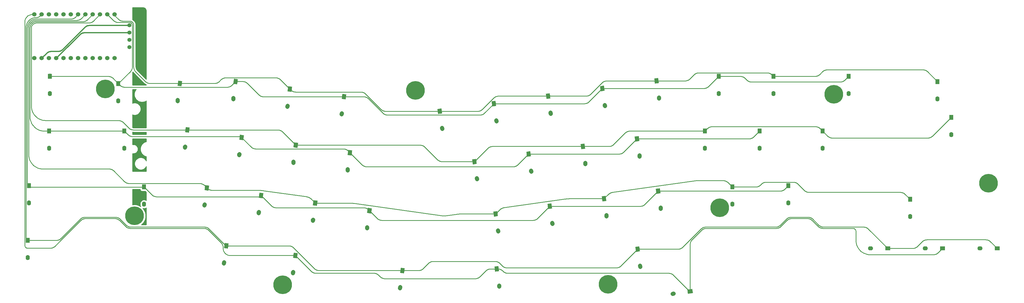
<source format=gtl>
G04 #@! TF.GenerationSoftware,KiCad,Pcbnew,(5.1.4)-1*
G04 #@! TF.CreationDate,2020-10-14T03:50:37-04:00*
G04 #@! TF.ProjectId,kurage,6b757261-6765-42e6-9b69-6361645f7063,rev?*
G04 #@! TF.SameCoordinates,Original*
G04 #@! TF.FileFunction,Copper,L1,Top*
G04 #@! TF.FilePolarity,Positive*
%FSLAX46Y46*%
G04 Gerber Fmt 4.6, Leading zero omitted, Abs format (unit mm)*
G04 Created by KiCad (PCBNEW (5.1.4)-1) date 2020-10-14 03:50:37*
%MOMM*%
%LPD*%
G04 APERTURE LIST*
%ADD10C,6.500000*%
%ADD11C,1.524000*%
%ADD12O,1.778000X1.397000*%
%ADD13R,1.778000X1.397000*%
%ADD14C,1.397000*%
%ADD15C,1.397000*%
%ADD16C,0.100000*%
%ADD17O,1.397000X1.778000*%
%ADD18R,1.397000X1.778000*%
%ADD19C,0.254000*%
%ADD20C,0.381000*%
G04 APERTURE END LIST*
D10*
X270577614Y-66893126D03*
X17022102Y-65024000D03*
X230886000Y-106426000D03*
X324438515Y-97843786D03*
X191997648Y-133089334D03*
X124907871Y-65532000D03*
X78681580Y-133230620D03*
X27178000Y-109220000D03*
D11*
X-7701063Y-39029304D03*
X-5161063Y-39029304D03*
X-2621063Y-39029304D03*
X-81063Y-39029304D03*
X2458937Y-39029304D03*
X4998937Y-39029304D03*
X7538937Y-39029304D03*
X10078937Y-39029304D03*
X12618937Y-39029304D03*
X15158937Y-39029304D03*
X17698937Y-39029304D03*
X20238937Y-39029304D03*
X20238937Y-54249304D03*
X17698937Y-54249304D03*
X15158937Y-54249304D03*
X12618937Y-54249304D03*
X10078937Y-54249304D03*
X7538937Y-54249304D03*
X4998937Y-54249304D03*
X2458937Y-54249304D03*
X-81063Y-54249304D03*
X-2621063Y-54249304D03*
X-5161063Y-54249304D03*
X-7701063Y-54249304D03*
D12*
X302388517Y-120551896D03*
D13*
X308388517Y-120551896D03*
D14*
X25363676Y-50450705D03*
X25363676Y-47910705D03*
X25363676Y-45370705D03*
X25363676Y-42830705D03*
X214599756Y-136346570D03*
D15*
X214788402Y-136320058D02*
X214411110Y-136373082D01*
D14*
X220541364Y-135511532D03*
D16*
G36*
X221324500Y-134696105D02*
G01*
X221518925Y-136079509D01*
X219758228Y-136326959D01*
X219563803Y-134943555D01*
X221324500Y-134696105D01*
X221324500Y-134696105D01*
G37*
D14*
X154062086Y-133639231D03*
D15*
X154035574Y-133450585D02*
X154088598Y-133827877D01*
D14*
X153227048Y-127697623D03*
D16*
G36*
X152411621Y-126914487D02*
G01*
X153795025Y-126720062D01*
X154042475Y-128480759D01*
X152659071Y-128675184D01*
X152411621Y-126914487D01*
X152411621Y-126914487D01*
G37*
D14*
X82305359Y-128970570D03*
D15*
X82331871Y-128781924D02*
X82278847Y-129159216D01*
D14*
X83140397Y-123028962D03*
D16*
G36*
X82572420Y-122051401D02*
G01*
X83955824Y-122245826D01*
X83708374Y-124006523D01*
X82324970Y-123812098D01*
X82572420Y-122051401D01*
X82572420Y-122051401D01*
G37*
D12*
X321438515Y-120551896D03*
D13*
X327438515Y-120551896D03*
D12*
X283338516Y-120551899D03*
D13*
X289338516Y-120551899D03*
D14*
X203129079Y-126746904D03*
D15*
X203102567Y-126558258D02*
X203155591Y-126935550D01*
D14*
X202294041Y-120805296D03*
D16*
G36*
X201478614Y-120022160D02*
G01*
X202862018Y-119827735D01*
X203109468Y-121588432D01*
X201726064Y-121782857D01*
X201478614Y-120022160D01*
X201478614Y-120022160D01*
G37*
D14*
X119580688Y-134211244D03*
D15*
X119607200Y-134022598D02*
X119554176Y-134399890D01*
D14*
X120415726Y-128269636D03*
D16*
G36*
X119847749Y-127292075D02*
G01*
X121231153Y-127486500D01*
X120983703Y-129247197D01*
X119600299Y-129052772D01*
X119847749Y-127292075D01*
X119847749Y-127292075D01*
G37*
D14*
X58277788Y-125590997D03*
D15*
X58304300Y-125402351D02*
X58251276Y-125779643D01*
D14*
X59112826Y-119649389D03*
D16*
G36*
X58544849Y-118671828D02*
G01*
X59928253Y-118866253D01*
X59680803Y-120626950D01*
X58297399Y-120432525D01*
X58544849Y-118671828D01*
X58544849Y-118671828D01*
G37*
D17*
X-10033761Y-123734779D03*
D18*
X-10033761Y-117734779D03*
D17*
X297133521Y-109454898D03*
D18*
X297133521Y-103454898D03*
D17*
X235234987Y-105148327D03*
D18*
X235234987Y-99148327D03*
D14*
X191411444Y-109157785D03*
D15*
X191384932Y-108969139D02*
X191437956Y-109346431D01*
D14*
X190576406Y-103216177D03*
D16*
G36*
X189760979Y-102433041D02*
G01*
X191144383Y-102238616D01*
X191391833Y-103999313D01*
X190008429Y-104193738D01*
X189760979Y-102433041D01*
X189760979Y-102433041D01*
G37*
D14*
X153682229Y-114460283D03*
D15*
X153655717Y-114271637D02*
X153708741Y-114648929D01*
D14*
X152847191Y-108518675D03*
D16*
G36*
X152031764Y-107735539D02*
G01*
X153415168Y-107541114D01*
X153662618Y-109301811D01*
X152279214Y-109496236D01*
X152031764Y-107735539D01*
X152031764Y-107735539D01*
G37*
D14*
X89222667Y-110703256D03*
D15*
X89249179Y-110514610D02*
X89196155Y-110891902D01*
D14*
X90057705Y-104761648D03*
D16*
G36*
X89489728Y-103784087D02*
G01*
X90873132Y-103978512D01*
X90625682Y-105739209D01*
X89242278Y-105544784D01*
X89489728Y-103784087D01*
X89489728Y-103784087D01*
G37*
D14*
X51493458Y-105400765D03*
D15*
X51519970Y-105212119D02*
X51466946Y-105589411D01*
D14*
X52328496Y-99459157D03*
D16*
G36*
X51760519Y-98481596D02*
G01*
X53143923Y-98676021D01*
X52896473Y-100436718D01*
X51513069Y-100242293D01*
X51760519Y-98481596D01*
X51760519Y-98481596D01*
G37*
D17*
X254744731Y-104691127D03*
D18*
X254744731Y-98691127D03*
D14*
X210276051Y-106506538D03*
D15*
X210249539Y-106317892D02*
X210302563Y-106695184D01*
D14*
X209441013Y-100564930D03*
D16*
G36*
X208625586Y-99781794D02*
G01*
X210008990Y-99587369D01*
X210256440Y-101348066D01*
X208873036Y-101542491D01*
X208625586Y-99781794D01*
X208625586Y-99781794D01*
G37*
D14*
X172546836Y-111809037D03*
D15*
X172520324Y-111620391D02*
X172573348Y-111997683D01*
D14*
X171711798Y-105867429D03*
D16*
G36*
X170896371Y-105084293D02*
G01*
X172279775Y-104889868D01*
X172527225Y-106650565D01*
X171143821Y-106844990D01*
X170896371Y-105084293D01*
X170896371Y-105084293D01*
G37*
D14*
X108087278Y-113354503D03*
D15*
X108113790Y-113165857D02*
X108060766Y-113543149D01*
D14*
X108922316Y-107412895D03*
D16*
G36*
X108354339Y-106435334D02*
G01*
X109737743Y-106629759D01*
X109490293Y-108390456D01*
X108106889Y-108196031D01*
X108354339Y-106435334D01*
X108354339Y-106435334D01*
G37*
D14*
X70358061Y-108052012D03*
D15*
X70384573Y-107863366D02*
X70331549Y-108240658D01*
D14*
X71193099Y-102110404D03*
D16*
G36*
X70625122Y-101132843D02*
G01*
X72008526Y-101327268D01*
X71761076Y-103087965D01*
X70377672Y-102893540D01*
X70625122Y-101132843D01*
X70625122Y-101132843D01*
G37*
D17*
X30447487Y-105135627D03*
D18*
X30447487Y-99135627D03*
D17*
X-9574022Y-104691129D03*
D18*
X-9574022Y-98691129D03*
D17*
X311422284Y-80878625D03*
D18*
X311422284Y-74878625D03*
D17*
X266650980Y-85641128D03*
D18*
X266650980Y-79641128D03*
D17*
X225709987Y-85641125D03*
D18*
X225709987Y-79641125D03*
D14*
X184044048Y-90955995D03*
D15*
X184017536Y-90767349D02*
X184070560Y-91144641D01*
D14*
X183209010Y-85014387D03*
D16*
G36*
X182393583Y-84231251D02*
G01*
X183776987Y-84036826D01*
X184024437Y-85797523D01*
X182641033Y-85991948D01*
X182393583Y-84231251D01*
X182393583Y-84231251D01*
G37*
D14*
X146314831Y-96258485D03*
D15*
X146288319Y-96069839D02*
X146341343Y-96447131D01*
D14*
X145479793Y-90316877D03*
D16*
G36*
X144664366Y-89533741D02*
G01*
X146047770Y-89339316D01*
X146295220Y-91100013D01*
X144911816Y-91294438D01*
X144664366Y-89533741D01*
X144664366Y-89533741D01*
G37*
D14*
X82441607Y-90513028D03*
D15*
X82468119Y-90324382D02*
X82415095Y-90701674D01*
D14*
X83276645Y-84571420D03*
D16*
G36*
X82708668Y-83593859D02*
G01*
X84092072Y-83788284D01*
X83844622Y-85548981D01*
X82461218Y-85354556D01*
X82708668Y-83593859D01*
X82708668Y-83593859D01*
G37*
D14*
X44712401Y-85210535D03*
D15*
X44738913Y-85021889D02*
X44685889Y-85399181D01*
D14*
X45547439Y-79268927D03*
D16*
G36*
X44979462Y-78291366D02*
G01*
X46362866Y-78485791D01*
X46115416Y-80246488D01*
X44732012Y-80052063D01*
X44979462Y-78291366D01*
X44979462Y-78291366D01*
G37*
D17*
X244759983Y-85641125D03*
D18*
X244759983Y-79641125D03*
D14*
X202908651Y-88304745D03*
D15*
X202882139Y-88116099D02*
X202935163Y-88493391D01*
D14*
X202073613Y-82363137D03*
D16*
G36*
X201258186Y-81580001D02*
G01*
X202641590Y-81385576D01*
X202889040Y-83146273D01*
X201505636Y-83340698D01*
X201258186Y-81580001D01*
X201258186Y-81580001D01*
G37*
D14*
X165179441Y-93607241D03*
D15*
X165152929Y-93418595D02*
X165205953Y-93795887D01*
D14*
X164344403Y-87665633D03*
D16*
G36*
X163528976Y-86882497D02*
G01*
X164912380Y-86688072D01*
X165159830Y-88448769D01*
X163776426Y-88643194D01*
X163528976Y-86882497D01*
X163528976Y-86882497D01*
G37*
D14*
X101306220Y-93164276D03*
D15*
X101332732Y-92975630D02*
X101279708Y-93352922D01*
D14*
X102141258Y-87222668D03*
D16*
G36*
X101573281Y-86245107D02*
G01*
X102956685Y-86439532D01*
X102709235Y-88200229D01*
X101325831Y-88005804D01*
X101573281Y-86245107D01*
X101573281Y-86245107D01*
G37*
D14*
X63577005Y-87861782D03*
D15*
X63603517Y-87673136D02*
X63550493Y-88050428D01*
D14*
X64412043Y-81920174D03*
D16*
G36*
X63844066Y-80942613D02*
G01*
X65227470Y-81137038D01*
X64980020Y-82897735D01*
X63596616Y-82703310D01*
X63844066Y-80942613D01*
X63844066Y-80942613D01*
G37*
D17*
X23602188Y-85647475D03*
D18*
X23602188Y-79647475D03*
D17*
X-2591562Y-85647477D03*
D18*
X-2591562Y-79647477D03*
D17*
X306659790Y-68432620D03*
D18*
X306659790Y-62432620D03*
D17*
X249522485Y-66591127D03*
D18*
X249522485Y-60591127D03*
D14*
X209689707Y-68114512D03*
D15*
X209663195Y-67925866D02*
X209716219Y-68303158D01*
D14*
X208854669Y-62172904D03*
D16*
G36*
X208039242Y-61389768D02*
G01*
X209422646Y-61195343D01*
X209670096Y-62956040D01*
X208286692Y-63150465D01*
X208039242Y-61389768D01*
X208039242Y-61389768D01*
G37*
D14*
X171960490Y-73417010D03*
D15*
X171933978Y-73228364D02*
X171987002Y-73605656D01*
D14*
X171125452Y-67475402D03*
D16*
G36*
X170310025Y-66692266D02*
G01*
X171693429Y-66497841D01*
X171940879Y-68258538D01*
X170557475Y-68452963D01*
X170310025Y-66692266D01*
X170310025Y-66692266D01*
G37*
D14*
X134231284Y-78719501D03*
D15*
X134204772Y-78530855D02*
X134257796Y-78908147D01*
D14*
X133396246Y-72777893D03*
D16*
G36*
X132580819Y-71994757D02*
G01*
X133964223Y-71800332D01*
X134211673Y-73561029D01*
X132828269Y-73755454D01*
X132580819Y-71994757D01*
X132580819Y-71994757D01*
G37*
D14*
X80376707Y-70985612D03*
D15*
X80403219Y-70796966D02*
X80350195Y-71174258D01*
D14*
X81211745Y-65044004D03*
D16*
G36*
X80643768Y-64066443D02*
G01*
X82027172Y-64260868D01*
X81779722Y-66021565D01*
X80396318Y-65827140D01*
X80643768Y-64066443D01*
X80643768Y-64066443D01*
G37*
D14*
X42124941Y-69013344D03*
D15*
X42151453Y-68824698D02*
X42098429Y-69201990D01*
D14*
X42959979Y-63071736D03*
D16*
G36*
X42392002Y-62094175D02*
G01*
X43775406Y-62288600D01*
X43527956Y-64049297D01*
X42144552Y-63854872D01*
X42392002Y-62094175D01*
X42392002Y-62094175D01*
G37*
D17*
X275716239Y-66591125D03*
D18*
X275716239Y-60591125D03*
D17*
X230472485Y-66591125D03*
D18*
X230472485Y-60591125D03*
D14*
X190825104Y-70765763D03*
D15*
X190798592Y-70577117D02*
X190851616Y-70954409D01*
D14*
X189990066Y-64824155D03*
D16*
G36*
X189174639Y-64041019D02*
G01*
X190558043Y-63846594D01*
X190805493Y-65607291D01*
X189422089Y-65801716D01*
X189174639Y-64041019D01*
X189174639Y-64041019D01*
G37*
D14*
X153095886Y-76068255D03*
D15*
X153069374Y-75879609D02*
X153122398Y-76256901D01*
D14*
X152260848Y-70126647D03*
D16*
G36*
X151445421Y-69343511D02*
G01*
X152828825Y-69149086D01*
X153076275Y-70909783D01*
X151692871Y-71104208D01*
X151445421Y-69343511D01*
X151445421Y-69343511D01*
G37*
D14*
X99241318Y-73636860D03*
D15*
X99267830Y-73448214D02*
X99214806Y-73825506D01*
D14*
X100076356Y-67695252D03*
D16*
G36*
X99508379Y-66717691D02*
G01*
X100891783Y-66912116D01*
X100644333Y-68672813D01*
X99260929Y-68478388D01*
X99508379Y-66717691D01*
X99508379Y-66717691D01*
G37*
D14*
X61512105Y-68334360D03*
D15*
X61538617Y-68145714D02*
X61485593Y-68523006D01*
D14*
X62347143Y-62392752D03*
D16*
G36*
X61779166Y-61415191D02*
G01*
X63162570Y-61609616D01*
X62915120Y-63370313D01*
X61531716Y-63175888D01*
X61779166Y-61415191D01*
X61779166Y-61415191D01*
G37*
D17*
X21500337Y-69131129D03*
D18*
X21500337Y-63131129D03*
D17*
X-2312158Y-66591128D03*
D18*
X-2312158Y-60591128D03*
D19*
X62273291Y-62318900D02*
X62347143Y-62392752D01*
X99470124Y-67089020D02*
X100076356Y-67695252D01*
X-2312158Y-60591128D02*
X-2312158Y-59641009D01*
X100076356Y-67695252D02*
X79493552Y-67695252D01*
X19667442Y-61298234D02*
X21500337Y-63131129D01*
X19667442Y-61298234D02*
X19581621Y-61216526D01*
X19581621Y-61216526D02*
X19491896Y-61139128D01*
X19491896Y-61139128D02*
X19398480Y-61066226D01*
X19398480Y-61066226D02*
X19301600Y-60997995D01*
X19301600Y-60997995D02*
X19201489Y-60934600D01*
X19201489Y-60934600D02*
X19098387Y-60876194D01*
X19098387Y-60876194D02*
X18992544Y-60822917D01*
X18992544Y-60822917D02*
X18884215Y-60774898D01*
X18884215Y-60774898D02*
X18773659Y-60732252D01*
X18773659Y-60732252D02*
X18661144Y-60695082D01*
X18661144Y-60695082D02*
X18546941Y-60663478D01*
X18546941Y-60663478D02*
X18431325Y-60637515D01*
X18431325Y-60637515D02*
X18314574Y-60617257D01*
X18314574Y-60617257D02*
X18196970Y-60602752D01*
X18196970Y-60602752D02*
X18078795Y-60594035D01*
X18078795Y-60594035D02*
X17960336Y-60591128D01*
X17960336Y-60591128D02*
X-2312158Y-60591128D01*
X22038408Y-63669200D02*
X21500337Y-63131129D01*
X22038408Y-63669200D02*
X22124228Y-63750907D01*
X22124228Y-63750907D02*
X22213953Y-63828305D01*
X22213953Y-63828305D02*
X22307369Y-63901207D01*
X22307369Y-63901207D02*
X22404249Y-63969438D01*
X22404249Y-63969438D02*
X22504361Y-64032833D01*
X22504361Y-64032833D02*
X22607462Y-64091239D01*
X22607462Y-64091239D02*
X22713305Y-64144516D01*
X22713305Y-64144516D02*
X22821635Y-64192535D01*
X22821635Y-64192535D02*
X22932190Y-64235181D01*
X22932190Y-64235181D02*
X23044705Y-64272351D01*
X23044705Y-64272351D02*
X23158908Y-64303955D01*
X23158908Y-64303955D02*
X23274525Y-64329918D01*
X23274525Y-64329918D02*
X23391276Y-64350176D01*
X23391276Y-64350176D02*
X23508880Y-64364681D01*
X23508880Y-64364681D02*
X23627055Y-64373398D01*
X23627055Y-64373398D02*
X23745515Y-64376307D01*
X61070694Y-63669200D02*
X60984873Y-63750907D01*
X60984873Y-63750907D02*
X60895148Y-63828305D01*
X60895148Y-63828305D02*
X60801732Y-63901207D01*
X60801732Y-63901207D02*
X60704852Y-63969438D01*
X60704852Y-63969438D02*
X60604741Y-64032833D01*
X60604741Y-64032833D02*
X60501639Y-64091239D01*
X60501639Y-64091239D02*
X60395796Y-64144516D01*
X60395796Y-64144516D02*
X60287467Y-64192535D01*
X60287467Y-64192535D02*
X60176911Y-64235181D01*
X60176911Y-64235181D02*
X60064396Y-64272351D01*
X60064396Y-64272351D02*
X59950193Y-64303955D01*
X59950193Y-64303955D02*
X59834577Y-64329918D01*
X59834577Y-64329918D02*
X59717826Y-64350176D01*
X59717826Y-64350176D02*
X59600222Y-64364681D01*
X59600222Y-64364681D02*
X59482047Y-64373398D01*
X59482047Y-64373398D02*
X59363588Y-64376307D01*
X59363588Y-64376307D02*
X23745515Y-64376307D01*
X19461046Y-40791413D02*
X17698937Y-39029304D01*
X26386268Y-57360748D02*
X26389177Y-57242289D01*
X25982308Y-58583553D02*
X26045703Y-58483442D01*
X25914077Y-58680433D02*
X25982308Y-58583553D01*
X26342788Y-57713278D02*
X26363046Y-57596527D01*
X25763777Y-58863574D02*
X25841175Y-58773849D01*
X21500337Y-63131129D02*
X25682070Y-58949395D01*
X26104109Y-58380340D02*
X26157386Y-58274497D01*
X25682070Y-58949395D02*
X25763777Y-58863574D01*
X26316825Y-57828894D02*
X26342788Y-57713278D01*
X26045703Y-58483442D02*
X26104109Y-58380340D01*
X26157386Y-58274497D02*
X26205405Y-58166168D01*
X25841175Y-58773849D02*
X25914077Y-58680433D01*
X26205405Y-58166168D02*
X26248051Y-58055612D01*
X26248051Y-58055612D02*
X26285221Y-57943097D01*
X26285221Y-57943097D02*
X26316825Y-57828894D01*
X26363046Y-57596527D02*
X26377551Y-57478923D01*
X26377551Y-57478923D02*
X26386268Y-57360748D01*
X26389177Y-42805204D02*
X26389177Y-57242289D01*
X26389177Y-42805204D02*
X26384361Y-42707186D01*
X26384361Y-42707186D02*
X26369962Y-42610113D01*
X26369962Y-42610113D02*
X26346117Y-42514919D01*
X26346117Y-42514919D02*
X26313056Y-42422520D01*
X26313056Y-42422520D02*
X26271098Y-42333807D01*
X26271098Y-42333807D02*
X26220646Y-42249633D01*
X26220646Y-42249633D02*
X26162187Y-42170810D01*
X26162187Y-42170810D02*
X26096283Y-42098097D01*
X26096283Y-42098097D02*
X26023570Y-42032193D01*
X26023570Y-42032193D02*
X25944747Y-41973734D01*
X25944747Y-41973734D02*
X25860573Y-41923282D01*
X25860573Y-41923282D02*
X25771860Y-41881324D01*
X25771860Y-41881324D02*
X25679461Y-41848263D01*
X25679461Y-41848263D02*
X25584267Y-41824418D01*
X25584267Y-41824418D02*
X25487194Y-41810019D01*
X25487194Y-41810019D02*
X25389177Y-41805204D01*
X19767730Y-41098097D02*
X19461046Y-40791413D01*
X19767730Y-41098097D02*
X19853550Y-41179804D01*
X19853550Y-41179804D02*
X19943275Y-41257202D01*
X19943275Y-41257202D02*
X20036691Y-41330104D01*
X20036691Y-41330104D02*
X20133571Y-41398335D01*
X20133571Y-41398335D02*
X20233683Y-41461730D01*
X20233683Y-41461730D02*
X20336784Y-41520136D01*
X20336784Y-41520136D02*
X20442627Y-41573413D01*
X20442627Y-41573413D02*
X20550957Y-41621432D01*
X20550957Y-41621432D02*
X20661512Y-41664078D01*
X20661512Y-41664078D02*
X20774027Y-41701248D01*
X20774027Y-41701248D02*
X20888230Y-41732852D01*
X20888230Y-41732852D02*
X21003847Y-41758815D01*
X21003847Y-41758815D02*
X21120598Y-41779073D01*
X21120598Y-41779073D02*
X21238202Y-41793578D01*
X21238202Y-41793578D02*
X21356377Y-41802295D01*
X21356377Y-41802295D02*
X21474837Y-41805204D01*
X21474837Y-41805204D02*
X25389177Y-41805204D01*
X61070694Y-63669200D02*
X62347143Y-62392752D01*
X66479280Y-63099858D02*
X66393459Y-63018151D01*
X66393459Y-63018151D02*
X66303733Y-62940753D01*
X66303733Y-62940753D02*
X66210318Y-62867850D01*
X66210318Y-62867850D02*
X66113438Y-62799620D01*
X66113438Y-62799620D02*
X66013326Y-62736225D01*
X66013326Y-62736225D02*
X65910225Y-62677819D01*
X65910225Y-62677819D02*
X65804382Y-62624542D01*
X65804382Y-62624542D02*
X65696052Y-62576522D01*
X65696052Y-62576522D02*
X65585497Y-62533876D01*
X65585497Y-62533876D02*
X65472982Y-62496706D01*
X65472982Y-62496706D02*
X65358779Y-62465102D01*
X65358779Y-62465102D02*
X65243163Y-62439140D01*
X65243163Y-62439140D02*
X65126412Y-62418881D01*
X65126412Y-62418881D02*
X65008808Y-62404376D01*
X65008808Y-62404376D02*
X64890633Y-62395659D01*
X64890633Y-62395659D02*
X64772174Y-62392752D01*
X64772174Y-62392752D02*
X62347143Y-62392752D01*
X72074674Y-67695252D02*
X100076356Y-67695252D01*
X72074674Y-67695252D02*
X71956214Y-67692343D01*
X71956214Y-67692343D02*
X71838039Y-67683626D01*
X71838039Y-67683626D02*
X71720435Y-67669121D01*
X71720435Y-67669121D02*
X71603684Y-67648863D01*
X71603684Y-67648863D02*
X71488067Y-67622901D01*
X71488067Y-67622901D02*
X71373864Y-67591296D01*
X71373864Y-67591296D02*
X71261349Y-67554126D01*
X71261349Y-67554126D02*
X71150794Y-67511480D01*
X71150794Y-67511480D02*
X71042464Y-67463461D01*
X71042464Y-67463461D02*
X70936621Y-67410184D01*
X70936621Y-67410184D02*
X70833519Y-67351778D01*
X70833519Y-67351778D02*
X70733408Y-67288383D01*
X70733408Y-67288383D02*
X70636528Y-67220152D01*
X70636528Y-67220152D02*
X70543112Y-67147250D01*
X70543112Y-67147250D02*
X70453386Y-67069852D01*
X70453386Y-67069852D02*
X70367567Y-66988145D01*
X70367567Y-66988145D02*
X66479280Y-63099858D01*
X106890704Y-67695252D02*
X100076356Y-67695252D01*
X106890704Y-67695252D02*
X107009163Y-67698160D01*
X107009163Y-67698160D02*
X107127338Y-67706877D01*
X107127338Y-67706877D02*
X107244942Y-67721382D01*
X107244942Y-67721382D02*
X107361693Y-67741640D01*
X107361693Y-67741640D02*
X107477309Y-67767602D01*
X107477309Y-67767602D02*
X107591512Y-67799207D01*
X107591512Y-67799207D02*
X107704027Y-67836377D01*
X107704027Y-67836377D02*
X107814582Y-67879022D01*
X107814582Y-67879022D02*
X107922912Y-67927042D01*
X107922912Y-67927042D02*
X108028755Y-67980319D01*
X108028755Y-67980319D02*
X108131857Y-68038725D01*
X108131857Y-68038725D02*
X108231968Y-68102120D01*
X108231968Y-68102120D02*
X108328848Y-68170350D01*
X108328848Y-68170350D02*
X108422263Y-68243252D01*
X108422263Y-68243252D02*
X108511989Y-68320650D01*
X108511989Y-68320650D02*
X108597810Y-68402358D01*
X115277916Y-74082464D02*
X115159456Y-74079555D01*
X115159456Y-74079555D02*
X115041281Y-74070838D01*
X115041281Y-74070838D02*
X114923677Y-74056333D01*
X114923677Y-74056333D02*
X114806926Y-74036075D01*
X114806926Y-74036075D02*
X114691309Y-74010113D01*
X114691309Y-74010113D02*
X114577106Y-73978508D01*
X114577106Y-73978508D02*
X114464591Y-73941338D01*
X114464591Y-73941338D02*
X114354036Y-73898692D01*
X114354036Y-73898692D02*
X114245706Y-73850673D01*
X114245706Y-73850673D02*
X114139863Y-73797396D01*
X114139863Y-73797396D02*
X114036761Y-73738990D01*
X114036761Y-73738990D02*
X113936650Y-73675595D01*
X113936650Y-73675595D02*
X113839770Y-73607364D01*
X113839770Y-73607364D02*
X113746354Y-73534462D01*
X113746354Y-73534462D02*
X113656628Y-73457064D01*
X113656628Y-73457064D02*
X113570809Y-73375357D01*
X113570809Y-73375357D02*
X108597810Y-68402358D01*
X149012137Y-73375357D02*
X152260848Y-70126647D01*
X149012137Y-73375357D02*
X148926316Y-73457064D01*
X148926316Y-73457064D02*
X148836591Y-73534462D01*
X148836591Y-73534462D02*
X148743175Y-73607364D01*
X148743175Y-73607364D02*
X148646295Y-73675595D01*
X148646295Y-73675595D02*
X148546184Y-73738990D01*
X148546184Y-73738990D02*
X148443082Y-73797396D01*
X148443082Y-73797396D02*
X148337239Y-73850673D01*
X148337239Y-73850673D02*
X148228910Y-73898692D01*
X148228910Y-73898692D02*
X148118354Y-73941338D01*
X148118354Y-73941338D02*
X148005839Y-73978508D01*
X148005839Y-73978508D02*
X147891636Y-74010112D01*
X147891636Y-74010112D02*
X147776020Y-74036075D01*
X147776020Y-74036075D02*
X147659269Y-74056333D01*
X147659269Y-74056333D02*
X147541665Y-74070838D01*
X147541665Y-74070838D02*
X147423490Y-74079555D01*
X147423490Y-74079555D02*
X147305031Y-74082464D01*
X147305031Y-74082464D02*
X115277916Y-74082464D01*
X185394680Y-69419540D02*
X189990066Y-64824155D01*
X185394680Y-69419540D02*
X185308859Y-69501246D01*
X185308859Y-69501246D02*
X185219133Y-69578644D01*
X185219133Y-69578644D02*
X185125718Y-69651547D01*
X185125718Y-69651547D02*
X185028838Y-69719777D01*
X185028838Y-69719777D02*
X184928726Y-69783172D01*
X184928726Y-69783172D02*
X184825625Y-69841578D01*
X184825625Y-69841578D02*
X184719782Y-69894855D01*
X184719782Y-69894855D02*
X184611452Y-69942875D01*
X184611452Y-69942875D02*
X184500897Y-69985521D01*
X184500897Y-69985521D02*
X184388382Y-70022691D01*
X184388382Y-70022691D02*
X184274179Y-70054295D01*
X184274179Y-70054295D02*
X184158563Y-70080258D01*
X184158563Y-70080258D02*
X184041812Y-70100516D01*
X184041812Y-70100516D02*
X183924208Y-70115021D01*
X183924208Y-70115021D02*
X183806033Y-70123738D01*
X183806033Y-70123738D02*
X183687574Y-70126647D01*
X183687574Y-70126647D02*
X152260848Y-70126647D01*
X225239455Y-64824155D02*
X189990066Y-64824155D01*
X225239455Y-64824155D02*
X225357914Y-64821246D01*
X225357914Y-64821246D02*
X225476089Y-64812529D01*
X225476089Y-64812529D02*
X225593693Y-64798024D01*
X225593693Y-64798024D02*
X225710444Y-64777766D01*
X225710444Y-64777766D02*
X225826060Y-64751803D01*
X225826060Y-64751803D02*
X225940263Y-64720199D01*
X225940263Y-64720199D02*
X226052778Y-64683029D01*
X226052778Y-64683029D02*
X226163334Y-64640383D01*
X226163334Y-64640383D02*
X226271663Y-64592364D01*
X226271663Y-64592364D02*
X226377506Y-64539087D01*
X226377506Y-64539087D02*
X226480608Y-64480680D01*
X226480608Y-64480680D02*
X226580719Y-64417286D01*
X226580719Y-64417286D02*
X226677599Y-64349055D01*
X226677599Y-64349055D02*
X226771014Y-64276153D01*
X226771014Y-64276153D02*
X226860740Y-64198755D01*
X226860740Y-64198755D02*
X226946561Y-64117048D01*
X226946561Y-64117048D02*
X230472485Y-60591125D01*
X274451730Y-61855633D02*
X275716239Y-60591125D01*
X274451730Y-61855633D02*
X274365909Y-61937340D01*
X274365909Y-61937340D02*
X274276184Y-62014738D01*
X274276184Y-62014738D02*
X274182768Y-62087640D01*
X274182768Y-62087640D02*
X274085888Y-62155871D01*
X274085888Y-62155871D02*
X273985777Y-62219266D01*
X273985777Y-62219266D02*
X273882675Y-62277672D01*
X273882675Y-62277672D02*
X273776832Y-62330949D01*
X273776832Y-62330949D02*
X273668503Y-62378968D01*
X273668503Y-62378968D02*
X273557947Y-62421614D01*
X273557947Y-62421614D02*
X273445432Y-62458784D01*
X273445432Y-62458784D02*
X273331229Y-62490388D01*
X273331229Y-62490388D02*
X273215613Y-62516351D01*
X273215613Y-62516351D02*
X273098862Y-62536609D01*
X273098862Y-62536609D02*
X272981258Y-62551114D01*
X272981258Y-62551114D02*
X272863083Y-62559831D01*
X272863083Y-62559831D02*
X272744624Y-62562740D01*
X239682431Y-61298231D02*
X239596610Y-61216524D01*
X239596610Y-61216524D02*
X239506884Y-61139126D01*
X239506884Y-61139126D02*
X239413469Y-61066223D01*
X239413469Y-61066223D02*
X239316589Y-60997993D01*
X239316589Y-60997993D02*
X239216477Y-60934598D01*
X239216477Y-60934598D02*
X239113376Y-60876192D01*
X239113376Y-60876192D02*
X239007533Y-60822915D01*
X239007533Y-60822915D02*
X238899203Y-60774895D01*
X238899203Y-60774895D02*
X238788648Y-60732249D01*
X238788648Y-60732249D02*
X238676133Y-60695079D01*
X238676133Y-60695079D02*
X238561930Y-60663475D01*
X238561930Y-60663475D02*
X238446314Y-60637513D01*
X238446314Y-60637513D02*
X238329563Y-60617254D01*
X238329563Y-60617254D02*
X238211959Y-60602749D01*
X238211959Y-60602749D02*
X238093784Y-60594032D01*
X238093784Y-60594032D02*
X237975325Y-60591125D01*
X237975325Y-60591125D02*
X230472485Y-60591125D01*
X241946940Y-62562740D02*
X272744624Y-62562740D01*
X241946940Y-62562740D02*
X241828480Y-62559831D01*
X241828480Y-62559831D02*
X241710305Y-62551114D01*
X241710305Y-62551114D02*
X241592701Y-62536609D01*
X241592701Y-62536609D02*
X241475950Y-62516351D01*
X241475950Y-62516351D02*
X241360333Y-62490389D01*
X241360333Y-62490389D02*
X241246130Y-62458784D01*
X241246130Y-62458784D02*
X241133615Y-62421614D01*
X241133615Y-62421614D02*
X241023060Y-62378968D01*
X241023060Y-62378968D02*
X240914730Y-62330949D01*
X240914730Y-62330949D02*
X240808887Y-62277672D01*
X240808887Y-62277672D02*
X240705785Y-62219266D01*
X240705785Y-62219266D02*
X240605674Y-62155871D01*
X240605674Y-62155871D02*
X240508794Y-62087640D01*
X240508794Y-62087640D02*
X240415378Y-62014738D01*
X240415378Y-62014738D02*
X240325652Y-61937340D01*
X240325652Y-61937340D02*
X240239833Y-61855633D01*
X240239833Y-61855633D02*
X239682431Y-61298231D01*
X20238937Y-39415937D02*
X20238937Y-39029304D01*
X31145210Y-62596636D02*
X31051794Y-62523734D01*
X27128253Y-58469618D02*
X27074976Y-58363775D01*
X31051794Y-62523734D02*
X30962068Y-62446336D01*
X31242090Y-62664867D02*
X31145210Y-62596636D01*
X27074976Y-58363775D02*
X27026957Y-58255446D01*
X31445303Y-62786668D02*
X31342201Y-62728262D01*
X31551146Y-62839945D02*
X31445303Y-62786668D01*
X31342201Y-62728262D02*
X31242090Y-62664867D01*
X32464896Y-63068827D02*
X32346721Y-63060110D01*
X26846094Y-57450026D02*
X26843187Y-57331567D01*
X31770031Y-62930610D02*
X31659476Y-62887964D01*
X27550293Y-59038673D02*
X27468585Y-58952852D01*
X31996749Y-62999385D02*
X31882546Y-62967780D01*
X32583356Y-63071736D02*
X32464896Y-63068827D01*
X31882546Y-62967780D02*
X31770031Y-62930610D01*
X42959979Y-63071736D02*
X32583356Y-63071736D01*
X32229117Y-63045605D02*
X32112366Y-63025347D01*
X32346721Y-63060110D02*
X32229117Y-63045605D01*
X32112366Y-63025347D02*
X31996749Y-62999385D01*
X26915537Y-57918172D02*
X26889574Y-57802556D01*
X30962068Y-62446336D02*
X30876249Y-62364629D01*
X30876249Y-62364629D02*
X27550293Y-59038673D01*
X27468585Y-58952852D02*
X27391187Y-58863127D01*
X27391187Y-58863127D02*
X27318285Y-58769711D01*
X27318285Y-58769711D02*
X27250054Y-58672831D01*
X27250054Y-58672831D02*
X27186659Y-58572720D01*
X27186659Y-58572720D02*
X27128253Y-58469618D01*
X27026957Y-58255446D02*
X26984311Y-58144890D01*
X26984311Y-58144890D02*
X26947141Y-58032375D01*
X26947141Y-58032375D02*
X26915537Y-57918172D01*
X26889574Y-57802556D02*
X26869316Y-57685805D01*
X31659476Y-62887964D02*
X31551146Y-62839945D01*
X26869316Y-57685805D02*
X26854811Y-57568201D01*
X26854811Y-57568201D02*
X26846094Y-57450026D01*
X25443185Y-41351194D02*
X25580408Y-41357935D01*
X25580408Y-41357935D02*
X25716311Y-41378094D01*
X25716311Y-41378094D02*
X25849583Y-41411477D01*
X25849583Y-41411477D02*
X25978941Y-41457762D01*
X25978941Y-41457762D02*
X26103139Y-41516504D01*
X26103139Y-41516504D02*
X26220982Y-41587136D01*
X26220982Y-41587136D02*
X26331334Y-41668979D01*
X26331334Y-41668979D02*
X26433133Y-41761244D01*
X26433133Y-41761244D02*
X26525398Y-41863043D01*
X26525398Y-41863043D02*
X26607241Y-41973395D01*
X26607241Y-41973395D02*
X26677873Y-42091238D01*
X26677873Y-42091238D02*
X26736615Y-42215436D01*
X26736615Y-42215436D02*
X26782900Y-42344794D01*
X26782900Y-42344794D02*
X26816283Y-42478066D01*
X26816283Y-42478066D02*
X26836442Y-42613969D01*
X26836442Y-42613969D02*
X26843185Y-42751193D01*
X26843185Y-42751193D02*
X26843187Y-57331567D01*
X21467087Y-40644087D02*
X20238937Y-39415937D01*
X21467087Y-40644087D02*
X21552907Y-40725794D01*
X21552907Y-40725794D02*
X21642632Y-40803192D01*
X21642632Y-40803192D02*
X21736048Y-40876094D01*
X21736048Y-40876094D02*
X21832928Y-40944325D01*
X21832928Y-40944325D02*
X21933040Y-41007720D01*
X21933040Y-41007720D02*
X22036141Y-41066126D01*
X22036141Y-41066126D02*
X22141984Y-41119403D01*
X22141984Y-41119403D02*
X22250314Y-41167422D01*
X22250314Y-41167422D02*
X22360869Y-41210068D01*
X22360869Y-41210068D02*
X22473384Y-41247238D01*
X22473384Y-41247238D02*
X22587587Y-41278842D01*
X22587587Y-41278842D02*
X22703204Y-41304805D01*
X22703204Y-41304805D02*
X22819955Y-41325063D01*
X22819955Y-41325063D02*
X22937559Y-41339568D01*
X22937559Y-41339568D02*
X23055734Y-41348285D01*
X23055734Y-41348285D02*
X23174194Y-41351194D01*
X23174194Y-41351194D02*
X25443185Y-41351194D01*
X56659770Y-62364629D02*
X56573949Y-62446336D01*
X56573949Y-62446336D02*
X56484224Y-62523734D01*
X56484224Y-62523734D02*
X56390808Y-62596636D01*
X56390808Y-62596636D02*
X56293928Y-62664867D01*
X56293928Y-62664867D02*
X56193817Y-62728262D01*
X56193817Y-62728262D02*
X56090715Y-62786668D01*
X56090715Y-62786668D02*
X55984872Y-62839945D01*
X55984872Y-62839945D02*
X55876543Y-62887964D01*
X55876543Y-62887964D02*
X55765987Y-62930610D01*
X55765987Y-62930610D02*
X55653472Y-62967780D01*
X55653472Y-62967780D02*
X55539269Y-62999384D01*
X55539269Y-62999384D02*
X55423653Y-63025347D01*
X55423653Y-63025347D02*
X55306902Y-63045605D01*
X55306902Y-63045605D02*
X55189298Y-63060110D01*
X55189298Y-63060110D02*
X55071123Y-63068827D01*
X55071123Y-63068827D02*
X54952664Y-63071736D01*
X54952664Y-63071736D02*
X42959979Y-63071736D01*
X58936219Y-61088181D02*
X58817759Y-61091088D01*
X58817759Y-61091088D02*
X58699584Y-61099805D01*
X58699584Y-61099805D02*
X58581980Y-61114310D01*
X58581980Y-61114310D02*
X58465228Y-61134568D01*
X58465228Y-61134568D02*
X58349612Y-61160531D01*
X58349612Y-61160531D02*
X58235409Y-61192135D01*
X58235409Y-61192135D02*
X58122894Y-61229305D01*
X58122894Y-61229305D02*
X58012338Y-61271951D01*
X58012338Y-61271951D02*
X57904008Y-61319970D01*
X57904008Y-61319970D02*
X57798165Y-61373247D01*
X57798165Y-61373247D02*
X57695064Y-61431653D01*
X57695064Y-61431653D02*
X57594952Y-61495048D01*
X57594952Y-61495048D02*
X57498072Y-61563278D01*
X57498072Y-61563278D02*
X57404656Y-61636181D01*
X57404656Y-61636181D02*
X57314930Y-61713579D01*
X57314930Y-61713579D02*
X57229111Y-61795287D01*
X57229111Y-61795287D02*
X56659770Y-62364629D01*
X77963028Y-61795287D02*
X81211745Y-65044004D01*
X77963028Y-61795287D02*
X77877207Y-61713579D01*
X77877207Y-61713579D02*
X77787482Y-61636181D01*
X77787482Y-61636181D02*
X77694066Y-61563279D01*
X77694066Y-61563279D02*
X77597186Y-61495048D01*
X77597186Y-61495048D02*
X77497075Y-61431653D01*
X77497075Y-61431653D02*
X77393973Y-61373247D01*
X77393973Y-61373247D02*
X77288130Y-61319970D01*
X77288130Y-61319970D02*
X77179801Y-61271951D01*
X77179801Y-61271951D02*
X77069245Y-61229305D01*
X77069245Y-61229305D02*
X76956730Y-61192135D01*
X76956730Y-61192135D02*
X76842527Y-61160531D01*
X76842527Y-61160531D02*
X76726911Y-61134568D01*
X76726911Y-61134568D02*
X76610160Y-61114310D01*
X76610160Y-61114310D02*
X76492556Y-61099805D01*
X76492556Y-61099805D02*
X76374381Y-61091088D01*
X76374381Y-61091088D02*
X76255922Y-61088181D01*
X76255922Y-61088181D02*
X58936219Y-61088181D01*
X81516175Y-65348434D02*
X81211745Y-65044004D01*
X81516175Y-65348434D02*
X81601995Y-65430141D01*
X81601995Y-65430141D02*
X81691720Y-65507539D01*
X81691720Y-65507539D02*
X81785136Y-65580441D01*
X81785136Y-65580441D02*
X81882016Y-65648672D01*
X81882016Y-65648672D02*
X81982128Y-65712067D01*
X81982128Y-65712067D02*
X82085229Y-65770473D01*
X82085229Y-65770473D02*
X82191072Y-65823750D01*
X82191072Y-65823750D02*
X82299402Y-65871769D01*
X82299402Y-65871769D02*
X82409957Y-65914415D01*
X82409957Y-65914415D02*
X82522472Y-65951585D01*
X82522472Y-65951585D02*
X82636675Y-65983189D01*
X82636675Y-65983189D02*
X82752292Y-66009152D01*
X82752292Y-66009152D02*
X82869043Y-66029410D01*
X82869043Y-66029410D02*
X82986647Y-66043915D01*
X82986647Y-66043915D02*
X83104822Y-66052632D01*
X83104822Y-66052632D02*
X83223282Y-66055541D01*
X107600165Y-66762647D02*
X107514344Y-66680939D01*
X107514344Y-66680939D02*
X107424619Y-66603541D01*
X107424619Y-66603541D02*
X107331203Y-66530639D01*
X107331203Y-66530639D02*
X107234323Y-66462408D01*
X107234323Y-66462408D02*
X107134212Y-66399013D01*
X107134212Y-66399013D02*
X107031110Y-66340607D01*
X107031110Y-66340607D02*
X106925267Y-66287330D01*
X106925267Y-66287330D02*
X106816938Y-66239311D01*
X106816938Y-66239311D02*
X106706382Y-66196665D01*
X106706382Y-66196665D02*
X106593867Y-66159495D01*
X106593867Y-66159495D02*
X106479664Y-66127891D01*
X106479664Y-66127891D02*
X106364048Y-66101928D01*
X106364048Y-66101928D02*
X106247297Y-66081670D01*
X106247297Y-66081670D02*
X106129693Y-66067165D01*
X106129693Y-66067165D02*
X106011518Y-66058448D01*
X106011518Y-66058448D02*
X105893059Y-66055541D01*
X105893059Y-66055541D02*
X83223282Y-66055541D01*
X114615411Y-72777893D02*
X133396246Y-72777893D01*
X114615411Y-72777893D02*
X114496951Y-72774984D01*
X114496951Y-72774984D02*
X114378776Y-72766267D01*
X114378776Y-72766267D02*
X114261172Y-72751762D01*
X114261172Y-72751762D02*
X114144421Y-72731504D01*
X114144421Y-72731504D02*
X114028804Y-72705542D01*
X114028804Y-72705542D02*
X113914601Y-72673937D01*
X113914601Y-72673937D02*
X113802086Y-72636767D01*
X113802086Y-72636767D02*
X113691531Y-72594121D01*
X113691531Y-72594121D02*
X113583201Y-72546102D01*
X113583201Y-72546102D02*
X113477358Y-72492825D01*
X113477358Y-72492825D02*
X113374256Y-72434419D01*
X113374256Y-72434419D02*
X113274145Y-72371024D01*
X113274145Y-72371024D02*
X113177265Y-72302793D01*
X113177265Y-72302793D02*
X113083849Y-72229891D01*
X113083849Y-72229891D02*
X112994123Y-72152493D01*
X112994123Y-72152493D02*
X112908304Y-72070786D01*
X112908304Y-72070786D02*
X107600165Y-66762647D01*
X146548576Y-72777893D02*
X133396246Y-72777893D01*
X146548576Y-72777893D02*
X146667035Y-72774984D01*
X146667035Y-72774984D02*
X146785210Y-72766267D01*
X146785210Y-72766267D02*
X146902814Y-72751762D01*
X146902814Y-72751762D02*
X147019565Y-72731504D01*
X147019565Y-72731504D02*
X147135181Y-72705541D01*
X147135181Y-72705541D02*
X147249384Y-72673937D01*
X147249384Y-72673937D02*
X147361899Y-72636767D01*
X147361899Y-72636767D02*
X147472455Y-72594121D01*
X147472455Y-72594121D02*
X147580784Y-72546102D01*
X147580784Y-72546102D02*
X147686627Y-72492825D01*
X147686627Y-72492825D02*
X147789729Y-72434418D01*
X147789729Y-72434418D02*
X147889840Y-72371024D01*
X147889840Y-72371024D02*
X147986720Y-72302793D01*
X147986720Y-72302793D02*
X148080135Y-72229891D01*
X148080135Y-72229891D02*
X148169861Y-72152493D01*
X148169861Y-72152493D02*
X148255682Y-72070786D01*
X153851067Y-67475402D02*
X171125452Y-67475402D01*
X153851067Y-67475402D02*
X153732607Y-67478309D01*
X153732607Y-67478309D02*
X153614432Y-67487026D01*
X153614432Y-67487026D02*
X153496828Y-67501531D01*
X153496828Y-67501531D02*
X153380077Y-67521789D01*
X153380077Y-67521789D02*
X153264460Y-67547752D01*
X153264460Y-67547752D02*
X153150257Y-67579356D01*
X153150257Y-67579356D02*
X153037742Y-67616526D01*
X153037742Y-67616526D02*
X152927187Y-67659172D01*
X152927187Y-67659172D02*
X152818857Y-67707191D01*
X152818857Y-67707191D02*
X152713014Y-67760468D01*
X152713014Y-67760468D02*
X152609913Y-67818874D01*
X152609913Y-67818874D02*
X152509801Y-67882269D01*
X152509801Y-67882269D02*
X152412921Y-67950500D01*
X152412921Y-67950500D02*
X152319505Y-68023402D01*
X152319505Y-68023402D02*
X152229780Y-68100800D01*
X152229780Y-68100800D02*
X152143960Y-68182508D01*
X152143960Y-68182508D02*
X148255682Y-72070786D01*
X184277793Y-67475402D02*
X171125452Y-67475402D01*
X184277793Y-67475402D02*
X184396252Y-67472493D01*
X184396252Y-67472493D02*
X184514427Y-67463776D01*
X184514427Y-67463776D02*
X184632031Y-67449271D01*
X184632031Y-67449271D02*
X184748782Y-67429013D01*
X184748782Y-67429013D02*
X184864398Y-67403050D01*
X184864398Y-67403050D02*
X184978601Y-67371446D01*
X184978601Y-67371446D02*
X185091116Y-67334276D01*
X185091116Y-67334276D02*
X185201672Y-67291630D01*
X185201672Y-67291630D02*
X185310001Y-67243611D01*
X185310001Y-67243611D02*
X185415844Y-67190334D01*
X185415844Y-67190334D02*
X185518946Y-67131927D01*
X185518946Y-67131927D02*
X185619057Y-67068533D01*
X185619057Y-67068533D02*
X185715937Y-67000302D01*
X185715937Y-67000302D02*
X185809352Y-66927400D01*
X185809352Y-66927400D02*
X185899078Y-66850002D01*
X185899078Y-66850002D02*
X185984899Y-66768295D01*
X191580291Y-62172904D02*
X208854669Y-62172904D01*
X191580291Y-62172904D02*
X191461831Y-62175811D01*
X191461831Y-62175811D02*
X191343656Y-62184528D01*
X191343656Y-62184528D02*
X191226052Y-62199033D01*
X191226052Y-62199033D02*
X191109301Y-62219291D01*
X191109301Y-62219291D02*
X190993684Y-62245254D01*
X190993684Y-62245254D02*
X190879481Y-62276858D01*
X190879481Y-62276858D02*
X190766966Y-62314028D01*
X190766966Y-62314028D02*
X190656411Y-62356674D01*
X190656411Y-62356674D02*
X190548081Y-62404693D01*
X190548081Y-62404693D02*
X190442238Y-62457970D01*
X190442238Y-62457970D02*
X190339137Y-62516376D01*
X190339137Y-62516376D02*
X190239025Y-62579771D01*
X190239025Y-62579771D02*
X190142145Y-62648002D01*
X190142145Y-62648002D02*
X190048729Y-62720904D01*
X190048729Y-62720904D02*
X189959004Y-62798302D01*
X189959004Y-62798302D02*
X189873184Y-62880010D01*
X189873184Y-62880010D02*
X185984899Y-66768295D01*
X220499602Y-61465797D02*
X220413781Y-61547504D01*
X220413781Y-61547504D02*
X220324056Y-61624902D01*
X220324056Y-61624902D02*
X220230640Y-61697804D01*
X220230640Y-61697804D02*
X220133760Y-61766035D01*
X220133760Y-61766035D02*
X220033649Y-61829430D01*
X220033649Y-61829430D02*
X219930547Y-61887836D01*
X219930547Y-61887836D02*
X219824704Y-61941113D01*
X219824704Y-61941113D02*
X219716375Y-61989132D01*
X219716375Y-61989132D02*
X219605819Y-62031778D01*
X219605819Y-62031778D02*
X219493304Y-62068948D01*
X219493304Y-62068948D02*
X219379101Y-62100552D01*
X219379101Y-62100552D02*
X219263485Y-62126515D01*
X219263485Y-62126515D02*
X219146734Y-62146773D01*
X219146734Y-62146773D02*
X219029130Y-62161278D01*
X219029130Y-62161278D02*
X218910955Y-62169995D01*
X218910955Y-62169995D02*
X218792496Y-62172904D01*
X218792496Y-62172904D02*
X208854669Y-62172904D01*
X223590276Y-59375124D02*
X223471816Y-59378031D01*
X223471816Y-59378031D02*
X223353641Y-59386748D01*
X223353641Y-59386748D02*
X223236037Y-59401253D01*
X223236037Y-59401253D02*
X223119286Y-59421511D01*
X223119286Y-59421511D02*
X223003669Y-59447474D01*
X223003669Y-59447474D02*
X222889466Y-59479078D01*
X222889466Y-59479078D02*
X222776951Y-59516248D01*
X222776951Y-59516248D02*
X222666396Y-59558894D01*
X222666396Y-59558894D02*
X222558066Y-59606913D01*
X222558066Y-59606913D02*
X222452223Y-59660190D01*
X222452223Y-59660190D02*
X222349122Y-59718596D01*
X222349122Y-59718596D02*
X222249010Y-59781991D01*
X222249010Y-59781991D02*
X222152130Y-59850222D01*
X222152130Y-59850222D02*
X222058714Y-59923124D01*
X222058714Y-59923124D02*
X221968989Y-60000522D01*
X221968989Y-60000522D02*
X221883169Y-60082230D01*
X221883169Y-60082230D02*
X220499602Y-61465797D01*
X249013588Y-60082230D02*
X249522485Y-60591127D01*
X249013588Y-60082230D02*
X248927768Y-60000522D01*
X248927768Y-60000522D02*
X248838042Y-59923123D01*
X248838042Y-59923123D02*
X248744627Y-59850221D01*
X248744627Y-59850221D02*
X248647747Y-59781990D01*
X248647747Y-59781990D02*
X248547635Y-59718596D01*
X248547635Y-59718596D02*
X248444534Y-59660189D01*
X248444534Y-59660189D02*
X248338691Y-59606912D01*
X248338691Y-59606912D02*
X248230361Y-59558893D01*
X248230361Y-59558893D02*
X248119805Y-59516247D01*
X248119805Y-59516247D02*
X248007291Y-59479077D01*
X248007291Y-59479077D02*
X247893087Y-59447473D01*
X247893087Y-59447473D02*
X247777471Y-59421510D01*
X247777471Y-59421510D02*
X247660720Y-59401252D01*
X247660720Y-59401252D02*
X247543116Y-59386747D01*
X247543116Y-59386747D02*
X247424941Y-59378030D01*
X247424941Y-59378030D02*
X247306482Y-59375124D01*
X247306482Y-59375124D02*
X223590276Y-59375124D01*
X265718579Y-59884020D02*
X265632758Y-59965727D01*
X265632758Y-59965727D02*
X265543033Y-60043125D01*
X265543033Y-60043125D02*
X265449617Y-60116027D01*
X265449617Y-60116027D02*
X265352737Y-60184258D01*
X265352737Y-60184258D02*
X265252626Y-60247653D01*
X265252626Y-60247653D02*
X265149524Y-60306059D01*
X265149524Y-60306059D02*
X265043681Y-60359336D01*
X265043681Y-60359336D02*
X264935352Y-60407355D01*
X264935352Y-60407355D02*
X264824796Y-60450001D01*
X264824796Y-60450001D02*
X264712281Y-60487171D01*
X264712281Y-60487171D02*
X264598078Y-60518775D01*
X264598078Y-60518775D02*
X264482462Y-60544738D01*
X264482462Y-60544738D02*
X264365711Y-60564996D01*
X264365711Y-60564996D02*
X264248107Y-60579501D01*
X264248107Y-60579501D02*
X264129932Y-60588218D01*
X264129932Y-60588218D02*
X264011473Y-60591127D01*
X264011473Y-60591127D02*
X249522485Y-60591127D01*
X268287308Y-58315293D02*
X268168848Y-58318200D01*
X268168848Y-58318200D02*
X268050673Y-58326917D01*
X268050673Y-58326917D02*
X267933069Y-58341422D01*
X267933069Y-58341422D02*
X267816317Y-58361680D01*
X267816317Y-58361680D02*
X267700701Y-58387643D01*
X267700701Y-58387643D02*
X267586498Y-58419247D01*
X267586498Y-58419247D02*
X267473983Y-58456417D01*
X267473983Y-58456417D02*
X267363427Y-58499063D01*
X267363427Y-58499063D02*
X267255097Y-58547082D01*
X267255097Y-58547082D02*
X267149254Y-58600359D01*
X267149254Y-58600359D02*
X267046153Y-58658765D01*
X267046153Y-58658765D02*
X266946041Y-58722160D01*
X266946041Y-58722160D02*
X266849161Y-58790390D01*
X266849161Y-58790390D02*
X266755745Y-58863293D01*
X266755745Y-58863293D02*
X266666019Y-58940691D01*
X266666019Y-58940691D02*
X266580200Y-59022399D01*
X266580200Y-59022399D02*
X265718579Y-59884020D01*
X303249569Y-59022399D02*
X306659790Y-62432620D01*
X303249569Y-59022399D02*
X303163748Y-58940691D01*
X303163748Y-58940691D02*
X303074023Y-58863293D01*
X303074023Y-58863293D02*
X302980607Y-58790391D01*
X302980607Y-58790391D02*
X302883727Y-58722160D01*
X302883727Y-58722160D02*
X302783616Y-58658765D01*
X302783616Y-58658765D02*
X302680514Y-58600359D01*
X302680514Y-58600359D02*
X302574671Y-58547082D01*
X302574671Y-58547082D02*
X302466342Y-58499063D01*
X302466342Y-58499063D02*
X302355786Y-58456417D01*
X302355786Y-58456417D02*
X302243271Y-58419247D01*
X302243271Y-58419247D02*
X302129068Y-58387643D01*
X302129068Y-58387643D02*
X302013452Y-58361680D01*
X302013452Y-58361680D02*
X301896701Y-58341422D01*
X301896701Y-58341422D02*
X301779097Y-58326917D01*
X301779097Y-58326917D02*
X301660922Y-58318200D01*
X301660922Y-58318200D02*
X301542463Y-58315293D01*
X301542463Y-58315293D02*
X268287308Y-58315293D01*
X23602186Y-79647477D02*
X23602188Y-79647475D01*
X-2591562Y-79647477D02*
X23602186Y-79647477D01*
X64079209Y-81587340D02*
X64412043Y-81920174D01*
X10818137Y-40830103D02*
X12618937Y-39029304D01*
X10818137Y-40830103D02*
X10732316Y-40911810D01*
X10732316Y-40911810D02*
X10642591Y-40989208D01*
X10642591Y-40989208D02*
X10549175Y-41062110D01*
X10549175Y-41062110D02*
X10452295Y-41130341D01*
X10452295Y-41130341D02*
X10352184Y-41193736D01*
X10352184Y-41193736D02*
X10249082Y-41252142D01*
X10249082Y-41252142D02*
X10143239Y-41305419D01*
X10143239Y-41305419D02*
X10034910Y-41353438D01*
X10034910Y-41353438D02*
X9924354Y-41396084D01*
X9924354Y-41396084D02*
X9811839Y-41433254D01*
X9811839Y-41433254D02*
X9697636Y-41464858D01*
X9697636Y-41464858D02*
X9582020Y-41490821D01*
X9582020Y-41490821D02*
X9465269Y-41511079D01*
X9465269Y-41511079D02*
X9347665Y-41525584D01*
X9347665Y-41525584D02*
X9229490Y-41534301D01*
X9229490Y-41534301D02*
X9111031Y-41537210D01*
X-7044074Y-41537210D02*
X9111031Y-41537210D01*
X-7044074Y-41537210D02*
X-7259711Y-41547803D01*
X-7259711Y-41547803D02*
X-7473272Y-41579482D01*
X-7473272Y-41579482D02*
X-7682700Y-41631941D01*
X-7682700Y-41631941D02*
X-7885977Y-41704675D01*
X-7885977Y-41704675D02*
X-8081146Y-41796983D01*
X-8081146Y-41796983D02*
X-8266328Y-41907976D01*
X-8266328Y-41907976D02*
X-8439739Y-42036587D01*
X-8439739Y-42036587D02*
X-8599708Y-42181575D01*
X-8599708Y-42181575D02*
X-8744696Y-42341544D01*
X-8744696Y-42341544D02*
X-8873307Y-42514955D01*
X-8873307Y-42514955D02*
X-8984300Y-42700137D01*
X-8984300Y-42700137D02*
X-9076608Y-42895306D01*
X-9076608Y-42895306D02*
X-9149342Y-43098583D01*
X-9149342Y-43098583D02*
X-9201801Y-43308011D01*
X-9201801Y-43308011D02*
X-9233480Y-43521572D01*
X-9233480Y-43521572D02*
X-9244074Y-43737210D01*
X24834946Y-80880233D02*
X23602188Y-79647475D01*
X24834946Y-80880233D02*
X24920766Y-80961940D01*
X24920766Y-80961940D02*
X25010491Y-81039338D01*
X25010491Y-81039338D02*
X25103907Y-81112240D01*
X25103907Y-81112240D02*
X25200787Y-81180471D01*
X25200787Y-81180471D02*
X25300899Y-81243866D01*
X25300899Y-81243866D02*
X25404000Y-81302272D01*
X25404000Y-81302272D02*
X25509843Y-81355549D01*
X25509843Y-81355549D02*
X25618173Y-81403568D01*
X25618173Y-81403568D02*
X25728728Y-81446214D01*
X25728728Y-81446214D02*
X25841243Y-81483384D01*
X25841243Y-81483384D02*
X25955446Y-81514988D01*
X25955446Y-81514988D02*
X26071063Y-81540951D01*
X26071063Y-81540951D02*
X26187814Y-81561209D01*
X26187814Y-81561209D02*
X26305418Y-81575714D01*
X26305418Y-81575714D02*
X26423593Y-81584431D01*
X26423593Y-81584431D02*
X26542053Y-81587340D01*
X26542053Y-81587340D02*
X64079209Y-81587340D01*
X-9244074Y-74647477D02*
X-9244074Y-43737210D01*
X-9244074Y-74647477D02*
X-9219997Y-75137562D01*
X-9219997Y-75137562D02*
X-9148000Y-75622928D01*
X-9148000Y-75622928D02*
X-9028775Y-76098900D01*
X-9028775Y-76098900D02*
X-8863471Y-76560894D01*
X-8863471Y-76560894D02*
X-8653680Y-77004460D01*
X-8653680Y-77004460D02*
X-8401422Y-77425328D01*
X-8401422Y-77425328D02*
X-8109126Y-77819443D01*
X-8109126Y-77819443D02*
X-7779607Y-78183010D01*
X-7779607Y-78183010D02*
X-7416040Y-78512529D01*
X-7416040Y-78512529D02*
X-7021925Y-78804825D01*
X-7021925Y-78804825D02*
X-6601057Y-79057083D01*
X-6601057Y-79057083D02*
X-6157491Y-79266874D01*
X-6157491Y-79266874D02*
X-5695497Y-79432178D01*
X-5695497Y-79432178D02*
X-5219525Y-79551403D01*
X-5219525Y-79551403D02*
X-4734159Y-79623400D01*
X-4734159Y-79623400D02*
X-4244074Y-79647477D01*
X-4244074Y-79647477D02*
X-2591562Y-79647477D01*
X67660753Y-85168884D02*
X64412043Y-81920174D01*
X67660753Y-85168884D02*
X67746573Y-85250591D01*
X67746573Y-85250591D02*
X67836298Y-85327989D01*
X67836298Y-85327989D02*
X67929714Y-85400891D01*
X67929714Y-85400891D02*
X68026594Y-85469122D01*
X68026594Y-85469122D02*
X68126706Y-85532517D01*
X68126706Y-85532517D02*
X68229807Y-85590923D01*
X68229807Y-85590923D02*
X68335650Y-85644200D01*
X68335650Y-85644200D02*
X68443980Y-85692219D01*
X68443980Y-85692219D02*
X68554535Y-85734865D01*
X68554535Y-85734865D02*
X68667050Y-85772035D01*
X68667050Y-85772035D02*
X68781253Y-85803639D01*
X68781253Y-85803639D02*
X68896870Y-85829602D01*
X68896870Y-85829602D02*
X69013621Y-85849860D01*
X69013621Y-85849860D02*
X69131225Y-85864365D01*
X69131225Y-85864365D02*
X69249400Y-85873082D01*
X69249400Y-85873082D02*
X69367860Y-85875991D01*
X101501687Y-86583097D02*
X102141258Y-87222668D01*
X101501687Y-86583097D02*
X101415866Y-86501389D01*
X101415866Y-86501389D02*
X101326141Y-86423991D01*
X101326141Y-86423991D02*
X101232725Y-86351089D01*
X101232725Y-86351089D02*
X101135845Y-86282858D01*
X101135845Y-86282858D02*
X101035734Y-86219463D01*
X101035734Y-86219463D02*
X100932632Y-86161057D01*
X100932632Y-86161057D02*
X100826789Y-86107780D01*
X100826789Y-86107780D02*
X100718460Y-86059761D01*
X100718460Y-86059761D02*
X100607904Y-86017115D01*
X100607904Y-86017115D02*
X100495389Y-85979945D01*
X100495389Y-85979945D02*
X100381186Y-85948341D01*
X100381186Y-85948341D02*
X100265570Y-85922378D01*
X100265570Y-85922378D02*
X100148819Y-85902120D01*
X100148819Y-85902120D02*
X100031215Y-85887615D01*
X100031215Y-85887615D02*
X99913040Y-85878898D01*
X99913040Y-85878898D02*
X99794581Y-85875991D01*
X99794581Y-85875991D02*
X69367860Y-85875991D01*
X106309343Y-91390753D02*
X102141258Y-87222668D01*
X106309343Y-91390753D02*
X106395163Y-91472459D01*
X106395163Y-91472459D02*
X106484889Y-91549857D01*
X106484889Y-91549857D02*
X106578304Y-91622760D01*
X106578304Y-91622760D02*
X106675185Y-91690990D01*
X106675185Y-91690990D02*
X106775296Y-91754385D01*
X106775296Y-91754385D02*
X106878397Y-91812791D01*
X106878397Y-91812791D02*
X106984240Y-91866068D01*
X106984240Y-91866068D02*
X107092570Y-91914087D01*
X107092570Y-91914087D02*
X107203126Y-91956733D01*
X107203126Y-91956733D02*
X107315640Y-91993903D01*
X107315640Y-91993903D02*
X107429844Y-92025507D01*
X107429844Y-92025507D02*
X107545460Y-92051470D01*
X107545460Y-92051470D02*
X107662211Y-92071728D01*
X107662211Y-92071728D02*
X107779815Y-92086233D01*
X107779815Y-92086233D02*
X107897990Y-92094950D01*
X107897990Y-92094950D02*
X108016450Y-92097860D01*
X160619282Y-91390753D02*
X164344403Y-87665633D01*
X160619282Y-91390753D02*
X160533461Y-91472460D01*
X160533461Y-91472460D02*
X160443736Y-91549858D01*
X160443736Y-91549858D02*
X160350320Y-91622760D01*
X160350320Y-91622760D02*
X160253440Y-91690991D01*
X160253440Y-91690991D02*
X160153329Y-91754386D01*
X160153329Y-91754386D02*
X160050227Y-91812792D01*
X160050227Y-91812792D02*
X159944384Y-91866069D01*
X159944384Y-91866069D02*
X159836055Y-91914088D01*
X159836055Y-91914088D02*
X159725499Y-91956734D01*
X159725499Y-91956734D02*
X159612984Y-91993904D01*
X159612984Y-91993904D02*
X159498781Y-92025508D01*
X159498781Y-92025508D02*
X159383165Y-92051471D01*
X159383165Y-92051471D02*
X159266414Y-92071729D01*
X159266414Y-92071729D02*
X159148810Y-92086234D01*
X159148810Y-92086234D02*
X159030635Y-92094951D01*
X159030635Y-92094951D02*
X158912176Y-92097860D01*
X158912176Y-92097860D02*
X108016450Y-92097860D01*
X197478223Y-86958526D02*
X202073613Y-82363137D01*
X197478223Y-86958526D02*
X197392402Y-87040232D01*
X197392402Y-87040232D02*
X197302676Y-87117630D01*
X197302676Y-87117630D02*
X197209261Y-87190533D01*
X197209261Y-87190533D02*
X197112381Y-87258763D01*
X197112381Y-87258763D02*
X197012269Y-87322158D01*
X197012269Y-87322158D02*
X196909168Y-87380564D01*
X196909168Y-87380564D02*
X196803325Y-87433841D01*
X196803325Y-87433841D02*
X196694995Y-87481861D01*
X196694995Y-87481861D02*
X196584440Y-87524507D01*
X196584440Y-87524507D02*
X196471925Y-87561677D01*
X196471925Y-87561677D02*
X196357722Y-87593281D01*
X196357722Y-87593281D02*
X196242106Y-87619244D01*
X196242106Y-87619244D02*
X196125355Y-87639502D01*
X196125355Y-87639502D02*
X196007751Y-87654007D01*
X196007751Y-87654007D02*
X195889576Y-87662724D01*
X195889576Y-87662724D02*
X195771117Y-87665633D01*
X195771117Y-87665633D02*
X164344403Y-87665633D01*
X242745077Y-81656030D02*
X244759983Y-79641125D01*
X242745077Y-81656030D02*
X242659256Y-81737737D01*
X242659256Y-81737737D02*
X242569531Y-81815135D01*
X242569531Y-81815135D02*
X242476115Y-81888037D01*
X242476115Y-81888037D02*
X242379235Y-81956268D01*
X242379235Y-81956268D02*
X242279124Y-82019663D01*
X242279124Y-82019663D02*
X242176022Y-82078069D01*
X242176022Y-82078069D02*
X242070179Y-82131346D01*
X242070179Y-82131346D02*
X241961850Y-82179365D01*
X241961850Y-82179365D02*
X241851294Y-82222011D01*
X241851294Y-82222011D02*
X241738779Y-82259181D01*
X241738779Y-82259181D02*
X241624576Y-82290785D01*
X241624576Y-82290785D02*
X241508960Y-82316748D01*
X241508960Y-82316748D02*
X241392209Y-82337006D01*
X241392209Y-82337006D02*
X241274605Y-82351511D01*
X241274605Y-82351511D02*
X241156430Y-82360228D01*
X241156430Y-82360228D02*
X241037971Y-82363137D01*
X241037971Y-82363137D02*
X202073613Y-82363137D01*
X83276645Y-84571420D02*
X83784946Y-85079721D01*
X266650980Y-79641128D02*
X267018879Y-80009027D01*
X12904127Y-41284113D02*
X15158937Y-39029304D01*
X12904127Y-41284113D02*
X12818306Y-41365820D01*
X12818306Y-41365820D02*
X12728581Y-41443218D01*
X12728581Y-41443218D02*
X12635165Y-41516120D01*
X12635165Y-41516120D02*
X12538285Y-41584351D01*
X12538285Y-41584351D02*
X12438174Y-41647746D01*
X12438174Y-41647746D02*
X12335072Y-41706152D01*
X12335072Y-41706152D02*
X12229229Y-41759429D01*
X12229229Y-41759429D02*
X12120900Y-41807448D01*
X12120900Y-41807448D02*
X12010344Y-41850094D01*
X12010344Y-41850094D02*
X11897829Y-41887264D01*
X11897829Y-41887264D02*
X11783626Y-41918868D01*
X11783626Y-41918868D02*
X11668010Y-41944831D01*
X11668010Y-41944831D02*
X11551259Y-41965089D01*
X11551259Y-41965089D02*
X11433655Y-41979594D01*
X11433655Y-41979594D02*
X11315480Y-41988311D01*
X11315480Y-41988311D02*
X11197021Y-41991220D01*
X-6990064Y-41991220D02*
X11197021Y-41991220D01*
X-6990064Y-41991220D02*
X-7166494Y-41999887D01*
X-7166494Y-41999887D02*
X-7341226Y-42025806D01*
X-7341226Y-42025806D02*
X-7512576Y-42068727D01*
X-7512576Y-42068727D02*
X-7678894Y-42128236D01*
X-7678894Y-42128236D02*
X-7838578Y-42203761D01*
X-7838578Y-42203761D02*
X-7990090Y-42294574D01*
X-7990090Y-42294574D02*
X-8131971Y-42399801D01*
X-8131971Y-42399801D02*
X-8262856Y-42518427D01*
X-8262856Y-42518427D02*
X-8381482Y-42649312D01*
X-8381482Y-42649312D02*
X-8486709Y-42791193D01*
X-8486709Y-42791193D02*
X-8577522Y-42942705D01*
X-8577522Y-42942705D02*
X-8653047Y-43102389D01*
X-8653047Y-43102389D02*
X-8712556Y-43268707D01*
X-8712556Y-43268707D02*
X-8755477Y-43440057D01*
X-8755477Y-43440057D02*
X-8781396Y-43614789D01*
X-8781396Y-43614789D02*
X-8790064Y-43791220D01*
X26801927Y-79268927D02*
X45547439Y-79268927D01*
X26801927Y-79268927D02*
X26683467Y-79266018D01*
X26683467Y-79266018D02*
X26565292Y-79257301D01*
X26565292Y-79257301D02*
X26447688Y-79242796D01*
X26447688Y-79242796D02*
X26330937Y-79222538D01*
X26330937Y-79222538D02*
X26215320Y-79196576D01*
X26215320Y-79196576D02*
X26101117Y-79164971D01*
X26101117Y-79164971D02*
X25988602Y-79127801D01*
X25988602Y-79127801D02*
X25878047Y-79085155D01*
X25878047Y-79085155D02*
X25769717Y-79037136D01*
X25769717Y-79037136D02*
X25663874Y-78983859D01*
X25663874Y-78983859D02*
X25560772Y-78925453D01*
X25560772Y-78925453D02*
X25460661Y-78862058D01*
X25460661Y-78862058D02*
X25363781Y-78793827D01*
X25363781Y-78793827D02*
X25270365Y-78720925D01*
X25270365Y-78720925D02*
X25180639Y-78643527D01*
X25180639Y-78643527D02*
X25094820Y-78561820D01*
X23223137Y-76690137D02*
X25094820Y-78561820D01*
X23223137Y-76690137D02*
X23137316Y-76608429D01*
X23137316Y-76608429D02*
X23047591Y-76531031D01*
X23047591Y-76531031D02*
X22954175Y-76458129D01*
X22954175Y-76458129D02*
X22857295Y-76389898D01*
X22857295Y-76389898D02*
X22757184Y-76326503D01*
X22757184Y-76326503D02*
X22654082Y-76268097D01*
X22654082Y-76268097D02*
X22548239Y-76214820D01*
X22548239Y-76214820D02*
X22439910Y-76166801D01*
X22439910Y-76166801D02*
X22329354Y-76124155D01*
X22329354Y-76124155D02*
X22216839Y-76086985D01*
X22216839Y-76086985D02*
X22102636Y-76055381D01*
X22102636Y-76055381D02*
X21987020Y-76029418D01*
X21987020Y-76029418D02*
X21870269Y-76009160D01*
X21870269Y-76009160D02*
X21752665Y-75994655D01*
X21752665Y-75994655D02*
X21634490Y-75985938D01*
X21634490Y-75985938D02*
X21516031Y-75983031D01*
X-8790064Y-70983031D02*
X-8790064Y-43791220D01*
X-8790064Y-70983031D02*
X-8765987Y-71473116D01*
X-8765987Y-71473116D02*
X-8693990Y-71958482D01*
X-8693990Y-71958482D02*
X-8574765Y-72434454D01*
X-8574765Y-72434454D02*
X-8409461Y-72896448D01*
X-8409461Y-72896448D02*
X-8199670Y-73340014D01*
X-8199670Y-73340014D02*
X-7947412Y-73760882D01*
X-7947412Y-73760882D02*
X-7655116Y-74154997D01*
X-7655116Y-74154997D02*
X-7325597Y-74518564D01*
X-7325597Y-74518564D02*
X-6962030Y-74848083D01*
X-6962030Y-74848083D02*
X-6567915Y-75140379D01*
X-6567915Y-75140379D02*
X-6147047Y-75392637D01*
X-6147047Y-75392637D02*
X-5703481Y-75602428D01*
X-5703481Y-75602428D02*
X-5241487Y-75767732D01*
X-5241487Y-75767732D02*
X-4765515Y-75886957D01*
X-4765515Y-75886957D02*
X-4280149Y-75958954D01*
X-4280149Y-75958954D02*
X-3790064Y-75983031D01*
X-3790064Y-75983031D02*
X21516031Y-75983031D01*
X78681258Y-79976033D02*
X83276645Y-84571420D01*
X78681258Y-79976033D02*
X78595437Y-79894325D01*
X78595437Y-79894325D02*
X78505712Y-79816927D01*
X78505712Y-79816927D02*
X78412296Y-79744025D01*
X78412296Y-79744025D02*
X78315416Y-79675794D01*
X78315416Y-79675794D02*
X78215305Y-79612399D01*
X78215305Y-79612399D02*
X78112203Y-79553993D01*
X78112203Y-79553993D02*
X78006360Y-79500716D01*
X78006360Y-79500716D02*
X77898031Y-79452697D01*
X77898031Y-79452697D02*
X77787475Y-79410051D01*
X77787475Y-79410051D02*
X77674960Y-79372881D01*
X77674960Y-79372881D02*
X77560757Y-79341277D01*
X77560757Y-79341277D02*
X77445141Y-79315314D01*
X77445141Y-79315314D02*
X77328390Y-79295056D01*
X77328390Y-79295056D02*
X77210786Y-79280551D01*
X77210786Y-79280551D02*
X77092611Y-79271834D01*
X77092611Y-79271834D02*
X76974152Y-79268927D01*
X76974152Y-79268927D02*
X45547439Y-79268927D01*
X126535520Y-84571420D02*
X83276645Y-84571420D01*
X126535520Y-84571420D02*
X126653979Y-84574328D01*
X126653979Y-84574328D02*
X126772154Y-84583045D01*
X126772154Y-84583045D02*
X126889758Y-84597550D01*
X126889758Y-84597550D02*
X127006509Y-84617808D01*
X127006509Y-84617808D02*
X127122125Y-84643770D01*
X127122125Y-84643770D02*
X127236328Y-84675375D01*
X127236328Y-84675375D02*
X127348843Y-84712545D01*
X127348843Y-84712545D02*
X127459398Y-84755190D01*
X127459398Y-84755190D02*
X127567728Y-84803210D01*
X127567728Y-84803210D02*
X127673571Y-84856487D01*
X127673571Y-84856487D02*
X127776673Y-84914893D01*
X127776673Y-84914893D02*
X127876784Y-84978288D01*
X127876784Y-84978288D02*
X127973664Y-85046518D01*
X127973664Y-85046518D02*
X128067079Y-85119420D01*
X128067079Y-85119420D02*
X128156805Y-85196818D01*
X128156805Y-85196818D02*
X128242626Y-85278526D01*
X134280977Y-90316877D02*
X145479793Y-90316877D01*
X134280977Y-90316877D02*
X134162517Y-90313968D01*
X134162517Y-90313968D02*
X134044342Y-90305251D01*
X134044342Y-90305251D02*
X133926738Y-90290746D01*
X133926738Y-90290746D02*
X133809987Y-90270488D01*
X133809987Y-90270488D02*
X133694370Y-90244526D01*
X133694370Y-90244526D02*
X133580167Y-90212921D01*
X133580167Y-90212921D02*
X133467652Y-90175751D01*
X133467652Y-90175751D02*
X133357097Y-90133105D01*
X133357097Y-90133105D02*
X133248767Y-90085086D01*
X133248767Y-90085086D02*
X133142924Y-90031809D01*
X133142924Y-90031809D02*
X133039822Y-89973403D01*
X133039822Y-89973403D02*
X132939711Y-89910008D01*
X132939711Y-89910008D02*
X132842831Y-89841777D01*
X132842831Y-89841777D02*
X132749415Y-89768875D01*
X132749415Y-89768875D02*
X132659689Y-89691477D01*
X132659689Y-89691477D02*
X132573870Y-89609770D01*
X132573870Y-89609770D02*
X128242626Y-85278526D01*
X151782283Y-85014387D02*
X183209010Y-85014387D01*
X151782283Y-85014387D02*
X151663823Y-85017294D01*
X151663823Y-85017294D02*
X151545648Y-85026011D01*
X151545648Y-85026011D02*
X151428044Y-85040516D01*
X151428044Y-85040516D02*
X151311293Y-85060774D01*
X151311293Y-85060774D02*
X151195676Y-85086737D01*
X151195676Y-85086737D02*
X151081473Y-85118341D01*
X151081473Y-85118341D02*
X150968958Y-85155511D01*
X150968958Y-85155511D02*
X150858403Y-85198157D01*
X150858403Y-85198157D02*
X150750073Y-85246176D01*
X150750073Y-85246176D02*
X150644230Y-85299453D01*
X150644230Y-85299453D02*
X150541129Y-85357859D01*
X150541129Y-85357859D02*
X150441017Y-85421254D01*
X150441017Y-85421254D02*
X150344137Y-85489485D01*
X150344137Y-85489485D02*
X150250721Y-85562387D01*
X150250721Y-85562387D02*
X150160996Y-85639785D01*
X150160996Y-85639785D02*
X150075176Y-85721493D01*
X150075176Y-85721493D02*
X145479793Y-90316877D01*
X192268013Y-85014387D02*
X183209010Y-85014387D01*
X192268013Y-85014387D02*
X192386472Y-85011478D01*
X192386472Y-85011478D02*
X192504647Y-85002761D01*
X192504647Y-85002761D02*
X192622251Y-84988256D01*
X192622251Y-84988256D02*
X192739002Y-84967998D01*
X192739002Y-84967998D02*
X192854618Y-84942035D01*
X192854618Y-84942035D02*
X192968821Y-84910431D01*
X192968821Y-84910431D02*
X193081336Y-84873261D01*
X193081336Y-84873261D02*
X193191892Y-84830615D01*
X193191892Y-84830615D02*
X193300221Y-84782596D01*
X193300221Y-84782596D02*
X193406064Y-84729319D01*
X193406064Y-84729319D02*
X193509166Y-84670912D01*
X193509166Y-84670912D02*
X193609277Y-84607518D01*
X193609277Y-84607518D02*
X193706157Y-84539287D01*
X193706157Y-84539287D02*
X193799572Y-84466385D01*
X193799572Y-84466385D02*
X193889298Y-84388987D01*
X193889298Y-84388987D02*
X193975119Y-84307280D01*
X199641275Y-79641125D02*
X225709987Y-79641125D01*
X199641275Y-79641125D02*
X199522815Y-79644032D01*
X199522815Y-79644032D02*
X199404640Y-79652749D01*
X199404640Y-79652749D02*
X199287036Y-79667254D01*
X199287036Y-79667254D02*
X199170285Y-79687512D01*
X199170285Y-79687512D02*
X199054668Y-79713475D01*
X199054668Y-79713475D02*
X198940465Y-79745079D01*
X198940465Y-79745079D02*
X198827950Y-79782249D01*
X198827950Y-79782249D02*
X198717395Y-79824895D01*
X198717395Y-79824895D02*
X198609065Y-79872914D01*
X198609065Y-79872914D02*
X198503222Y-79926191D01*
X198503222Y-79926191D02*
X198400121Y-79984597D01*
X198400121Y-79984597D02*
X198300009Y-80047992D01*
X198300009Y-80047992D02*
X198203129Y-80116223D01*
X198203129Y-80116223D02*
X198109713Y-80189125D01*
X198109713Y-80189125D02*
X198019988Y-80266523D01*
X198019988Y-80266523D02*
X197934168Y-80348231D01*
X197934168Y-80348231D02*
X193975119Y-84307280D01*
X226521225Y-78829886D02*
X225709987Y-79641125D01*
X226521225Y-78829886D02*
X226607044Y-78748178D01*
X226607044Y-78748178D02*
X226696770Y-78670780D01*
X226696770Y-78670780D02*
X226790186Y-78597878D01*
X226790186Y-78597878D02*
X226887066Y-78529647D01*
X226887066Y-78529647D02*
X226987177Y-78466252D01*
X226987177Y-78466252D02*
X227090279Y-78407846D01*
X227090279Y-78407846D02*
X227196122Y-78354569D01*
X227196122Y-78354569D02*
X227304452Y-78306550D01*
X227304452Y-78306550D02*
X227415007Y-78263904D01*
X227415007Y-78263904D02*
X227527522Y-78226734D01*
X227527522Y-78226734D02*
X227641725Y-78195130D01*
X227641725Y-78195130D02*
X227757342Y-78169167D01*
X227757342Y-78169167D02*
X227874093Y-78148909D01*
X227874093Y-78148909D02*
X227991697Y-78134404D01*
X227991697Y-78134404D02*
X228109872Y-78125687D01*
X228109872Y-78125687D02*
X228228332Y-78122780D01*
X265839738Y-78829886D02*
X266650980Y-79641128D01*
X265839738Y-78829886D02*
X265753917Y-78748179D01*
X265753917Y-78748179D02*
X265664191Y-78670781D01*
X265664191Y-78670781D02*
X265570776Y-78597878D01*
X265570776Y-78597878D02*
X265473896Y-78529648D01*
X265473896Y-78529648D02*
X265373784Y-78466253D01*
X265373784Y-78466253D02*
X265270683Y-78407847D01*
X265270683Y-78407847D02*
X265164840Y-78354570D01*
X265164840Y-78354570D02*
X265056510Y-78306550D01*
X265056510Y-78306550D02*
X264945955Y-78263904D01*
X264945955Y-78263904D02*
X264833440Y-78226734D01*
X264833440Y-78226734D02*
X264719237Y-78195130D01*
X264719237Y-78195130D02*
X264603621Y-78169168D01*
X264603621Y-78169168D02*
X264486870Y-78148909D01*
X264486870Y-78148909D02*
X264369266Y-78134404D01*
X264369266Y-78134404D02*
X264251091Y-78125687D01*
X264251091Y-78125687D02*
X264132632Y-78122780D01*
X264132632Y-78122780D02*
X228228332Y-78122780D01*
X269984192Y-82089891D02*
X270102652Y-82092800D01*
X268761386Y-81685931D02*
X268861497Y-81749326D01*
X268664506Y-81617701D02*
X268761386Y-81685931D01*
X269401842Y-81988844D02*
X269516045Y-82020449D01*
X268571090Y-81544799D02*
X268664506Y-81617701D01*
X268481364Y-81467400D02*
X268571090Y-81544799D01*
X269631662Y-82046411D02*
X269748413Y-82066669D01*
X266650980Y-79641128D02*
X268395545Y-81385693D01*
X269070442Y-81861009D02*
X269178772Y-81909029D01*
X268395545Y-81385693D02*
X268481364Y-81467400D01*
X268861497Y-81749326D02*
X268964599Y-81807732D01*
X269866017Y-82081174D02*
X269984192Y-82089891D01*
X269516045Y-82020449D02*
X269631662Y-82046411D01*
X268964599Y-81807732D02*
X269070442Y-81861009D01*
X269178772Y-81909029D02*
X269289327Y-81951675D01*
X269289327Y-81951675D02*
X269401842Y-81988844D01*
X269748413Y-82066669D02*
X269866017Y-82081174D01*
X304915215Y-81385693D02*
X311422284Y-74878625D01*
X304915215Y-81385693D02*
X304829394Y-81467400D01*
X304829394Y-81467400D02*
X304739669Y-81544798D01*
X304739669Y-81544798D02*
X304646253Y-81617700D01*
X304646253Y-81617700D02*
X304549373Y-81685931D01*
X304549373Y-81685931D02*
X304449262Y-81749326D01*
X304449262Y-81749326D02*
X304346160Y-81807732D01*
X304346160Y-81807732D02*
X304240317Y-81861009D01*
X304240317Y-81861009D02*
X304131988Y-81909028D01*
X304131988Y-81909028D02*
X304021432Y-81951674D01*
X304021432Y-81951674D02*
X303908917Y-81988844D01*
X303908917Y-81988844D02*
X303794714Y-82020448D01*
X303794714Y-82020448D02*
X303679098Y-82046411D01*
X303679098Y-82046411D02*
X303562347Y-82066669D01*
X303562347Y-82066669D02*
X303444743Y-82081174D01*
X303444743Y-82081174D02*
X303326568Y-82089891D01*
X303326568Y-82089891D02*
X303208109Y-82092800D01*
X303208109Y-82092800D02*
X270102652Y-82092800D01*
X30345314Y-99237800D02*
X30447487Y-99135627D01*
X-9574022Y-98691129D02*
X-9027351Y-99237800D01*
X-9027351Y-99237800D02*
X30345314Y-99237800D01*
X70753543Y-102549960D02*
X71193099Y-102110404D01*
X-9574022Y-98691129D02*
X-10152094Y-98113057D01*
X6646157Y-39922083D02*
X7538937Y-39029304D01*
X6646157Y-39922083D02*
X6560336Y-40003790D01*
X6560336Y-40003790D02*
X6470611Y-40081188D01*
X6470611Y-40081188D02*
X6377195Y-40154090D01*
X6377195Y-40154090D02*
X6280315Y-40222321D01*
X6280315Y-40222321D02*
X6180204Y-40285716D01*
X6180204Y-40285716D02*
X6077102Y-40344122D01*
X6077102Y-40344122D02*
X5971259Y-40397399D01*
X5971259Y-40397399D02*
X5862930Y-40445418D01*
X5862930Y-40445418D02*
X5752374Y-40488064D01*
X5752374Y-40488064D02*
X5639859Y-40525234D01*
X5639859Y-40525234D02*
X5525656Y-40556838D01*
X5525656Y-40556838D02*
X5410040Y-40582801D01*
X5410040Y-40582801D02*
X5293289Y-40603059D01*
X5293289Y-40603059D02*
X5175685Y-40617564D01*
X5175685Y-40617564D02*
X5057510Y-40626281D01*
X5057510Y-40626281D02*
X4939051Y-40629190D01*
X-10152094Y-43629190D02*
X-10152094Y-98113057D01*
X-10152094Y-43629190D02*
X-10137648Y-43335138D01*
X-10137648Y-43335138D02*
X-10094449Y-43043919D01*
X-10094449Y-43043919D02*
X-10022915Y-42758335D01*
X-10022915Y-42758335D02*
X-9923732Y-42481139D01*
X-9923732Y-42481139D02*
X-9797857Y-42214999D01*
X-9797857Y-42214999D02*
X-9646502Y-41962479D01*
X-9646502Y-41962479D02*
X-9471125Y-41726010D01*
X-9471125Y-41726010D02*
X-9273414Y-41507869D01*
X-9273414Y-41507869D02*
X-9055273Y-41310158D01*
X-9055273Y-41310158D02*
X-8818804Y-41134781D01*
X-8818804Y-41134781D02*
X-8566284Y-40983426D01*
X-8566284Y-40983426D02*
X-8300144Y-40857551D01*
X-8300144Y-40857551D02*
X-8022948Y-40758368D01*
X-8022948Y-40758368D02*
X-7737364Y-40686834D01*
X-7737364Y-40686834D02*
X-7446145Y-40643635D01*
X-7446145Y-40643635D02*
X-7152094Y-40629190D01*
X-7152094Y-40629190D02*
X4939051Y-40629190D01*
X33154713Y-101842853D02*
X30447487Y-99135627D01*
X33154713Y-101842853D02*
X33240533Y-101924560D01*
X33240533Y-101924560D02*
X33330258Y-102001958D01*
X33330258Y-102001958D02*
X33423674Y-102074860D01*
X33423674Y-102074860D02*
X33520554Y-102143091D01*
X33520554Y-102143091D02*
X33620666Y-102206486D01*
X33620666Y-102206486D02*
X33723767Y-102264892D01*
X33723767Y-102264892D02*
X33829610Y-102318169D01*
X33829610Y-102318169D02*
X33937940Y-102366188D01*
X33937940Y-102366188D02*
X34048495Y-102408834D01*
X34048495Y-102408834D02*
X34161010Y-102446004D01*
X34161010Y-102446004D02*
X34275213Y-102477608D01*
X34275213Y-102477608D02*
X34390830Y-102503571D01*
X34390830Y-102503571D02*
X34507581Y-102523829D01*
X34507581Y-102523829D02*
X34625185Y-102538334D01*
X34625185Y-102538334D02*
X34743360Y-102547051D01*
X34743360Y-102547051D02*
X34861820Y-102549960D01*
X34861820Y-102549960D02*
X70753543Y-102549960D01*
X111566634Y-110057213D02*
X108922316Y-107412895D01*
X111566634Y-110057213D02*
X111652453Y-110138920D01*
X111652453Y-110138920D02*
X111742179Y-110216319D01*
X111742179Y-110216319D02*
X111835595Y-110289221D01*
X111835595Y-110289221D02*
X111932475Y-110357451D01*
X111932475Y-110357451D02*
X112032586Y-110420846D01*
X112032586Y-110420846D02*
X112135688Y-110479252D01*
X112135688Y-110479252D02*
X112241531Y-110532529D01*
X112241531Y-110532529D02*
X112349861Y-110580549D01*
X112349861Y-110580549D02*
X112460416Y-110623195D01*
X112460416Y-110623195D02*
X112572931Y-110660364D01*
X112572931Y-110660364D02*
X112687134Y-110691969D01*
X112687134Y-110691969D02*
X112802751Y-110717931D01*
X112802751Y-110717931D02*
X112919502Y-110738189D01*
X112919502Y-110738189D02*
X113037106Y-110752694D01*
X113037106Y-110752694D02*
X113155281Y-110761411D01*
X113155281Y-110761411D02*
X113273741Y-110764320D01*
X253578034Y-99857823D02*
X254744731Y-98691127D01*
X253578034Y-99857823D02*
X253492213Y-99939530D01*
X253492213Y-99939530D02*
X253402488Y-100016928D01*
X253402488Y-100016928D02*
X253309072Y-100089830D01*
X253309072Y-100089830D02*
X253212192Y-100158061D01*
X253212192Y-100158061D02*
X253112081Y-100221456D01*
X253112081Y-100221456D02*
X253008979Y-100279862D01*
X253008979Y-100279862D02*
X252903136Y-100333139D01*
X252903136Y-100333139D02*
X252794807Y-100381158D01*
X252794807Y-100381158D02*
X252684251Y-100423804D01*
X252684251Y-100423804D02*
X252571736Y-100460974D01*
X252571736Y-100460974D02*
X252457533Y-100492578D01*
X252457533Y-100492578D02*
X252341917Y-100518541D01*
X252341917Y-100518541D02*
X252225166Y-100538799D01*
X252225166Y-100538799D02*
X252107562Y-100553304D01*
X252107562Y-100553304D02*
X251989387Y-100562021D01*
X251989387Y-100562021D02*
X251870928Y-100564930D01*
X251870928Y-100564930D02*
X209441013Y-100564930D01*
X204845620Y-105160322D02*
X209441013Y-100564930D01*
X204845620Y-105160322D02*
X204759799Y-105242029D01*
X204759799Y-105242029D02*
X204670074Y-105319427D01*
X204670074Y-105319427D02*
X204576658Y-105392329D01*
X204576658Y-105392329D02*
X204479778Y-105460560D01*
X204479778Y-105460560D02*
X204379667Y-105523955D01*
X204379667Y-105523955D02*
X204276565Y-105582361D01*
X204276565Y-105582361D02*
X204170722Y-105635638D01*
X204170722Y-105635638D02*
X204062393Y-105683657D01*
X204062393Y-105683657D02*
X203951837Y-105726303D01*
X203951837Y-105726303D02*
X203839322Y-105763473D01*
X203839322Y-105763473D02*
X203725119Y-105795077D01*
X203725119Y-105795077D02*
X203609503Y-105821040D01*
X203609503Y-105821040D02*
X203492752Y-105841298D01*
X203492752Y-105841298D02*
X203375148Y-105855803D01*
X203375148Y-105855803D02*
X203256973Y-105864520D01*
X203256973Y-105864520D02*
X203138514Y-105867429D01*
X167522013Y-110057213D02*
X167436192Y-110138920D01*
X167436192Y-110138920D02*
X167346467Y-110216318D01*
X167346467Y-110216318D02*
X167253051Y-110289220D01*
X167253051Y-110289220D02*
X167156171Y-110357451D01*
X167156171Y-110357451D02*
X167056060Y-110420846D01*
X167056060Y-110420846D02*
X166952958Y-110479252D01*
X166952958Y-110479252D02*
X166847115Y-110532529D01*
X166847115Y-110532529D02*
X166738786Y-110580548D01*
X166738786Y-110580548D02*
X166628230Y-110623194D01*
X166628230Y-110623194D02*
X166515715Y-110660364D01*
X166515715Y-110660364D02*
X166401512Y-110691968D01*
X166401512Y-110691968D02*
X166285896Y-110717931D01*
X166285896Y-110717931D02*
X166169145Y-110738189D01*
X166169145Y-110738189D02*
X166051541Y-110752694D01*
X166051541Y-110752694D02*
X165933366Y-110761411D01*
X165933366Y-110761411D02*
X165814907Y-110764320D01*
X165814907Y-110764320D02*
X113273741Y-110764320D01*
X167522013Y-110057213D02*
X171711798Y-105867429D01*
X203138514Y-105867429D02*
X171711798Y-105867429D01*
X74165248Y-105082552D02*
X71193099Y-102110404D01*
X106884621Y-106375200D02*
X107003080Y-106378108D01*
X107003080Y-106378108D02*
X107121255Y-106386825D01*
X107121255Y-106386825D02*
X107238859Y-106401330D01*
X107238859Y-106401330D02*
X107355610Y-106421588D01*
X107355610Y-106421588D02*
X107471226Y-106447550D01*
X107471226Y-106447550D02*
X107585429Y-106479155D01*
X107585429Y-106479155D02*
X107697944Y-106516325D01*
X107697944Y-106516325D02*
X107808499Y-106558970D01*
X107808499Y-106558970D02*
X107916829Y-106606990D01*
X107916829Y-106606990D02*
X108022672Y-106660267D01*
X108022672Y-106660267D02*
X108125774Y-106718673D01*
X108125774Y-106718673D02*
X108225885Y-106782068D01*
X108225885Y-106782068D02*
X108322765Y-106850298D01*
X108322765Y-106850298D02*
X108416180Y-106923200D01*
X108416180Y-106923200D02*
X108505906Y-107000598D01*
X108505906Y-107000598D02*
X108591727Y-107082306D01*
X108591727Y-107082306D02*
X108922316Y-107412895D01*
X76457896Y-106375200D02*
X106884621Y-106375200D01*
X76457896Y-106375200D02*
X76339436Y-106372291D01*
X76339436Y-106372291D02*
X76221261Y-106363574D01*
X76221261Y-106363574D02*
X76103657Y-106349069D01*
X76103657Y-106349069D02*
X75986906Y-106328811D01*
X75986906Y-106328811D02*
X75871289Y-106302849D01*
X75871289Y-106302849D02*
X75757086Y-106271244D01*
X75757086Y-106271244D02*
X75644571Y-106234074D01*
X75644571Y-106234074D02*
X75534016Y-106191428D01*
X75534016Y-106191428D02*
X75425686Y-106143409D01*
X75425686Y-106143409D02*
X75319843Y-106090132D01*
X75319843Y-106090132D02*
X75216741Y-106031726D01*
X75216741Y-106031726D02*
X75116630Y-105968331D01*
X75116630Y-105968331D02*
X75019750Y-105900100D01*
X75019750Y-105900100D02*
X74926334Y-105827198D01*
X74926334Y-105827198D02*
X74836608Y-105749800D01*
X74836608Y-105749800D02*
X74750789Y-105668093D01*
X74750789Y-105668093D02*
X74165248Y-105082552D01*
X8732147Y-40376093D02*
X10078937Y-39029304D01*
X8732147Y-40376093D02*
X8646326Y-40457800D01*
X8646326Y-40457800D02*
X8556601Y-40535198D01*
X8556601Y-40535198D02*
X8463185Y-40608100D01*
X8463185Y-40608100D02*
X8366305Y-40676331D01*
X8366305Y-40676331D02*
X8266194Y-40739726D01*
X8266194Y-40739726D02*
X8163092Y-40798132D01*
X8163092Y-40798132D02*
X8057249Y-40851409D01*
X8057249Y-40851409D02*
X7948920Y-40899428D01*
X7948920Y-40899428D02*
X7838364Y-40942074D01*
X7838364Y-40942074D02*
X7725849Y-40979244D01*
X7725849Y-40979244D02*
X7611646Y-41010848D01*
X7611646Y-41010848D02*
X7496030Y-41036811D01*
X7496030Y-41036811D02*
X7379279Y-41057069D01*
X7379279Y-41057069D02*
X7261675Y-41071574D01*
X7261675Y-41071574D02*
X7143500Y-41080291D01*
X7143500Y-41080291D02*
X7025041Y-41083200D01*
X-9698084Y-43683200D02*
X-9685564Y-43428355D01*
X-9685564Y-43428355D02*
X-9648125Y-43175965D01*
X-9648125Y-43175965D02*
X-9586128Y-42928459D01*
X-9586128Y-42928459D02*
X-9500170Y-42688223D01*
X-9500170Y-42688223D02*
X-9391079Y-42457568D01*
X-9391079Y-42457568D02*
X-9259904Y-42238717D01*
X-9259904Y-42238717D02*
X-9107911Y-42033777D01*
X-9107911Y-42033777D02*
X-8936561Y-41844722D01*
X-8936561Y-41844722D02*
X-8747506Y-41673372D01*
X-8747506Y-41673372D02*
X-8542566Y-41521379D01*
X-8542566Y-41521379D02*
X-8323715Y-41390204D01*
X-8323715Y-41390204D02*
X-8093060Y-41281113D01*
X-8093060Y-41281113D02*
X-7852824Y-41195155D01*
X-7852824Y-41195155D02*
X-7605318Y-41133158D01*
X-7605318Y-41133158D02*
X-7352928Y-41095719D01*
X-7352928Y-41095719D02*
X-7098084Y-41083200D01*
X-7098084Y-41083200D02*
X7025041Y-41083200D01*
X19944633Y-93563584D02*
X19858812Y-93481876D01*
X19858812Y-93481876D02*
X19769087Y-93404478D01*
X19769087Y-93404478D02*
X19675671Y-93331576D01*
X19675671Y-93331576D02*
X19578791Y-93263345D01*
X19578791Y-93263345D02*
X19478680Y-93199950D01*
X19478680Y-93199950D02*
X19375578Y-93141544D01*
X19375578Y-93141544D02*
X19269735Y-93088267D01*
X19269735Y-93088267D02*
X19161406Y-93040248D01*
X19161406Y-93040248D02*
X19050850Y-92997602D01*
X19050850Y-92997602D02*
X18938335Y-92960432D01*
X18938335Y-92960432D02*
X18824132Y-92928828D01*
X18824132Y-92928828D02*
X18708516Y-92902865D01*
X18708516Y-92902865D02*
X18591765Y-92882607D01*
X18591765Y-92882607D02*
X18474161Y-92868102D01*
X18474161Y-92868102D02*
X18355986Y-92859385D01*
X18355986Y-92859385D02*
X18237527Y-92856478D01*
X25300675Y-97919626D02*
X25182215Y-97916717D01*
X25182215Y-97916717D02*
X25064040Y-97908000D01*
X25064040Y-97908000D02*
X24946436Y-97893495D01*
X24946436Y-97893495D02*
X24829685Y-97873237D01*
X24829685Y-97873237D02*
X24714068Y-97847275D01*
X24714068Y-97847275D02*
X24599865Y-97815670D01*
X24599865Y-97815670D02*
X24487350Y-97778500D01*
X24487350Y-97778500D02*
X24376795Y-97735854D01*
X24376795Y-97735854D02*
X24268465Y-97687835D01*
X24268465Y-97687835D02*
X24162622Y-97634558D01*
X24162622Y-97634558D02*
X24059520Y-97576152D01*
X24059520Y-97576152D02*
X23959409Y-97512757D01*
X23959409Y-97512757D02*
X23862529Y-97444526D01*
X23862529Y-97444526D02*
X23769113Y-97371624D01*
X23769113Y-97371624D02*
X23679387Y-97294226D01*
X23679387Y-97294226D02*
X23593568Y-97212519D01*
X23593568Y-97212519D02*
X19944633Y-93563584D01*
X-9698084Y-87856478D02*
X-9698084Y-43683200D01*
X-9698084Y-87856478D02*
X-9674007Y-88346563D01*
X-9674007Y-88346563D02*
X-9602010Y-88831929D01*
X-9602010Y-88831929D02*
X-9482785Y-89307901D01*
X-9482785Y-89307901D02*
X-9317481Y-89769895D01*
X-9317481Y-89769895D02*
X-9107690Y-90213461D01*
X-9107690Y-90213461D02*
X-8855432Y-90634329D01*
X-8855432Y-90634329D02*
X-8563136Y-91028444D01*
X-8563136Y-91028444D02*
X-8233617Y-91392011D01*
X-8233617Y-91392011D02*
X-7870050Y-91721530D01*
X-7870050Y-91721530D02*
X-7475935Y-92013826D01*
X-7475935Y-92013826D02*
X-7055067Y-92266084D01*
X-7055067Y-92266084D02*
X-6611501Y-92475875D01*
X-6611501Y-92475875D02*
X-6149507Y-92641179D01*
X-6149507Y-92641179D02*
X-5673535Y-92760404D01*
X-5673535Y-92760404D02*
X-5188169Y-92832401D01*
X-5188169Y-92832401D02*
X-4698084Y-92856478D01*
X-4698084Y-92856478D02*
X18237527Y-92856478D01*
X51496071Y-98626732D02*
X52328496Y-99459157D01*
X51496071Y-98626732D02*
X51410250Y-98545024D01*
X51410250Y-98545024D02*
X51320525Y-98467626D01*
X51320525Y-98467626D02*
X51227109Y-98394724D01*
X51227109Y-98394724D02*
X51130229Y-98326493D01*
X51130229Y-98326493D02*
X51030118Y-98263098D01*
X51030118Y-98263098D02*
X50927016Y-98204692D01*
X50927016Y-98204692D02*
X50821173Y-98151415D01*
X50821173Y-98151415D02*
X50712844Y-98103396D01*
X50712844Y-98103396D02*
X50602288Y-98060750D01*
X50602288Y-98060750D02*
X50489773Y-98023580D01*
X50489773Y-98023580D02*
X50375570Y-97991976D01*
X50375570Y-97991976D02*
X50259954Y-97966013D01*
X50259954Y-97966013D02*
X50143203Y-97945755D01*
X50143203Y-97945755D02*
X50025599Y-97931250D01*
X50025599Y-97931250D02*
X49907424Y-97922533D01*
X49907424Y-97922533D02*
X49788965Y-97919626D01*
X49788965Y-97919626D02*
X25300675Y-97919626D01*
X52461605Y-99592266D02*
X52328496Y-99459157D01*
X52461605Y-99592266D02*
X52547425Y-99673973D01*
X52547425Y-99673973D02*
X52637150Y-99751371D01*
X52637150Y-99751371D02*
X52730566Y-99824273D01*
X52730566Y-99824273D02*
X52827446Y-99892504D01*
X52827446Y-99892504D02*
X52927558Y-99955899D01*
X52927558Y-99955899D02*
X53030659Y-100014305D01*
X53030659Y-100014305D02*
X53136502Y-100067582D01*
X53136502Y-100067582D02*
X53244832Y-100115601D01*
X53244832Y-100115601D02*
X53355387Y-100158247D01*
X53355387Y-100158247D02*
X53467902Y-100195417D01*
X53467902Y-100195417D02*
X53582105Y-100227021D01*
X53582105Y-100227021D02*
X53697722Y-100252984D01*
X53697722Y-100252984D02*
X53814473Y-100273242D01*
X53814473Y-100273242D02*
X53932077Y-100287747D01*
X53932077Y-100287747D02*
X54050252Y-100296464D01*
X54050252Y-100296464D02*
X54168712Y-100299373D01*
X72013899Y-100438511D02*
X71890241Y-100421685D01*
X71890241Y-100421685D02*
X71766442Y-100405940D01*
X71766442Y-100405940D02*
X71642510Y-100391275D01*
X71642510Y-100391275D02*
X71518455Y-100377692D01*
X71518455Y-100377692D02*
X71394286Y-100365192D01*
X71394286Y-100365192D02*
X71270013Y-100353776D01*
X71270013Y-100353776D02*
X71145645Y-100343445D01*
X71145645Y-100343445D02*
X71021191Y-100334198D01*
X71021191Y-100334198D02*
X70896662Y-100326038D01*
X70896662Y-100326038D02*
X70772066Y-100318965D01*
X70772066Y-100318965D02*
X70647413Y-100312979D01*
X70647413Y-100312979D02*
X70522713Y-100308081D01*
X70522713Y-100308081D02*
X70397974Y-100304271D01*
X70397974Y-100304271D02*
X70273208Y-100301549D01*
X70273208Y-100301549D02*
X70148422Y-100299916D01*
X70148422Y-100299916D02*
X70023627Y-100299373D01*
X70023627Y-100299373D02*
X54168712Y-100299373D01*
X88684641Y-103388584D02*
X90057705Y-104761648D01*
X88684641Y-103388584D02*
X88597648Y-103305033D01*
X88597648Y-103305033D02*
X88507355Y-103225061D01*
X88507355Y-103225061D02*
X88413908Y-103148797D01*
X88413908Y-103148797D02*
X88317460Y-103076367D01*
X88317460Y-103076367D02*
X88218167Y-103007887D01*
X88218167Y-103007887D02*
X88116193Y-102943470D01*
X88116193Y-102943470D02*
X88011702Y-102883220D01*
X88011702Y-102883220D02*
X87904865Y-102827235D01*
X87904865Y-102827235D02*
X87795856Y-102775607D01*
X87795856Y-102775607D02*
X87684852Y-102728420D01*
X87684852Y-102728420D02*
X87572035Y-102685751D01*
X87572035Y-102685751D02*
X87457588Y-102647669D01*
X87457588Y-102647669D02*
X87341697Y-102614236D01*
X87341697Y-102614236D02*
X87224551Y-102585506D01*
X87224551Y-102585506D02*
X87106342Y-102561527D01*
X87106342Y-102561527D02*
X86987262Y-102542339D01*
X86987262Y-102542339D02*
X72013899Y-100438511D01*
X101782508Y-104761648D02*
X90057705Y-104761648D01*
X101782508Y-104761648D02*
X101907303Y-104762191D01*
X101907303Y-104762191D02*
X102032089Y-104763824D01*
X102032089Y-104763824D02*
X102156855Y-104766546D01*
X102156855Y-104766546D02*
X102281594Y-104770356D01*
X102281594Y-104770356D02*
X102406294Y-104775254D01*
X102406294Y-104775254D02*
X102530947Y-104781240D01*
X102530947Y-104781240D02*
X102655543Y-104788313D01*
X102655543Y-104788313D02*
X102780072Y-104796473D01*
X102780072Y-104796473D02*
X102904526Y-104805720D01*
X102904526Y-104805720D02*
X103028894Y-104816051D01*
X103028894Y-104816051D02*
X103153167Y-104827467D01*
X103153167Y-104827467D02*
X103277336Y-104839967D01*
X103277336Y-104839967D02*
X103401391Y-104853550D01*
X103401391Y-104853550D02*
X103525323Y-104868215D01*
X103525323Y-104868215D02*
X103649122Y-104883960D01*
X103649122Y-104883960D02*
X103772780Y-104900786D01*
X135267614Y-109203536D02*
X135205921Y-109210568D01*
X135205921Y-109210568D02*
X135144114Y-109216523D01*
X135144114Y-109216523D02*
X135082213Y-109221397D01*
X135082213Y-109221397D02*
X135020237Y-109225190D01*
X135020237Y-109225190D02*
X134958204Y-109227901D01*
X134958204Y-109227901D02*
X134896132Y-109229529D01*
X134896132Y-109229529D02*
X134834042Y-109230074D01*
X134834042Y-109230074D02*
X134771952Y-109229535D01*
X134771952Y-109229535D02*
X134709881Y-109227912D01*
X134709881Y-109227912D02*
X134647848Y-109225206D01*
X134647848Y-109225206D02*
X134585871Y-109221417D01*
X134585871Y-109221417D02*
X134523969Y-109216548D01*
X134523969Y-109216548D02*
X134462163Y-109210599D01*
X134462163Y-109210599D02*
X134400469Y-109203572D01*
X134400469Y-109203572D02*
X134338908Y-109195470D01*
X134338908Y-109195470D02*
X103772780Y-104900786D01*
X139152635Y-108657894D02*
X135329283Y-109195415D01*
X139152635Y-108657894D02*
X139276290Y-108641059D01*
X139276290Y-108641059D02*
X139400088Y-108625304D01*
X139400088Y-108625304D02*
X139524019Y-108610631D01*
X139524019Y-108610631D02*
X139648073Y-108597041D01*
X139648073Y-108597041D02*
X139772241Y-108584533D01*
X139772241Y-108584533D02*
X139896513Y-108573110D01*
X139896513Y-108573110D02*
X140020881Y-108562773D01*
X140020881Y-108562773D02*
X140145334Y-108553521D01*
X140145334Y-108553521D02*
X140269863Y-108545357D01*
X140269863Y-108545357D02*
X140394458Y-108538279D01*
X140394458Y-108538279D02*
X140519111Y-108532290D01*
X140519111Y-108532290D02*
X140643811Y-108527389D01*
X140643811Y-108527389D02*
X140768549Y-108523576D01*
X140768549Y-108523576D02*
X140893316Y-108520853D01*
X140893316Y-108520853D02*
X141018101Y-108519219D01*
X141018101Y-108519219D02*
X141142897Y-108518675D01*
X141142897Y-108518675D02*
X152847191Y-108518675D01*
X154218351Y-107147514D02*
X152847191Y-108518675D01*
X154218351Y-107147514D02*
X154305344Y-107063962D01*
X154305344Y-107063962D02*
X154395637Y-106983989D01*
X154395637Y-106983989D02*
X154489084Y-106907723D01*
X154489084Y-106907723D02*
X154585532Y-106835290D01*
X154585532Y-106835290D02*
X154684824Y-106766808D01*
X154684824Y-106766808D02*
X154786797Y-106702387D01*
X154786797Y-106702387D02*
X154891287Y-106642133D01*
X154891287Y-106642133D02*
X154998123Y-106586144D01*
X154998123Y-106586144D02*
X155107131Y-106534511D01*
X155107131Y-106534511D02*
X155218134Y-106487318D01*
X155218134Y-106487318D02*
X155330950Y-106444642D01*
X155330950Y-106444642D02*
X155445396Y-106406553D01*
X155445396Y-106406553D02*
X155561285Y-106373112D01*
X155561285Y-106373112D02*
X155678430Y-106344375D01*
X155678430Y-106344375D02*
X155796638Y-106320387D01*
X155796638Y-106320387D02*
X155915719Y-106301188D01*
X178859187Y-103216177D02*
X190576406Y-103216177D01*
X178859187Y-103216177D02*
X178734391Y-103216721D01*
X178734391Y-103216721D02*
X178609606Y-103218355D01*
X178609606Y-103218355D02*
X178484839Y-103221078D01*
X178484839Y-103221078D02*
X178360101Y-103224891D01*
X178360101Y-103224891D02*
X178235401Y-103229792D01*
X178235401Y-103229792D02*
X178110748Y-103235781D01*
X178110748Y-103235781D02*
X177986153Y-103242859D01*
X177986153Y-103242859D02*
X177861624Y-103251023D01*
X177861624Y-103251023D02*
X177737171Y-103260275D01*
X177737171Y-103260275D02*
X177612803Y-103270612D01*
X177612803Y-103270612D02*
X177488531Y-103282035D01*
X177488531Y-103282035D02*
X177364363Y-103294543D01*
X177364363Y-103294543D02*
X177240309Y-103308133D01*
X177240309Y-103308133D02*
X177116378Y-103322806D01*
X177116378Y-103322806D02*
X176992580Y-103338561D01*
X176992580Y-103338561D02*
X176868925Y-103355396D01*
X176868925Y-103355396D02*
X155915719Y-106301188D01*
X191949680Y-101842902D02*
X190576406Y-103216177D01*
X191949680Y-101842902D02*
X192036673Y-101759350D01*
X192036673Y-101759350D02*
X192126966Y-101679377D01*
X192126966Y-101679377D02*
X192220413Y-101603111D01*
X192220413Y-101603111D02*
X192316861Y-101530678D01*
X192316861Y-101530678D02*
X192416153Y-101462196D01*
X192416153Y-101462196D02*
X192518126Y-101397775D01*
X192518126Y-101397775D02*
X192622616Y-101337521D01*
X192622616Y-101337521D02*
X192729452Y-101281532D01*
X192729452Y-101281532D02*
X192838460Y-101229899D01*
X192838460Y-101229899D02*
X192949463Y-101182706D01*
X192949463Y-101182706D02*
X193062279Y-101140030D01*
X193062279Y-101140030D02*
X193176725Y-101101941D01*
X193176725Y-101101941D02*
X193292614Y-101068500D01*
X193292614Y-101068500D02*
X193409759Y-101039763D01*
X193409759Y-101039763D02*
X193527967Y-101015775D01*
X193527967Y-101015775D02*
X193647048Y-100996576D01*
X193647048Y-100996576D02*
X222684384Y-96914244D01*
X230542556Y-96914244D02*
X222684384Y-96914244D01*
X233708010Y-97621350D02*
X235234987Y-99148327D01*
X233708010Y-97621350D02*
X233622189Y-97539642D01*
X233622189Y-97539642D02*
X233532464Y-97462244D01*
X233532464Y-97462244D02*
X233439048Y-97389342D01*
X233439048Y-97389342D02*
X233342168Y-97321111D01*
X233342168Y-97321111D02*
X233242057Y-97257716D01*
X233242057Y-97257716D02*
X233138955Y-97199310D01*
X233138955Y-97199310D02*
X233033112Y-97146033D01*
X233033112Y-97146033D02*
X232924783Y-97098014D01*
X232924783Y-97098014D02*
X232814227Y-97055368D01*
X232814227Y-97055368D02*
X232701712Y-97018198D01*
X232701712Y-97018198D02*
X232587509Y-96986594D01*
X232587509Y-96986594D02*
X232471893Y-96960631D01*
X232471893Y-96960631D02*
X232355142Y-96940373D01*
X232355142Y-96940373D02*
X232237538Y-96925868D01*
X232237538Y-96925868D02*
X232119363Y-96917151D01*
X232119363Y-96917151D02*
X232000904Y-96914244D01*
X232000904Y-96914244D02*
X230542556Y-96914244D01*
X245048231Y-98441220D02*
X244962410Y-98522926D01*
X244962410Y-98522926D02*
X244872684Y-98600324D01*
X244872684Y-98600324D02*
X244779269Y-98673227D01*
X244779269Y-98673227D02*
X244682389Y-98741457D01*
X244682389Y-98741457D02*
X244582277Y-98804852D01*
X244582277Y-98804852D02*
X244479176Y-98863258D01*
X244479176Y-98863258D02*
X244373333Y-98916535D01*
X244373333Y-98916535D02*
X244265003Y-98964555D01*
X244265003Y-98964555D02*
X244154448Y-99007201D01*
X244154448Y-99007201D02*
X244041933Y-99044371D01*
X244041933Y-99044371D02*
X243927730Y-99075975D01*
X243927730Y-99075975D02*
X243812114Y-99101938D01*
X243812114Y-99101938D02*
X243695363Y-99122196D01*
X243695363Y-99122196D02*
X243577759Y-99136701D01*
X243577759Y-99136701D02*
X243459584Y-99145418D01*
X243459584Y-99145418D02*
X243341125Y-99148327D01*
X243341125Y-99148327D02*
X235234987Y-99148327D01*
X247014326Y-97475126D02*
X246895866Y-97478033D01*
X246895866Y-97478033D02*
X246777691Y-97486750D01*
X246777691Y-97486750D02*
X246660087Y-97501255D01*
X246660087Y-97501255D02*
X246543335Y-97521513D01*
X246543335Y-97521513D02*
X246427719Y-97547476D01*
X246427719Y-97547476D02*
X246313516Y-97579080D01*
X246313516Y-97579080D02*
X246201001Y-97616250D01*
X246201001Y-97616250D02*
X246090445Y-97658896D01*
X246090445Y-97658896D02*
X245982115Y-97706915D01*
X245982115Y-97706915D02*
X245876272Y-97760192D01*
X245876272Y-97760192D02*
X245773171Y-97818598D01*
X245773171Y-97818598D02*
X245673059Y-97881993D01*
X245673059Y-97881993D02*
X245576179Y-97950223D01*
X245576179Y-97950223D02*
X245482763Y-98023126D01*
X245482763Y-98023126D02*
X245393037Y-98100524D01*
X245393037Y-98100524D02*
X245307218Y-98182232D01*
X245307218Y-98182232D02*
X245048231Y-98441220D01*
X258136164Y-98182232D02*
X258050343Y-98100525D01*
X258050343Y-98100525D02*
X257960617Y-98023127D01*
X257960617Y-98023127D02*
X257867202Y-97950224D01*
X257867202Y-97950224D02*
X257770322Y-97881994D01*
X257770322Y-97881994D02*
X257670210Y-97818599D01*
X257670210Y-97818599D02*
X257567109Y-97760193D01*
X257567109Y-97760193D02*
X257461266Y-97706916D01*
X257461266Y-97706916D02*
X257352936Y-97658896D01*
X257352936Y-97658896D02*
X257242381Y-97616250D01*
X257242381Y-97616250D02*
X257129866Y-97579080D01*
X257129866Y-97579080D02*
X257015663Y-97547476D01*
X257015663Y-97547476D02*
X256900047Y-97521514D01*
X256900047Y-97521514D02*
X256783296Y-97501255D01*
X256783296Y-97501255D02*
X256665692Y-97486750D01*
X256665692Y-97486750D02*
X256547517Y-97478033D01*
X256547517Y-97478033D02*
X256429058Y-97475126D01*
X256429058Y-97475126D02*
X247014326Y-97475126D01*
X261964666Y-101010734D02*
X261846206Y-101007825D01*
X261846206Y-101007825D02*
X261728031Y-100999108D01*
X261728031Y-100999108D02*
X261610427Y-100984603D01*
X261610427Y-100984603D02*
X261493676Y-100964345D01*
X261493676Y-100964345D02*
X261378059Y-100938383D01*
X261378059Y-100938383D02*
X261263856Y-100906778D01*
X261263856Y-100906778D02*
X261151341Y-100869608D01*
X261151341Y-100869608D02*
X261040786Y-100826962D01*
X261040786Y-100826962D02*
X260932456Y-100778943D01*
X260932456Y-100778943D02*
X260826613Y-100725666D01*
X260826613Y-100725666D02*
X260723511Y-100667260D01*
X260723511Y-100667260D02*
X260623400Y-100603865D01*
X260623400Y-100603865D02*
X260526520Y-100535634D01*
X260526520Y-100535634D02*
X260433104Y-100462732D01*
X260433104Y-100462732D02*
X260343378Y-100385334D01*
X260343378Y-100385334D02*
X260257559Y-100303627D01*
X260257559Y-100303627D02*
X258136164Y-98182232D01*
X295396463Y-101717840D02*
X297133521Y-103454898D01*
X295396463Y-101717840D02*
X295310642Y-101636132D01*
X295310642Y-101636132D02*
X295220917Y-101558734D01*
X295220917Y-101558734D02*
X295127501Y-101485832D01*
X295127501Y-101485832D02*
X295030621Y-101417601D01*
X295030621Y-101417601D02*
X294930510Y-101354206D01*
X294930510Y-101354206D02*
X294827408Y-101295800D01*
X294827408Y-101295800D02*
X294721565Y-101242523D01*
X294721565Y-101242523D02*
X294613236Y-101194504D01*
X294613236Y-101194504D02*
X294502680Y-101151858D01*
X294502680Y-101151858D02*
X294390165Y-101114688D01*
X294390165Y-101114688D02*
X294275962Y-101083084D01*
X294275962Y-101083084D02*
X294160346Y-101057121D01*
X294160346Y-101057121D02*
X294043595Y-101036863D01*
X294043595Y-101036863D02*
X293925991Y-101022358D01*
X293925991Y-101022358D02*
X293807816Y-101013641D01*
X293807816Y-101013641D02*
X293689357Y-101010734D01*
X293689357Y-101010734D02*
X261964666Y-101010734D01*
X325124605Y-118237986D02*
X327438515Y-120551896D01*
X325124605Y-118237986D02*
X325038784Y-118156279D01*
X325038784Y-118156279D02*
X324949058Y-118078881D01*
X324949058Y-118078881D02*
X324855643Y-118005978D01*
X324855643Y-118005978D02*
X324758763Y-117937748D01*
X324758763Y-117937748D02*
X324658651Y-117874353D01*
X324658651Y-117874353D02*
X324555550Y-117815947D01*
X324555550Y-117815947D02*
X324449707Y-117762670D01*
X324449707Y-117762670D02*
X324341377Y-117714650D01*
X324341377Y-117714650D02*
X324230822Y-117672004D01*
X324230822Y-117672004D02*
X324118307Y-117634834D01*
X324118307Y-117634834D02*
X324004104Y-117603230D01*
X324004104Y-117603230D02*
X323888488Y-117577268D01*
X323888488Y-117577268D02*
X323771737Y-117557009D01*
X323771737Y-117557009D02*
X323654133Y-117542504D01*
X323654133Y-117542504D02*
X323535958Y-117533787D01*
X323535958Y-117533787D02*
X323417499Y-117530880D01*
X301293813Y-118237986D02*
X301379632Y-118156278D01*
X301379632Y-118156278D02*
X301469358Y-118078880D01*
X301469358Y-118078880D02*
X301562774Y-118005978D01*
X301562774Y-118005978D02*
X301659654Y-117937747D01*
X301659654Y-117937747D02*
X301759765Y-117874352D01*
X301759765Y-117874352D02*
X301862867Y-117815946D01*
X301862867Y-117815946D02*
X301968710Y-117762669D01*
X301968710Y-117762669D02*
X302077040Y-117714650D01*
X302077040Y-117714650D02*
X302187595Y-117672004D01*
X302187595Y-117672004D02*
X302300110Y-117634834D01*
X302300110Y-117634834D02*
X302414313Y-117603230D01*
X302414313Y-117603230D02*
X302529930Y-117577267D01*
X302529930Y-117577267D02*
X302646681Y-117557009D01*
X302646681Y-117557009D02*
X302764285Y-117542504D01*
X302764285Y-117542504D02*
X302882460Y-117533787D01*
X302882460Y-117533787D02*
X303000920Y-117530880D01*
X303000920Y-117530880D02*
X323417499Y-117530880D01*
X297979901Y-120551899D02*
X289338516Y-120551899D01*
X297979901Y-120551899D02*
X298098360Y-120548990D01*
X298098360Y-120548990D02*
X298216535Y-120540273D01*
X298216535Y-120540273D02*
X298334139Y-120525768D01*
X298334139Y-120525768D02*
X298450890Y-120505510D01*
X298450890Y-120505510D02*
X298566506Y-120479547D01*
X298566506Y-120479547D02*
X298680709Y-120447943D01*
X298680709Y-120447943D02*
X298793224Y-120410773D01*
X298793224Y-120410773D02*
X298903780Y-120368127D01*
X298903780Y-120368127D02*
X299012109Y-120320108D01*
X299012109Y-120320108D02*
X299117952Y-120266831D01*
X299117952Y-120266831D02*
X299221054Y-120208424D01*
X299221054Y-120208424D02*
X299321165Y-120145030D01*
X299321165Y-120145030D02*
X299418045Y-120076799D01*
X299418045Y-120076799D02*
X299511460Y-120003897D01*
X299511460Y-120003897D02*
X299601186Y-119926499D01*
X299601186Y-119926499D02*
X299687007Y-119844792D01*
X299687007Y-119844792D02*
X301293813Y-118237986D01*
X152712259Y-125072508D02*
X152593800Y-125069600D01*
X152830434Y-125081225D02*
X152712259Y-125072508D01*
X152948038Y-125095730D02*
X152830434Y-125081225D01*
X153064789Y-125115988D02*
X152948038Y-125095730D01*
X153180405Y-125141950D02*
X153064789Y-125115988D01*
X153294608Y-125173555D02*
X153180405Y-125141950D01*
X153407123Y-125210725D02*
X153294608Y-125173555D01*
X153517678Y-125253370D02*
X153407123Y-125210725D01*
X153626008Y-125301390D02*
X153517678Y-125253370D01*
X153731851Y-125354667D02*
X153626008Y-125301390D01*
X153834953Y-125413073D02*
X153731851Y-125354667D01*
X153935064Y-125476468D02*
X153834953Y-125413073D01*
X154031944Y-125544698D02*
X153935064Y-125476468D01*
X154125359Y-125617600D02*
X154031944Y-125544698D01*
X154215085Y-125694998D02*
X154125359Y-125617600D01*
X195116112Y-127311332D02*
X194998508Y-127325837D01*
X195232863Y-127291074D02*
X195116112Y-127311332D01*
X195348479Y-127265111D02*
X195232863Y-127291074D01*
X195575197Y-127196337D02*
X195462682Y-127233507D01*
X195462682Y-127233507D02*
X195348479Y-127265111D01*
X194761874Y-127337463D02*
X156861663Y-127337463D01*
X195685753Y-127153691D02*
X195575197Y-127196337D01*
X155723610Y-127052395D02*
X155620508Y-126993989D01*
X195794082Y-127105672D02*
X195685753Y-127153691D01*
X196003027Y-126993989D02*
X195899925Y-127052395D01*
X156625028Y-127325837D02*
X156507424Y-127311332D01*
X196468980Y-126630356D02*
X196383159Y-126712063D01*
X155423517Y-126862363D02*
X155330101Y-126789461D01*
X194998508Y-127325837D02*
X194880333Y-127334554D01*
X155154556Y-126630356D02*
X154300906Y-125776706D01*
X196383159Y-126712063D02*
X196293434Y-126789461D01*
X156160853Y-127233507D02*
X156048338Y-127196337D01*
X195899925Y-127052395D02*
X195794082Y-127105672D01*
X196293434Y-126789461D02*
X196200018Y-126862363D01*
X202294041Y-120805296D02*
X196468980Y-126630356D01*
X196200018Y-126862363D02*
X196103138Y-126930594D01*
X196103138Y-126930594D02*
X196003027Y-126993989D01*
X155520397Y-126930594D02*
X155423517Y-126862363D01*
X194880333Y-127334554D02*
X194761874Y-127337463D01*
X156861663Y-127337463D02*
X156743203Y-127334554D01*
X156743203Y-127334554D02*
X156625028Y-127325837D01*
X156507424Y-127311332D02*
X156390673Y-127291074D01*
X156390673Y-127291074D02*
X156275056Y-127265112D01*
X156275056Y-127265112D02*
X156160853Y-127233507D01*
X156048338Y-127196337D02*
X155937783Y-127153691D01*
X155937783Y-127153691D02*
X155829453Y-127105672D01*
X155829453Y-127105672D02*
X155723610Y-127052395D01*
X155620508Y-126993989D02*
X155520397Y-126930594D01*
X155330101Y-126789461D02*
X155240375Y-126712063D01*
X155240375Y-126712063D02*
X155154556Y-126630356D01*
X154300906Y-125776706D02*
X154215085Y-125694998D01*
X129442493Y-125776706D02*
X129528312Y-125694998D01*
X129528312Y-125694998D02*
X129618038Y-125617600D01*
X129618038Y-125617600D02*
X129711454Y-125544698D01*
X129711454Y-125544698D02*
X129808334Y-125476467D01*
X129808334Y-125476467D02*
X129908445Y-125413072D01*
X129908445Y-125413072D02*
X130011547Y-125354666D01*
X130011547Y-125354666D02*
X130117390Y-125301389D01*
X130117390Y-125301389D02*
X130225720Y-125253370D01*
X130225720Y-125253370D02*
X130336275Y-125210724D01*
X130336275Y-125210724D02*
X130448790Y-125173554D01*
X130448790Y-125173554D02*
X130562993Y-125141950D01*
X130562993Y-125141950D02*
X130678610Y-125115987D01*
X130678610Y-125115987D02*
X130795361Y-125095729D01*
X130795361Y-125095729D02*
X130912965Y-125081224D01*
X130912965Y-125081224D02*
X131031140Y-125072507D01*
X131031140Y-125072507D02*
X131149600Y-125069600D01*
X131149600Y-125069600D02*
X152593800Y-125069600D01*
X125949564Y-128269636D02*
X120415726Y-128269636D01*
X125949564Y-128269636D02*
X126068023Y-128266727D01*
X126068023Y-128266727D02*
X126186198Y-128258010D01*
X126186198Y-128258010D02*
X126303802Y-128243505D01*
X126303802Y-128243505D02*
X126420553Y-128223247D01*
X126420553Y-128223247D02*
X126536169Y-128197284D01*
X126536169Y-128197284D02*
X126650372Y-128165680D01*
X126650372Y-128165680D02*
X126762887Y-128128510D01*
X126762887Y-128128510D02*
X126873443Y-128085864D01*
X126873443Y-128085864D02*
X126981772Y-128037845D01*
X126981772Y-128037845D02*
X127087615Y-127984568D01*
X127087615Y-127984568D02*
X127190717Y-127926161D01*
X127190717Y-127926161D02*
X127290828Y-127862767D01*
X127290828Y-127862767D02*
X127387708Y-127794536D01*
X127387708Y-127794536D02*
X127481123Y-127721634D01*
X127481123Y-127721634D02*
X127570849Y-127644236D01*
X127570849Y-127644236D02*
X127656670Y-127562529D01*
X127656670Y-127562529D02*
X129442493Y-125776706D01*
X91442097Y-128269636D02*
X120415726Y-128269636D01*
X91442097Y-128269636D02*
X91323637Y-128266727D01*
X91323637Y-128266727D02*
X91205462Y-128258010D01*
X91205462Y-128258010D02*
X91087858Y-128243505D01*
X91087858Y-128243505D02*
X90971107Y-128223247D01*
X90971107Y-128223247D02*
X90855490Y-128197285D01*
X90855490Y-128197285D02*
X90741287Y-128165680D01*
X90741287Y-128165680D02*
X90628772Y-128128510D01*
X90628772Y-128128510D02*
X90518217Y-128085864D01*
X90518217Y-128085864D02*
X90409887Y-128037845D01*
X90409887Y-128037845D02*
X90304044Y-127984568D01*
X90304044Y-127984568D02*
X90200942Y-127926162D01*
X90200942Y-127926162D02*
X90100831Y-127862767D01*
X90100831Y-127862767D02*
X90003951Y-127794536D01*
X90003951Y-127794536D02*
X89910535Y-127721634D01*
X89910535Y-127721634D02*
X89820809Y-127644236D01*
X89820809Y-127644236D02*
X89734990Y-127562529D01*
X80821850Y-119649389D02*
X59112826Y-119649389D01*
X80821850Y-119649389D02*
X80940309Y-119652297D01*
X80940309Y-119652297D02*
X81058484Y-119661014D01*
X81058484Y-119661014D02*
X81176088Y-119675519D01*
X81176088Y-119675519D02*
X81292839Y-119695777D01*
X81292839Y-119695777D02*
X81408455Y-119721739D01*
X81408455Y-119721739D02*
X81522658Y-119753344D01*
X81522658Y-119753344D02*
X81635173Y-119790514D01*
X81635173Y-119790514D02*
X81745728Y-119833159D01*
X81745728Y-119833159D02*
X81854058Y-119881179D01*
X81854058Y-119881179D02*
X81959901Y-119934456D01*
X81959901Y-119934456D02*
X82063003Y-119992862D01*
X82063003Y-119992862D02*
X82163114Y-120056257D01*
X82163114Y-120056257D02*
X82259994Y-120124487D01*
X82259994Y-120124487D02*
X82353409Y-120197389D01*
X82353409Y-120197389D02*
X82443135Y-120274787D01*
X82443135Y-120274787D02*
X82528956Y-120356495D01*
X82528956Y-120356495D02*
X89734990Y-127562529D01*
X217102649Y-120664170D02*
X216990134Y-120701340D01*
X217427377Y-120520228D02*
X217321534Y-120573505D01*
X217727470Y-120330196D02*
X217630590Y-120398427D01*
X217630590Y-120398427D02*
X217530479Y-120461821D01*
X217820885Y-120257294D02*
X217727470Y-120330196D01*
X217910611Y-120179896D02*
X217820885Y-120257294D01*
X216990134Y-120701340D02*
X216875931Y-120732944D01*
X217996432Y-120098189D02*
X217910611Y-120179896D01*
X217213205Y-120621524D02*
X217102649Y-120664170D01*
X224281645Y-113812975D02*
X217996432Y-120098189D01*
X224367464Y-113731267D02*
X224281645Y-113812975D01*
X224457190Y-113653869D02*
X224367464Y-113731267D01*
X216407785Y-120802387D02*
X216289326Y-120805296D01*
X224550606Y-113580967D02*
X224457190Y-113653869D01*
X224647486Y-113512736D02*
X224550606Y-113580967D01*
X224747597Y-113449341D02*
X224647486Y-113512736D01*
X224850699Y-113390935D02*
X224747597Y-113449341D01*
X224956542Y-113337658D02*
X224850699Y-113390935D01*
X225064872Y-113289639D02*
X224956542Y-113337658D01*
X225175427Y-113246993D02*
X225064872Y-113289639D01*
X225287942Y-113209823D02*
X225175427Y-113246993D01*
X216760315Y-120758907D02*
X216643564Y-120779165D01*
X225402145Y-113178219D02*
X225287942Y-113209823D01*
X216875931Y-120732944D02*
X216760315Y-120758907D01*
X225517762Y-113152256D02*
X225402145Y-113178219D01*
X225634513Y-113131998D02*
X225517762Y-113152256D01*
X225752117Y-113117493D02*
X225634513Y-113131998D01*
X225870292Y-113108776D02*
X225752117Y-113117493D01*
X225988752Y-113105869D02*
X225870292Y-113108776D01*
X265628869Y-112699000D02*
X265531989Y-112630769D01*
X266851675Y-113102960D02*
X266733500Y-113094243D01*
X265728980Y-112762395D02*
X265628869Y-112699000D01*
X266499145Y-113059480D02*
X266383528Y-113033518D01*
X265531989Y-112630769D02*
X265438573Y-112557867D01*
X266383528Y-113033518D02*
X266269325Y-113001913D01*
X265832082Y-112820801D02*
X265728980Y-112762395D01*
X266156810Y-112964743D02*
X266046255Y-112922097D01*
X265937925Y-112874078D02*
X265832082Y-112820801D01*
X217530479Y-120461821D02*
X217427377Y-120520228D01*
X261655842Y-109676022D02*
X261537383Y-109673116D01*
X266970135Y-113105869D02*
X266851675Y-113102960D01*
X216643564Y-120779165D02*
X216525960Y-120793670D01*
X266046255Y-112922097D02*
X265937925Y-112874078D01*
X266269325Y-113001913D02*
X266156810Y-112964743D01*
X266733500Y-113094243D02*
X266615896Y-113079738D01*
X262975528Y-110148213D02*
X262878648Y-110079983D01*
X266615896Y-113079738D02*
X266499145Y-113059480D01*
X216525960Y-120793670D02*
X216407785Y-120802387D01*
X265438573Y-112557867D02*
X265348847Y-112480469D01*
X265348847Y-112480469D02*
X265263028Y-112398762D01*
X265263028Y-112398762D02*
X263244489Y-110380222D01*
X263244489Y-110380222D02*
X263158669Y-110298514D01*
X262238192Y-109777069D02*
X262123988Y-109745465D01*
X263158669Y-110298514D02*
X263068943Y-110221115D01*
X262350706Y-109814239D02*
X262238192Y-109777069D01*
X263068943Y-110221115D02*
X262975528Y-110148213D01*
X262675435Y-109958181D02*
X262569592Y-109904904D01*
X262878648Y-110079983D02*
X262778536Y-110016588D01*
X216289326Y-120805296D02*
X202294041Y-120805296D01*
X262778536Y-110016588D02*
X262675435Y-109958181D01*
X262569592Y-109904904D02*
X262461262Y-109856885D01*
X262461262Y-109856885D02*
X262350706Y-109814239D01*
X262123988Y-109745465D02*
X262008372Y-109719502D01*
X217321534Y-120573505D02*
X217213205Y-120621524D01*
X261891621Y-109699244D02*
X261774017Y-109684739D01*
X262008372Y-109719502D02*
X261891621Y-109699244D01*
X261774017Y-109684739D02*
X261655842Y-109676022D01*
X280892486Y-113105869D02*
X266970135Y-113105869D01*
X280892486Y-113105869D02*
X281010945Y-113108777D01*
X281010945Y-113108777D02*
X281129120Y-113117494D01*
X281129120Y-113117494D02*
X281246724Y-113131999D01*
X281246724Y-113131999D02*
X281363475Y-113152257D01*
X281363475Y-113152257D02*
X281479091Y-113178219D01*
X281479091Y-113178219D02*
X281593294Y-113209824D01*
X281593294Y-113209824D02*
X281705809Y-113246994D01*
X281705809Y-113246994D02*
X281816364Y-113289639D01*
X281816364Y-113289639D02*
X281924694Y-113337659D01*
X281924694Y-113337659D02*
X282030537Y-113390936D01*
X282030537Y-113390936D02*
X282133639Y-113449342D01*
X282133639Y-113449342D02*
X282233750Y-113512737D01*
X282233750Y-113512737D02*
X282330630Y-113580967D01*
X282330630Y-113580967D02*
X282424045Y-113653869D01*
X282424045Y-113653869D02*
X282513771Y-113731267D01*
X282513771Y-113731267D02*
X282599592Y-113812975D01*
X282599592Y-113812975D02*
X289338516Y-120551899D01*
X254026510Y-110380222D02*
X254112329Y-110298514D01*
X254112329Y-110298514D02*
X254202055Y-110221116D01*
X254202055Y-110221116D02*
X254295471Y-110148214D01*
X254295471Y-110148214D02*
X254392351Y-110079983D01*
X254392351Y-110079983D02*
X254492462Y-110016588D01*
X254492462Y-110016588D02*
X254595564Y-109958182D01*
X254595564Y-109958182D02*
X254701407Y-109904905D01*
X254701407Y-109904905D02*
X254809737Y-109856886D01*
X254809737Y-109856886D02*
X254920292Y-109814240D01*
X254920292Y-109814240D02*
X255032807Y-109777070D01*
X255032807Y-109777070D02*
X255147010Y-109745466D01*
X255147010Y-109745466D02*
X255262627Y-109719503D01*
X255262627Y-109719503D02*
X255379378Y-109699245D01*
X255379378Y-109699245D02*
X255496982Y-109684740D01*
X255496982Y-109684740D02*
X255615157Y-109676023D01*
X255615157Y-109676023D02*
X255733617Y-109673116D01*
X255733617Y-109673116D02*
X261537383Y-109673116D01*
X250300864Y-113105869D02*
X225988752Y-113105869D01*
X250300864Y-113105869D02*
X250419323Y-113102960D01*
X250419323Y-113102960D02*
X250537498Y-113094243D01*
X250537498Y-113094243D02*
X250655102Y-113079738D01*
X250655102Y-113079738D02*
X250771853Y-113059480D01*
X250771853Y-113059480D02*
X250887469Y-113033517D01*
X250887469Y-113033517D02*
X251001672Y-113001913D01*
X251001672Y-113001913D02*
X251114187Y-112964743D01*
X251114187Y-112964743D02*
X251224743Y-112922097D01*
X251224743Y-112922097D02*
X251333072Y-112874078D01*
X251333072Y-112874078D02*
X251438915Y-112820801D01*
X251438915Y-112820801D02*
X251542017Y-112762394D01*
X251542017Y-112762394D02*
X251642128Y-112699000D01*
X251642128Y-112699000D02*
X251739008Y-112630769D01*
X251739008Y-112630769D02*
X251832423Y-112557867D01*
X251832423Y-112557867D02*
X251922149Y-112480469D01*
X251922149Y-112480469D02*
X252007970Y-112398762D01*
X252007970Y-112398762D02*
X254026510Y-110380222D01*
X52038241Y-113178218D02*
X51922625Y-113152255D01*
X52264959Y-113246992D02*
X52152444Y-113209822D01*
X52692789Y-113449340D02*
X52589687Y-113390934D01*
X52375515Y-113289638D02*
X52264959Y-113246992D01*
X24841124Y-112874077D02*
X24735281Y-112820800D01*
X52483844Y-113337657D02*
X52375515Y-113289638D01*
X58995156Y-119649389D02*
X53158742Y-113812974D01*
X52589687Y-113390934D02*
X52483844Y-113337657D01*
X24949454Y-112922096D02*
X24841124Y-112874077D01*
X51922625Y-113152255D02*
X51805874Y-113131997D01*
X52152444Y-113209822D02*
X52038241Y-113178218D01*
X24435188Y-112630768D02*
X24341772Y-112557866D01*
X52792900Y-113512735D02*
X52692789Y-113449340D01*
X59112826Y-119649389D02*
X58995156Y-119649389D01*
X51805874Y-113131997D02*
X51688270Y-113117492D01*
X53158742Y-113812974D02*
X53072921Y-113731266D01*
X52983196Y-113653868D02*
X52889780Y-113580966D01*
X24341772Y-112557866D02*
X24252046Y-112480468D01*
X53072921Y-113731266D02*
X52983196Y-113653868D01*
X52889780Y-113580966D02*
X52792900Y-113512735D01*
X51688270Y-113117492D02*
X51570095Y-113108775D01*
X51570095Y-113108775D02*
X51451636Y-113105868D01*
X51451636Y-113105868D02*
X25873334Y-113105868D01*
X25873334Y-113105868D02*
X25754874Y-113102959D01*
X25754874Y-113102959D02*
X25636699Y-113094242D01*
X25636699Y-113094242D02*
X25519095Y-113079737D01*
X25519095Y-113079737D02*
X25402344Y-113059479D01*
X25402344Y-113059479D02*
X25286727Y-113033517D01*
X25286727Y-113033517D02*
X25172524Y-113001912D01*
X24735281Y-112820800D02*
X24632179Y-112762394D01*
X25172524Y-113001912D02*
X25060009Y-112964742D01*
X25060009Y-112964742D02*
X24949454Y-112922096D01*
X24632179Y-112762394D02*
X24532068Y-112698999D01*
X24532068Y-112698999D02*
X24435188Y-112630768D01*
X24252046Y-112480468D02*
X24166227Y-112398761D01*
X22147687Y-110380221D02*
X24166227Y-112398761D01*
X22147687Y-110380221D02*
X22061866Y-110298513D01*
X22061866Y-110298513D02*
X21972141Y-110221115D01*
X21972141Y-110221115D02*
X21878725Y-110148213D01*
X21878725Y-110148213D02*
X21781845Y-110079982D01*
X21781845Y-110079982D02*
X21681734Y-110016587D01*
X21681734Y-110016587D02*
X21578632Y-109958181D01*
X21578632Y-109958181D02*
X21472789Y-109904904D01*
X21472789Y-109904904D02*
X21364460Y-109856885D01*
X21364460Y-109856885D02*
X21253904Y-109814239D01*
X21253904Y-109814239D02*
X21141389Y-109777069D01*
X21141389Y-109777069D02*
X21027186Y-109745465D01*
X21027186Y-109745465D02*
X20911570Y-109719502D01*
X20911570Y-109719502D02*
X20794819Y-109699244D01*
X20794819Y-109699244D02*
X20677215Y-109684739D01*
X20677215Y-109684739D02*
X20559040Y-109676022D01*
X20559040Y-109676022D02*
X20440581Y-109673115D01*
X8245171Y-110380221D02*
X8330990Y-110298513D01*
X8330990Y-110298513D02*
X8420716Y-110221115D01*
X8420716Y-110221115D02*
X8514132Y-110148213D01*
X8514132Y-110148213D02*
X8611012Y-110079982D01*
X8611012Y-110079982D02*
X8711123Y-110016587D01*
X8711123Y-110016587D02*
X8814225Y-109958181D01*
X8814225Y-109958181D02*
X8920068Y-109904904D01*
X8920068Y-109904904D02*
X9028398Y-109856885D01*
X9028398Y-109856885D02*
X9138953Y-109814239D01*
X9138953Y-109814239D02*
X9251468Y-109777069D01*
X9251468Y-109777069D02*
X9365671Y-109745465D01*
X9365671Y-109745465D02*
X9481288Y-109719502D01*
X9481288Y-109719502D02*
X9598039Y-109699244D01*
X9598039Y-109699244D02*
X9715643Y-109684739D01*
X9715643Y-109684739D02*
X9833818Y-109676022D01*
X9833818Y-109676022D02*
X9952278Y-109673115D01*
X9952278Y-109673115D02*
X20440581Y-109673115D01*
X-109385Y-117734779D02*
X-10033761Y-117734779D01*
X-109385Y-117734779D02*
X9074Y-117731870D01*
X9074Y-117731870D02*
X127249Y-117723153D01*
X127249Y-117723153D02*
X244853Y-117708648D01*
X244853Y-117708648D02*
X361604Y-117688390D01*
X361604Y-117688390D02*
X477220Y-117662427D01*
X477220Y-117662427D02*
X591423Y-117630823D01*
X591423Y-117630823D02*
X703938Y-117593653D01*
X703938Y-117593653D02*
X814494Y-117551007D01*
X814494Y-117551007D02*
X922823Y-117502988D01*
X922823Y-117502988D02*
X1028666Y-117449711D01*
X1028666Y-117449711D02*
X1131768Y-117391304D01*
X1131768Y-117391304D02*
X1231879Y-117327910D01*
X1231879Y-117327910D02*
X1328759Y-117259679D01*
X1328759Y-117259679D02*
X1422174Y-117186777D01*
X1422174Y-117186777D02*
X1511900Y-117109379D01*
X1511900Y-117109379D02*
X1597721Y-117027672D01*
X1597721Y-117027672D02*
X8245171Y-110380221D01*
X-5542957Y-39411198D02*
X-5161063Y-39029304D01*
X-5628777Y-39492905D02*
X-5542957Y-39411198D01*
X-10606104Y-117162436D02*
X-10033761Y-117734779D01*
X-10589732Y-43185046D02*
X-10606104Y-43518305D01*
X-10540773Y-42854997D02*
X-10589732Y-43185046D01*
X-10347294Y-42217181D02*
X-10459701Y-42531337D01*
X-10204636Y-41915556D02*
X-10347294Y-42217181D01*
X-10033100Y-41629366D02*
X-10204636Y-41915556D01*
X-10606104Y-43518305D02*
X-10606104Y-117162436D01*
X-9834339Y-41361367D02*
X-10033100Y-41629366D01*
X-9363041Y-40890069D02*
X-9610267Y-41114141D01*
X-8507227Y-40377114D02*
X-8808852Y-40519772D01*
X-8193071Y-40264707D02*
X-8507227Y-40377114D01*
X-7869411Y-40183635D02*
X-8193071Y-40264707D01*
X-7206104Y-40118305D02*
X-7539362Y-40134676D01*
X-7200064Y-40118305D02*
X-7206104Y-40118305D01*
X-5925861Y-39731779D02*
X-6020967Y-39792004D01*
X-5578312Y-39446553D02*
X-5659841Y-39524175D01*
X-9610267Y-41114141D02*
X-9834339Y-41361367D01*
X-6219464Y-39898103D02*
X-6322378Y-39943722D01*
X-6863537Y-40093480D02*
X-6975261Y-40107260D01*
X-5659841Y-39524175D02*
X-5745080Y-39597703D01*
X-9095042Y-40691308D02*
X-9363041Y-40890069D01*
X-5161063Y-39029304D02*
X-5578312Y-39446553D01*
X-8808852Y-40519772D02*
X-9095042Y-40691308D01*
X-6020967Y-39792004D02*
X-6118913Y-39847490D01*
X-7087527Y-40115542D02*
X-7200064Y-40118305D01*
X-6118913Y-39847490D02*
X-6219464Y-39898103D01*
X-10459701Y-42531337D02*
X-10540773Y-42854997D01*
X-6322378Y-39943722D02*
X-6427405Y-39984235D01*
X-5745080Y-39597703D02*
X-5833825Y-39666960D01*
X-6427405Y-39984235D02*
X-6534295Y-40019547D01*
X-7539362Y-40134676D02*
X-7869411Y-40183635D01*
X-6534295Y-40019547D02*
X-6642788Y-40049571D01*
X-6642788Y-40049571D02*
X-6752623Y-40074235D01*
X-5833825Y-39666960D02*
X-5925861Y-39731779D01*
X-6752623Y-40074235D02*
X-6863537Y-40093480D01*
X-6975261Y-40107260D02*
X-7087527Y-40115542D01*
X220395381Y-135511532D02*
X220541364Y-135511532D01*
X83140397Y-123028962D02*
X83110322Y-123028962D01*
X214799830Y-129915981D02*
X220395381Y-135511532D01*
X214799830Y-129915981D02*
X214714009Y-129834274D01*
X214714009Y-129834274D02*
X214624283Y-129756876D01*
X214624283Y-129756876D02*
X214530868Y-129683973D01*
X214530868Y-129683973D02*
X214433988Y-129615743D01*
X214433988Y-129615743D02*
X214333876Y-129552348D01*
X214333876Y-129552348D02*
X214230775Y-129493942D01*
X214230775Y-129493942D02*
X214124932Y-129440665D01*
X214124932Y-129440665D02*
X214016602Y-129392645D01*
X214016602Y-129392645D02*
X213906047Y-129349999D01*
X213906047Y-129349999D02*
X213793532Y-129312829D01*
X213793532Y-129312829D02*
X213679329Y-129281225D01*
X213679329Y-129281225D02*
X213563713Y-129255263D01*
X213563713Y-129255263D02*
X213446962Y-129235004D01*
X213446962Y-129235004D02*
X213329358Y-129220499D01*
X213329358Y-129220499D02*
X213211183Y-129211782D01*
X213211183Y-129211782D02*
X213092724Y-129208875D01*
X153592983Y-127697623D02*
X153227048Y-127697623D01*
X153592983Y-127697623D02*
X153711442Y-127700531D01*
X153711442Y-127700531D02*
X153829617Y-127709248D01*
X153829617Y-127709248D02*
X153947221Y-127723753D01*
X153947221Y-127723753D02*
X154063972Y-127744011D01*
X154063972Y-127744011D02*
X154179588Y-127769973D01*
X154179588Y-127769973D02*
X154293791Y-127801578D01*
X154293791Y-127801578D02*
X154406306Y-127838748D01*
X154406306Y-127838748D02*
X154516861Y-127881393D01*
X154516861Y-127881393D02*
X154625191Y-127929413D01*
X154625191Y-127929413D02*
X154731034Y-127982690D01*
X154731034Y-127982690D02*
X154834136Y-128041096D01*
X154834136Y-128041096D02*
X154934247Y-128104491D01*
X154934247Y-128104491D02*
X155031127Y-128172721D01*
X155031127Y-128172721D02*
X155124542Y-128245623D01*
X155124542Y-128245623D02*
X155214268Y-128323021D01*
X155214268Y-128323021D02*
X155300089Y-128404729D01*
X151102177Y-127697623D02*
X153227048Y-127697623D01*
X151102177Y-127697623D02*
X150983717Y-127700530D01*
X150983717Y-127700530D02*
X150865542Y-127709247D01*
X150865542Y-127709247D02*
X150747938Y-127723752D01*
X150747938Y-127723752D02*
X150631187Y-127744010D01*
X150631187Y-127744010D02*
X150515570Y-127769973D01*
X150515570Y-127769973D02*
X150401367Y-127801577D01*
X150401367Y-127801577D02*
X150288852Y-127838747D01*
X150288852Y-127838747D02*
X150178297Y-127881393D01*
X150178297Y-127881393D02*
X150069967Y-127929412D01*
X150069967Y-127929412D02*
X149964124Y-127982689D01*
X149964124Y-127982689D02*
X149861023Y-128041095D01*
X149861023Y-128041095D02*
X149760911Y-128104490D01*
X149760911Y-128104490D02*
X149664031Y-128172721D01*
X149664031Y-128172721D02*
X149570615Y-128245623D01*
X149570615Y-128245623D02*
X149480890Y-128323021D01*
X149480890Y-128323021D02*
X149395070Y-128404729D01*
X157104235Y-129208875D02*
X213092724Y-129208875D01*
X157104235Y-129208875D02*
X156985775Y-129205966D01*
X156985775Y-129205966D02*
X156867600Y-129197249D01*
X156867600Y-129197249D02*
X156749996Y-129182744D01*
X156749996Y-129182744D02*
X156633245Y-129162486D01*
X156633245Y-129162486D02*
X156517628Y-129136524D01*
X156517628Y-129136524D02*
X156403425Y-129104919D01*
X156403425Y-129104919D02*
X156290910Y-129067749D01*
X156290910Y-129067749D02*
X156180355Y-129025103D01*
X156180355Y-129025103D02*
X156072025Y-128977084D01*
X156072025Y-128977084D02*
X155966182Y-128923807D01*
X155966182Y-128923807D02*
X155863080Y-128865401D01*
X155863080Y-128865401D02*
X155762969Y-128802006D01*
X155762969Y-128802006D02*
X155666089Y-128733775D01*
X155666089Y-128733775D02*
X155572673Y-128660873D01*
X155572673Y-128660873D02*
X155482947Y-128583475D01*
X155482947Y-128583475D02*
X155397128Y-128501768D01*
X155397128Y-128501768D02*
X155300089Y-128404729D01*
X145710400Y-131089400D02*
X145828859Y-131086491D01*
X145828859Y-131086491D02*
X145947034Y-131077774D01*
X145947034Y-131077774D02*
X146064638Y-131063269D01*
X146064638Y-131063269D02*
X146181389Y-131043011D01*
X146181389Y-131043011D02*
X146297005Y-131017048D01*
X146297005Y-131017048D02*
X146411208Y-130985444D01*
X146411208Y-130985444D02*
X146523723Y-130948274D01*
X146523723Y-130948274D02*
X146634279Y-130905628D01*
X146634279Y-130905628D02*
X146742608Y-130857609D01*
X146742608Y-130857609D02*
X146848451Y-130804332D01*
X146848451Y-130804332D02*
X146951553Y-130745925D01*
X146951553Y-130745925D02*
X147051664Y-130682531D01*
X147051664Y-130682531D02*
X147148544Y-130614300D01*
X147148544Y-130614300D02*
X147241959Y-130541398D01*
X147241959Y-130541398D02*
X147331685Y-130464000D01*
X147331685Y-130464000D02*
X147417506Y-130382293D01*
X147417506Y-130382293D02*
X149395070Y-128404729D01*
X112602293Y-130382293D02*
X112688113Y-130463999D01*
X112688113Y-130463999D02*
X112777839Y-130541397D01*
X112777839Y-130541397D02*
X112871254Y-130614300D01*
X112871254Y-130614300D02*
X112968135Y-130682530D01*
X112968135Y-130682530D02*
X113068246Y-130745925D01*
X113068246Y-130745925D02*
X113171347Y-130804331D01*
X113171347Y-130804331D02*
X113277190Y-130857608D01*
X113277190Y-130857608D02*
X113385520Y-130905627D01*
X113385520Y-130905627D02*
X113496076Y-130948273D01*
X113496076Y-130948273D02*
X113608590Y-130985443D01*
X113608590Y-130985443D02*
X113722794Y-131017047D01*
X113722794Y-131017047D02*
X113838410Y-131043010D01*
X113838410Y-131043010D02*
X113955161Y-131063268D01*
X113955161Y-131063268D02*
X114072765Y-131077773D01*
X114072765Y-131077773D02*
X114190940Y-131086490D01*
X114190940Y-131086490D02*
X114309400Y-131089400D01*
X114309400Y-131089400D02*
X145710400Y-131089400D01*
X110408225Y-129188225D02*
X110526684Y-129191133D01*
X110526684Y-129191133D02*
X110644859Y-129199850D01*
X110644859Y-129199850D02*
X110762463Y-129214355D01*
X110762463Y-129214355D02*
X110879214Y-129234613D01*
X110879214Y-129234613D02*
X110994830Y-129260575D01*
X110994830Y-129260575D02*
X111109033Y-129292180D01*
X111109033Y-129292180D02*
X111221548Y-129329350D01*
X111221548Y-129329350D02*
X111332103Y-129371995D01*
X111332103Y-129371995D02*
X111440433Y-129420015D01*
X111440433Y-129420015D02*
X111546276Y-129473292D01*
X111546276Y-129473292D02*
X111649378Y-129531698D01*
X111649378Y-129531698D02*
X111749489Y-129595093D01*
X111749489Y-129595093D02*
X111846369Y-129663323D01*
X111846369Y-129663323D02*
X111939784Y-129736225D01*
X111939784Y-129736225D02*
X112029510Y-129813623D01*
X112029510Y-129813623D02*
X112115331Y-129895331D01*
X112115331Y-129895331D02*
X112602293Y-130382293D01*
X88592553Y-128481118D02*
X83140397Y-123028962D01*
X88592553Y-128481118D02*
X88678373Y-128562825D01*
X88678373Y-128562825D02*
X88768098Y-128640223D01*
X88768098Y-128640223D02*
X88861514Y-128713125D01*
X88861514Y-128713125D02*
X88958394Y-128781356D01*
X88958394Y-128781356D02*
X89058506Y-128844751D01*
X89058506Y-128844751D02*
X89161607Y-128903157D01*
X89161607Y-128903157D02*
X89267450Y-128956434D01*
X89267450Y-128956434D02*
X89375780Y-129004453D01*
X89375780Y-129004453D02*
X89486335Y-129047099D01*
X89486335Y-129047099D02*
X89598850Y-129084269D01*
X89598850Y-129084269D02*
X89713053Y-129115873D01*
X89713053Y-129115873D02*
X89828670Y-129141836D01*
X89828670Y-129141836D02*
X89945421Y-129162094D01*
X89945421Y-129162094D02*
X90063025Y-129176599D01*
X90063025Y-129176599D02*
X90181200Y-129185316D01*
X90181200Y-129185316D02*
X90299660Y-129188225D01*
X90299660Y-129188225D02*
X110408225Y-129188225D01*
X57263282Y-118559581D02*
X57344988Y-118645401D01*
X57344988Y-118645401D02*
X57422386Y-118735127D01*
X57422386Y-118735127D02*
X57495289Y-118828542D01*
X57495289Y-118828542D02*
X57563519Y-118925423D01*
X57563519Y-118925423D02*
X57626914Y-119025534D01*
X57626914Y-119025534D02*
X57685320Y-119128635D01*
X57685320Y-119128635D02*
X57738597Y-119234478D01*
X57738597Y-119234478D02*
X57786616Y-119342808D01*
X57786616Y-119342808D02*
X57829262Y-119453364D01*
X57829262Y-119453364D02*
X57866432Y-119565878D01*
X57866432Y-119565878D02*
X57898036Y-119680082D01*
X57898036Y-119680082D02*
X57923999Y-119795698D01*
X57923999Y-119795698D02*
X57944257Y-119912449D01*
X57944257Y-119912449D02*
X57958762Y-120030053D01*
X57958762Y-120030053D02*
X57967479Y-120148228D01*
X57967479Y-120148228D02*
X57970389Y-120266688D01*
X60470389Y-123028962D02*
X83140397Y-123028962D01*
X60470389Y-123028962D02*
X60225346Y-123016923D01*
X60225346Y-123016923D02*
X59982663Y-122980925D01*
X59982663Y-122980925D02*
X59744677Y-122921312D01*
X59744677Y-122921312D02*
X59513680Y-122838660D01*
X59513680Y-122838660D02*
X59291897Y-122733765D01*
X59291897Y-122733765D02*
X59081463Y-122607636D01*
X59081463Y-122607636D02*
X58884405Y-122461488D01*
X58884405Y-122461488D02*
X58702622Y-122296728D01*
X58702622Y-122296728D02*
X58537862Y-122114945D01*
X58537862Y-122114945D02*
X58391714Y-121917887D01*
X58391714Y-121917887D02*
X58265585Y-121707453D01*
X58265585Y-121707453D02*
X58160690Y-121485670D01*
X58160690Y-121485670D02*
X58078038Y-121254673D01*
X58078038Y-121254673D02*
X58018425Y-121016687D01*
X58018425Y-121016687D02*
X57982427Y-120774004D01*
X57982427Y-120774004D02*
X57970389Y-120528962D01*
X57970389Y-120528962D02*
X57970389Y-120266688D01*
X51263579Y-113559878D02*
X51382038Y-113562786D01*
X51382038Y-113562786D02*
X51500213Y-113571503D01*
X51500213Y-113571503D02*
X51617817Y-113586008D01*
X51617817Y-113586008D02*
X51734568Y-113606266D01*
X51734568Y-113606266D02*
X51850184Y-113632228D01*
X51850184Y-113632228D02*
X51964387Y-113663833D01*
X51964387Y-113663833D02*
X52076902Y-113701003D01*
X52076902Y-113701003D02*
X52187457Y-113743648D01*
X52187457Y-113743648D02*
X52295787Y-113791668D01*
X52295787Y-113791668D02*
X52401630Y-113844945D01*
X52401630Y-113844945D02*
X52504732Y-113903351D01*
X52504732Y-113903351D02*
X52604843Y-113966746D01*
X52604843Y-113966746D02*
X52701723Y-114034976D01*
X52701723Y-114034976D02*
X52795138Y-114107878D01*
X52795138Y-114107878D02*
X52884864Y-114185276D01*
X52884864Y-114185276D02*
X52970685Y-114266984D01*
X52970685Y-114266984D02*
X57263282Y-118559581D01*
X25685278Y-113559878D02*
X51379130Y-113559878D01*
X25566818Y-113556969D02*
X25685278Y-113559878D01*
X25331039Y-113533747D02*
X25448643Y-113548252D01*
X25098671Y-113487527D02*
X25214288Y-113513489D01*
X24984468Y-113455922D02*
X25098671Y-113487527D01*
X51379130Y-113559878D02*
X51382038Y-113562786D01*
X24761398Y-113376106D02*
X24871953Y-113418752D01*
X25214288Y-113513489D02*
X25331039Y-113533747D01*
X24653068Y-113328087D02*
X24761398Y-113376106D01*
X-7701063Y-39029304D02*
X-7701063Y-39048309D01*
X24063990Y-112934478D02*
X24153716Y-113011876D01*
X24871953Y-113418752D02*
X24984468Y-113455922D01*
X25448643Y-113548252D02*
X25566818Y-113556969D01*
X24153716Y-113011876D02*
X24247132Y-113084778D01*
X23978171Y-112852771D02*
X24063990Y-112934478D01*
X24344012Y-113153009D02*
X24444123Y-113216404D01*
X24247132Y-113084778D02*
X24344012Y-113153009D01*
X24444123Y-113216404D02*
X24547225Y-113274810D01*
X24547225Y-113274810D02*
X24653068Y-113328087D01*
X20252525Y-110127125D02*
X20370984Y-110130033D01*
X20370984Y-110130033D02*
X20489159Y-110138750D01*
X20489159Y-110138750D02*
X20606763Y-110153255D01*
X20606763Y-110153255D02*
X20723514Y-110173513D01*
X20723514Y-110173513D02*
X20839130Y-110199475D01*
X20839130Y-110199475D02*
X20953333Y-110231080D01*
X20953333Y-110231080D02*
X21065848Y-110268250D01*
X21065848Y-110268250D02*
X21176403Y-110310895D01*
X21176403Y-110310895D02*
X21284733Y-110358915D01*
X21284733Y-110358915D02*
X21390576Y-110412192D01*
X21390576Y-110412192D02*
X21493678Y-110470598D01*
X21493678Y-110470598D02*
X21593789Y-110533993D01*
X21593789Y-110533993D02*
X21690669Y-110602223D01*
X21690669Y-110602223D02*
X21784084Y-110675125D01*
X21784084Y-110675125D02*
X21873810Y-110752523D01*
X21873810Y-110752523D02*
X21959631Y-110834231D01*
X21959631Y-110834231D02*
X23978171Y-112852771D01*
X8433228Y-110834231D02*
X1344626Y-117922834D01*
X8433228Y-110834231D02*
X8519047Y-110752523D01*
X8519047Y-110752523D02*
X8608773Y-110675125D01*
X8608773Y-110675125D02*
X8702189Y-110602223D01*
X8702189Y-110602223D02*
X8799069Y-110533992D01*
X8799069Y-110533992D02*
X8899180Y-110470597D01*
X8899180Y-110470597D02*
X9002282Y-110412191D01*
X9002282Y-110412191D02*
X9108125Y-110358914D01*
X9108125Y-110358914D02*
X9216455Y-110310895D01*
X9216455Y-110310895D02*
X9327010Y-110268249D01*
X9327010Y-110268249D02*
X9439525Y-110231079D01*
X9439525Y-110231079D02*
X9553728Y-110199475D01*
X9553728Y-110199475D02*
X9669345Y-110173512D01*
X9669345Y-110173512D02*
X9786096Y-110153254D01*
X9786096Y-110153254D02*
X9903700Y-110138749D01*
X9903700Y-110138749D02*
X10021875Y-110130032D01*
X10021875Y-110130032D02*
X10140335Y-110127125D01*
X10140335Y-110127125D02*
X20252525Y-110127125D01*
X-495092Y-119762553D02*
X1344626Y-117922834D01*
X-495092Y-119762553D02*
X-580912Y-119844260D01*
X-580912Y-119844260D02*
X-670637Y-119921658D01*
X-670637Y-119921658D02*
X-764053Y-119994560D01*
X-764053Y-119994560D02*
X-860933Y-120062791D01*
X-860933Y-120062791D02*
X-961045Y-120126186D01*
X-961045Y-120126186D02*
X-1064146Y-120184592D01*
X-1064146Y-120184592D02*
X-1169989Y-120237869D01*
X-1169989Y-120237869D02*
X-1278319Y-120285888D01*
X-1278319Y-120285888D02*
X-1388874Y-120328534D01*
X-1388874Y-120328534D02*
X-1501389Y-120365704D01*
X-1501389Y-120365704D02*
X-1615592Y-120397308D01*
X-1615592Y-120397308D02*
X-1731209Y-120423271D01*
X-1731209Y-120423271D02*
X-1847960Y-120443529D01*
X-1847960Y-120443529D02*
X-1965564Y-120458034D01*
X-1965564Y-120458034D02*
X-2083739Y-120466751D01*
X-2083739Y-120466751D02*
X-2202199Y-120469660D01*
X-10060114Y-120469660D02*
X-2202199Y-120469660D01*
X-10060114Y-120469660D02*
X-10158131Y-120464844D01*
X-10158131Y-120464844D02*
X-10255204Y-120450445D01*
X-10255204Y-120450445D02*
X-10350398Y-120426600D01*
X-10350398Y-120426600D02*
X-10442797Y-120393539D01*
X-10442797Y-120393539D02*
X-10531510Y-120351581D01*
X-10531510Y-120351581D02*
X-10615684Y-120301129D01*
X-10615684Y-120301129D02*
X-10694507Y-120242670D01*
X-10694507Y-120242670D02*
X-10767220Y-120176766D01*
X-10767220Y-120176766D02*
X-10833124Y-120104053D01*
X-10833124Y-120104053D02*
X-10891583Y-120025230D01*
X-10891583Y-120025230D02*
X-10942035Y-119941056D01*
X-10942035Y-119941056D02*
X-10983993Y-119852343D01*
X-10983993Y-119852343D02*
X-11017054Y-119759944D01*
X-11017054Y-119759944D02*
X-11040899Y-119664750D01*
X-11040899Y-119664750D02*
X-11055298Y-119567677D01*
X-11055298Y-119567677D02*
X-11060114Y-119469660D01*
X-7701063Y-39029304D02*
X-7761904Y-39029304D01*
X-11060114Y-41629304D02*
X-11060114Y-119469660D01*
X-11060114Y-41629304D02*
X-11047594Y-41374459D01*
X-11047594Y-41374459D02*
X-11010155Y-41122069D01*
X-11010155Y-41122069D02*
X-10948158Y-40874563D01*
X-10948158Y-40874563D02*
X-10862200Y-40634327D01*
X-10862200Y-40634327D02*
X-10753109Y-40403672D01*
X-10753109Y-40403672D02*
X-10621934Y-40184821D01*
X-10621934Y-40184821D02*
X-10469941Y-39979881D01*
X-10469941Y-39979881D02*
X-10298591Y-39790826D01*
X-10298591Y-39790826D02*
X-10109536Y-39619476D01*
X-10109536Y-39619476D02*
X-9904596Y-39467483D01*
X-9904596Y-39467483D02*
X-9685745Y-39336308D01*
X-9685745Y-39336308D02*
X-9455090Y-39227217D01*
X-9455090Y-39227217D02*
X-9214854Y-39141259D01*
X-9214854Y-39141259D02*
X-8967348Y-39079262D01*
X-8967348Y-39079262D02*
X-8714958Y-39041823D01*
X-8714958Y-39041823D02*
X-8460114Y-39029304D01*
X-8460114Y-39029304D02*
X-7701063Y-39029304D01*
X220552988Y-118958689D02*
X220544271Y-119076864D01*
X220567493Y-118841085D02*
X220552988Y-118958689D01*
X220587751Y-118724334D02*
X220567493Y-118841085D01*
X220613714Y-118608717D02*
X220587751Y-118724334D01*
X220645318Y-118494514D02*
X220613714Y-118608717D01*
X220682488Y-118381999D02*
X220645318Y-118494514D01*
X220725134Y-118271444D02*
X220682488Y-118381999D01*
X220773153Y-118163114D02*
X220725134Y-118271444D01*
X220826430Y-118057271D02*
X220773153Y-118163114D01*
X220884836Y-117954170D02*
X220826430Y-118057271D01*
X220948231Y-117854058D02*
X220884836Y-117954170D01*
X221016462Y-117757178D02*
X220948231Y-117854058D01*
X221089364Y-117663762D02*
X221016462Y-117757178D01*
X221166762Y-117574037D02*
X221089364Y-117663762D01*
X221248470Y-117488217D02*
X221166762Y-117574037D01*
X224469702Y-114266985D02*
X221248470Y-117488217D01*
X224555521Y-114185277D02*
X224469702Y-114266985D01*
X224645247Y-114107879D02*
X224555521Y-114185277D01*
X224738663Y-114034977D02*
X224645247Y-114107879D01*
X224835543Y-113966746D02*
X224738663Y-114034977D01*
X224935654Y-113903351D02*
X224835543Y-113966746D01*
X225038756Y-113844945D02*
X224935654Y-113903351D01*
X225144599Y-113791668D02*
X225038756Y-113844945D01*
X225252929Y-113743649D02*
X225144599Y-113791668D01*
X225363484Y-113701003D02*
X225252929Y-113743649D01*
X225475999Y-113663833D02*
X225363484Y-113701003D01*
X225590202Y-113632229D02*
X225475999Y-113663833D01*
X225705819Y-113606266D02*
X225590202Y-113632229D01*
X225822570Y-113586008D02*
X225705819Y-113606266D01*
X225940174Y-113571503D02*
X225822570Y-113586008D01*
X226058349Y-113562786D02*
X225940174Y-113571503D01*
X226176809Y-113559879D02*
X226058349Y-113562786D01*
X250488921Y-113559879D02*
X226176809Y-113559879D01*
X250607380Y-113556970D02*
X250488921Y-113559879D01*
X250725555Y-113548253D02*
X250607380Y-113556970D01*
X250843159Y-113533748D02*
X250725555Y-113548253D01*
X250959910Y-113513490D02*
X250843159Y-113533748D01*
X251075526Y-113487527D02*
X250959910Y-113513490D01*
X251189729Y-113455923D02*
X251075526Y-113487527D01*
X251302244Y-113418753D02*
X251189729Y-113455923D01*
X251412800Y-113376107D02*
X251302244Y-113418753D01*
X251521129Y-113328088D02*
X251412800Y-113376107D01*
X251626972Y-113274811D02*
X251521129Y-113328088D01*
X265343933Y-113084779D02*
X265250517Y-113011877D01*
X265440813Y-113153010D02*
X265343933Y-113084779D01*
X265540924Y-113216405D02*
X265440813Y-113153010D01*
X254997794Y-110310896D02*
X254889464Y-110358915D01*
X265749869Y-113328088D02*
X265644026Y-113274811D01*
X265858199Y-113376107D02*
X265749869Y-113328088D01*
X266081269Y-113455923D02*
X265968754Y-113418753D01*
X266195472Y-113487528D02*
X266081269Y-113455923D01*
X220544271Y-119076864D02*
X220541364Y-119195324D01*
X266427840Y-113533748D02*
X266311089Y-113513490D01*
X265250517Y-113011877D02*
X265160791Y-112934479D01*
X266545444Y-113548253D02*
X266427840Y-113533748D01*
X266663619Y-113556970D02*
X266545444Y-113548253D01*
X251927065Y-113084779D02*
X251830185Y-113153010D01*
X266782079Y-113559879D02*
X266663619Y-113556970D01*
X254783621Y-110412192D02*
X254680519Y-110470598D01*
X252020480Y-113011877D02*
X251927065Y-113084779D01*
X265968754Y-113418753D02*
X265858199Y-113376107D01*
X254889464Y-110358915D02*
X254783621Y-110412192D01*
X305326072Y-122729891D02*
X305207613Y-122732800D01*
X306548877Y-122325930D02*
X306448765Y-122389325D01*
X254214567Y-110834232D02*
X252196027Y-112852772D01*
X305444247Y-122721174D02*
X305326072Y-122729891D01*
X305794218Y-122660448D02*
X305678602Y-122686411D01*
X306739172Y-122184797D02*
X306645757Y-122257700D01*
X306828898Y-122107399D02*
X306739172Y-122184797D01*
X306914719Y-122025693D02*
X306828898Y-122107399D01*
X306020936Y-122591674D02*
X305908421Y-122628844D01*
X308388517Y-120551896D02*
X306914719Y-122025693D01*
X255220864Y-110231080D02*
X255108349Y-110268250D01*
X266311089Y-113513490D02*
X266195472Y-113487528D01*
X306448765Y-122389325D02*
X306345664Y-122447732D01*
X306345664Y-122447732D02*
X306239821Y-122501008D01*
X305908421Y-122628844D02*
X305794218Y-122660448D01*
X306239821Y-122501008D02*
X306131491Y-122549028D01*
X265644026Y-113274811D02*
X265540924Y-113216405D01*
X306131491Y-122549028D02*
X306020936Y-122591674D01*
X305678602Y-122686411D02*
X305561851Y-122706669D01*
X306645757Y-122257700D02*
X306548877Y-122325930D01*
X305561851Y-122706669D02*
X305444247Y-122721174D01*
X265160791Y-112934479D02*
X265074972Y-112852772D01*
X261585960Y-110138749D02*
X261467785Y-110130032D01*
X265074972Y-112852772D02*
X263056432Y-110834232D01*
X251730074Y-113216404D02*
X251626972Y-113274811D01*
X220541364Y-119195324D02*
X220541364Y-135511532D01*
X263056432Y-110834232D02*
X262970612Y-110752524D01*
X262970612Y-110752524D02*
X262880886Y-110675125D01*
X255803214Y-110130033D02*
X255685039Y-110138750D01*
X262880886Y-110675125D02*
X262787471Y-110602223D01*
X262787471Y-110602223D02*
X262690591Y-110533993D01*
X255335067Y-110199476D02*
X255220864Y-110231080D01*
X262690591Y-110533993D02*
X262590479Y-110470598D01*
X262590479Y-110470598D02*
X262487378Y-110412191D01*
X255921674Y-110127126D02*
X255803214Y-110130033D01*
X262487378Y-110412191D02*
X262381535Y-110358914D01*
X262381535Y-110358914D02*
X262273205Y-110310895D01*
X262273205Y-110310895D02*
X262162649Y-110268249D01*
X254680519Y-110470598D02*
X254580408Y-110533993D01*
X262162649Y-110268249D02*
X262050135Y-110231079D01*
X254483528Y-110602224D02*
X254390112Y-110675126D01*
X262050135Y-110231079D02*
X261935931Y-110199475D01*
X251830185Y-113153010D02*
X251730074Y-113216404D01*
X261935931Y-110199475D02*
X261820315Y-110173512D01*
X261820315Y-110173512D02*
X261703564Y-110153254D01*
X252110206Y-112934479D02*
X252020480Y-113011877D01*
X261703564Y-110153254D02*
X261585960Y-110138749D01*
X261467785Y-110130032D02*
X261349326Y-110127126D01*
X261349326Y-110127126D02*
X255921674Y-110127126D01*
X255685039Y-110138750D02*
X255567435Y-110153255D01*
X255567435Y-110153255D02*
X255450684Y-110173513D01*
X255450684Y-110173513D02*
X255335067Y-110199476D01*
X255108349Y-110268250D02*
X254997794Y-110310896D01*
X254580408Y-110533993D02*
X254483528Y-110602224D01*
X254390112Y-110675126D02*
X254300386Y-110752524D01*
X254300386Y-110752524D02*
X254214567Y-110834232D01*
X252196027Y-112852772D02*
X252110206Y-112934479D01*
X278232630Y-117732800D02*
X278256706Y-118222885D01*
X278256706Y-118222885D02*
X278328703Y-118708251D01*
X278328703Y-118708251D02*
X278447928Y-119184223D01*
X278447928Y-119184223D02*
X278613232Y-119646217D01*
X278613232Y-119646217D02*
X278823023Y-120089783D01*
X278823023Y-120089783D02*
X279075281Y-120510651D01*
X279075281Y-120510651D02*
X279367577Y-120904766D01*
X279367577Y-120904766D02*
X279697096Y-121268333D01*
X279697096Y-121268333D02*
X280060663Y-121597852D01*
X280060663Y-121597852D02*
X280454778Y-121890148D01*
X280454778Y-121890148D02*
X280875646Y-122142406D01*
X280875646Y-122142406D02*
X281319212Y-122352197D01*
X281319212Y-122352197D02*
X281781206Y-122517501D01*
X281781206Y-122517501D02*
X282257178Y-122636726D01*
X282257178Y-122636726D02*
X282742544Y-122708723D01*
X282742544Y-122708723D02*
X283232630Y-122732800D01*
X283232630Y-122732800D02*
X305207613Y-122732800D01*
X277232630Y-113559879D02*
X266782079Y-113559879D01*
X277232630Y-113559879D02*
X277330647Y-113564694D01*
X277330647Y-113564694D02*
X277427720Y-113579093D01*
X277427720Y-113579093D02*
X277522914Y-113602938D01*
X277522914Y-113602938D02*
X277615313Y-113635999D01*
X277615313Y-113635999D02*
X277704026Y-113677957D01*
X277704026Y-113677957D02*
X277788200Y-113728409D01*
X277788200Y-113728409D02*
X277867023Y-113786868D01*
X277867023Y-113786868D02*
X277939736Y-113852772D01*
X277939736Y-113852772D02*
X278005640Y-113925485D01*
X278005640Y-113925485D02*
X278064099Y-114004308D01*
X278064099Y-114004308D02*
X278114551Y-114088482D01*
X278114551Y-114088482D02*
X278156509Y-114177195D01*
X278156509Y-114177195D02*
X278189570Y-114269594D01*
X278189570Y-114269594D02*
X278213415Y-114364788D01*
X278213415Y-114364788D02*
X278227814Y-114461861D01*
X278227814Y-114461861D02*
X278232630Y-114559879D01*
X278232630Y-114559879D02*
X278232630Y-117732800D01*
D20*
X25363676Y-42830705D02*
X25363676Y-42451141D01*
X9808757Y-43537811D02*
X9894576Y-43456103D01*
X9894576Y-43456103D02*
X9984302Y-43378705D01*
X9984302Y-43378705D02*
X10077718Y-43305803D01*
X10077718Y-43305803D02*
X10174598Y-43237572D01*
X10174598Y-43237572D02*
X10274709Y-43174177D01*
X10274709Y-43174177D02*
X10377811Y-43115771D01*
X10377811Y-43115771D02*
X10483654Y-43062494D01*
X10483654Y-43062494D02*
X10591984Y-43014475D01*
X10591984Y-43014475D02*
X10702539Y-42971829D01*
X10702539Y-42971829D02*
X10815054Y-42934659D01*
X10815054Y-42934659D02*
X10929257Y-42903055D01*
X10929257Y-42903055D02*
X11044874Y-42877092D01*
X11044874Y-42877092D02*
X11161625Y-42856834D01*
X11161625Y-42856834D02*
X11279229Y-42842329D01*
X11279229Y-42842329D02*
X11397404Y-42833612D01*
X11397404Y-42833612D02*
X11515864Y-42830705D01*
X11515864Y-42830705D02*
X25363676Y-42830705D01*
X454369Y-51892200D02*
X572828Y-51889291D01*
X572828Y-51889291D02*
X691003Y-51880574D01*
X691003Y-51880574D02*
X808607Y-51866069D01*
X808607Y-51866069D02*
X925358Y-51845811D01*
X925358Y-51845811D02*
X1040974Y-51819848D01*
X1040974Y-51819848D02*
X1155177Y-51788244D01*
X1155177Y-51788244D02*
X1267692Y-51751074D01*
X1267692Y-51751074D02*
X1378248Y-51708428D01*
X1378248Y-51708428D02*
X1486577Y-51660409D01*
X1486577Y-51660409D02*
X1592420Y-51607132D01*
X1592420Y-51607132D02*
X1695522Y-51548725D01*
X1695522Y-51548725D02*
X1795633Y-51485331D01*
X1795633Y-51485331D02*
X1892513Y-51417100D01*
X1892513Y-51417100D02*
X1985928Y-51344198D01*
X1985928Y-51344198D02*
X2075654Y-51266800D01*
X2075654Y-51266800D02*
X2161475Y-51185093D01*
X2161475Y-51185093D02*
X9808757Y-43537811D01*
X-3511065Y-52599306D02*
X-5161063Y-54249304D01*
X-3511065Y-52599306D02*
X-3425244Y-52517598D01*
X-3425244Y-52517598D02*
X-3335519Y-52440200D01*
X-3335519Y-52440200D02*
X-3242103Y-52367298D01*
X-3242103Y-52367298D02*
X-3145223Y-52299067D01*
X-3145223Y-52299067D02*
X-3045112Y-52235672D01*
X-3045112Y-52235672D02*
X-2942010Y-52177266D01*
X-2942010Y-52177266D02*
X-2836167Y-52123989D01*
X-2836167Y-52123989D02*
X-2727838Y-52075970D01*
X-2727838Y-52075970D02*
X-2617282Y-52033324D01*
X-2617282Y-52033324D02*
X-2504767Y-51996154D01*
X-2504767Y-51996154D02*
X-2390564Y-51964550D01*
X-2390564Y-51964550D02*
X-2274948Y-51938587D01*
X-2274948Y-51938587D02*
X-2158197Y-51918329D01*
X-2158197Y-51918329D02*
X-2040593Y-51903824D01*
X-2040593Y-51903824D02*
X-1922418Y-51895107D01*
X-1922418Y-51895107D02*
X-1803959Y-51892200D01*
X-1803959Y-51892200D02*
X454369Y-51892200D01*
X8090429Y-46077811D02*
X-81063Y-54249304D01*
X8090429Y-46077811D02*
X8176248Y-45996103D01*
X8176248Y-45996103D02*
X8265974Y-45918705D01*
X8265974Y-45918705D02*
X8359390Y-45845803D01*
X8359390Y-45845803D02*
X8456270Y-45777572D01*
X8456270Y-45777572D02*
X8556381Y-45714177D01*
X8556381Y-45714177D02*
X8659483Y-45655771D01*
X8659483Y-45655771D02*
X8765326Y-45602494D01*
X8765326Y-45602494D02*
X8873656Y-45554475D01*
X8873656Y-45554475D02*
X8984211Y-45511829D01*
X8984211Y-45511829D02*
X9096726Y-45474659D01*
X9096726Y-45474659D02*
X9210929Y-45443055D01*
X9210929Y-45443055D02*
X9326546Y-45417092D01*
X9326546Y-45417092D02*
X9443297Y-45396834D01*
X9443297Y-45396834D02*
X9560901Y-45382329D01*
X9560901Y-45382329D02*
X9679076Y-45373612D01*
X9679076Y-45373612D02*
X9797536Y-45370705D01*
X9797536Y-45370705D02*
X25363676Y-45370705D01*
D19*
G36*
X31221680Y-112343868D02*
G01*
X29495617Y-112343868D01*
X29654543Y-112237677D01*
X30195677Y-111696543D01*
X30620842Y-111060238D01*
X30913702Y-110353213D01*
X31063000Y-109602639D01*
X31063000Y-108837361D01*
X30913702Y-108086787D01*
X30620842Y-107379762D01*
X30195677Y-106743457D01*
X30051829Y-106599609D01*
X30186075Y-106640332D01*
X30447487Y-106666079D01*
X30708898Y-106640332D01*
X30960263Y-106564081D01*
X31191923Y-106440256D01*
X31221680Y-106415835D01*
X31221680Y-112343868D01*
X31221680Y-112343868D01*
G37*
X31221680Y-112343868D02*
X29495617Y-112343868D01*
X29654543Y-112237677D01*
X30195677Y-111696543D01*
X30620842Y-111060238D01*
X30913702Y-110353213D01*
X31063000Y-109602639D01*
X31063000Y-108837361D01*
X30913702Y-108086787D01*
X30620842Y-107379762D01*
X30195677Y-106743457D01*
X30051829Y-106599609D01*
X30186075Y-106640332D01*
X30447487Y-106666079D01*
X30708898Y-106640332D01*
X30960263Y-106564081D01*
X31191923Y-106440256D01*
X31221680Y-106415835D01*
X31221680Y-112343868D01*
G36*
X29110915Y-100024627D02*
G01*
X29123175Y-100149109D01*
X29159485Y-100268807D01*
X29218450Y-100379121D01*
X29297802Y-100475812D01*
X29394493Y-100555164D01*
X29504807Y-100614129D01*
X29624505Y-100650439D01*
X29748987Y-100662699D01*
X30896929Y-100662699D01*
X31221680Y-100987450D01*
X31221680Y-103855418D01*
X31191924Y-103830998D01*
X30960264Y-103707173D01*
X30708899Y-103630922D01*
X30447487Y-103605175D01*
X30186076Y-103630922D01*
X29934711Y-103707173D01*
X29703051Y-103830998D01*
X29499999Y-103997638D01*
X29333358Y-104200690D01*
X29209533Y-104432350D01*
X29133282Y-104683715D01*
X29113987Y-104879619D01*
X29113987Y-105391634D01*
X29133282Y-105587538D01*
X29209533Y-105838903D01*
X29264472Y-105941686D01*
X29018238Y-105777158D01*
X28311213Y-105484298D01*
X27560639Y-105335000D01*
X26795361Y-105335000D01*
X26466800Y-105400355D01*
X26466800Y-99999800D01*
X29110915Y-99999800D01*
X29110915Y-100024627D01*
X29110915Y-100024627D01*
G37*
X29110915Y-100024627D02*
X29123175Y-100149109D01*
X29159485Y-100268807D01*
X29218450Y-100379121D01*
X29297802Y-100475812D01*
X29394493Y-100555164D01*
X29504807Y-100614129D01*
X29624505Y-100650439D01*
X29748987Y-100662699D01*
X30896929Y-100662699D01*
X31221680Y-100987450D01*
X31221680Y-103855418D01*
X31191924Y-103830998D01*
X30960264Y-103707173D01*
X30708899Y-103630922D01*
X30447487Y-103605175D01*
X30186076Y-103630922D01*
X29934711Y-103707173D01*
X29703051Y-103830998D01*
X29499999Y-103997638D01*
X29333358Y-104200690D01*
X29209533Y-104432350D01*
X29133282Y-104683715D01*
X29113987Y-104879619D01*
X29113987Y-105391634D01*
X29133282Y-105587538D01*
X29209533Y-105838903D01*
X29264472Y-105941686D01*
X29018238Y-105777158D01*
X28311213Y-105484298D01*
X27560639Y-105335000D01*
X26795361Y-105335000D01*
X26466800Y-105400355D01*
X26466800Y-99999800D01*
X29110915Y-99999800D01*
X29110915Y-100024627D01*
G36*
X26495299Y-82348421D02*
G01*
X26504627Y-82349340D01*
X26532706Y-82349340D01*
X26560761Y-82350029D01*
X26570102Y-82349340D01*
X31221680Y-82349340D01*
X31221680Y-83338286D01*
X31074005Y-83367660D01*
X30585366Y-83570060D01*
X30145603Y-83863901D01*
X29771615Y-84237889D01*
X29477774Y-84677652D01*
X29275374Y-85166291D01*
X29172191Y-85685028D01*
X29172191Y-86213926D01*
X29275374Y-86732663D01*
X29477774Y-87221302D01*
X29771615Y-87661065D01*
X30145603Y-88035053D01*
X30585366Y-88328894D01*
X31074005Y-88531294D01*
X31221680Y-88560668D01*
X31221680Y-90048297D01*
X31209203Y-90018175D01*
X30975554Y-89668494D01*
X30678174Y-89371114D01*
X30328493Y-89137465D01*
X29939947Y-88976524D01*
X29527470Y-88894477D01*
X29106912Y-88894477D01*
X28694435Y-88976524D01*
X28305889Y-89137465D01*
X27956208Y-89371114D01*
X27658828Y-89668494D01*
X27425179Y-90018175D01*
X27264238Y-90406721D01*
X27182191Y-90819198D01*
X27182191Y-91239756D01*
X27264238Y-91652233D01*
X27425179Y-92040779D01*
X27658828Y-92390460D01*
X27956208Y-92687840D01*
X28305889Y-92921489D01*
X28694435Y-93082430D01*
X29106912Y-93164477D01*
X29527470Y-93164477D01*
X29939947Y-93082430D01*
X30328493Y-92921489D01*
X30678174Y-92687840D01*
X30975554Y-92390460D01*
X31209203Y-92040779D01*
X31221680Y-92010657D01*
X31221680Y-93702936D01*
X26466800Y-93702935D01*
X26466800Y-87503788D01*
X26621082Y-87534477D01*
X26933300Y-87534477D01*
X27239518Y-87473566D01*
X27527970Y-87354086D01*
X27787570Y-87180627D01*
X28008341Y-86959856D01*
X28181800Y-86700256D01*
X28301280Y-86411804D01*
X28362191Y-86105586D01*
X28362191Y-85793368D01*
X28301280Y-85487150D01*
X28181800Y-85198698D01*
X28008341Y-84939098D01*
X27787570Y-84718327D01*
X27527970Y-84544868D01*
X27239518Y-84425388D01*
X26933300Y-84364477D01*
X26621082Y-84364477D01*
X26466800Y-84395166D01*
X26466800Y-82347721D01*
X26495299Y-82348421D01*
X26495299Y-82348421D01*
G37*
X26495299Y-82348421D02*
X26504627Y-82349340D01*
X26532706Y-82349340D01*
X26560761Y-82350029D01*
X26570102Y-82349340D01*
X31221680Y-82349340D01*
X31221680Y-83338286D01*
X31074005Y-83367660D01*
X30585366Y-83570060D01*
X30145603Y-83863901D01*
X29771615Y-84237889D01*
X29477774Y-84677652D01*
X29275374Y-85166291D01*
X29172191Y-85685028D01*
X29172191Y-86213926D01*
X29275374Y-86732663D01*
X29477774Y-87221302D01*
X29771615Y-87661065D01*
X30145603Y-88035053D01*
X30585366Y-88328894D01*
X31074005Y-88531294D01*
X31221680Y-88560668D01*
X31221680Y-90048297D01*
X31209203Y-90018175D01*
X30975554Y-89668494D01*
X30678174Y-89371114D01*
X30328493Y-89137465D01*
X29939947Y-88976524D01*
X29527470Y-88894477D01*
X29106912Y-88894477D01*
X28694435Y-88976524D01*
X28305889Y-89137465D01*
X27956208Y-89371114D01*
X27658828Y-89668494D01*
X27425179Y-90018175D01*
X27264238Y-90406721D01*
X27182191Y-90819198D01*
X27182191Y-91239756D01*
X27264238Y-91652233D01*
X27425179Y-92040779D01*
X27658828Y-92390460D01*
X27956208Y-92687840D01*
X28305889Y-92921489D01*
X28694435Y-93082430D01*
X29106912Y-93164477D01*
X29527470Y-93164477D01*
X29939947Y-93082430D01*
X30328493Y-92921489D01*
X30678174Y-92687840D01*
X30975554Y-92390460D01*
X31209203Y-92040779D01*
X31221680Y-92010657D01*
X31221680Y-93702936D01*
X26466800Y-93702935D01*
X26466800Y-87503788D01*
X26621082Y-87534477D01*
X26933300Y-87534477D01*
X27239518Y-87473566D01*
X27527970Y-87354086D01*
X27787570Y-87180627D01*
X28008341Y-86959856D01*
X28181800Y-86700256D01*
X28301280Y-86411804D01*
X28362191Y-86105586D01*
X28362191Y-85793368D01*
X28301280Y-85487150D01*
X28181800Y-85198698D01*
X28008341Y-84939098D01*
X27787570Y-84718327D01*
X27527970Y-84544868D01*
X27239518Y-84425388D01*
X26933300Y-84364477D01*
X26621082Y-84364477D01*
X26466800Y-84395166D01*
X26466800Y-82347721D01*
X26495299Y-82348421D01*
G36*
X26471912Y-80014483D02*
G01*
X26490589Y-80015861D01*
X26509159Y-80018151D01*
X26527866Y-80018610D01*
X26608772Y-80024578D01*
X26627346Y-80026869D01*
X26646063Y-80027329D01*
X26664736Y-80028706D01*
X26683447Y-80028247D01*
X26755173Y-80030008D01*
X26764501Y-80030927D01*
X26792580Y-80030927D01*
X26820635Y-80031616D01*
X26829976Y-80030927D01*
X31221680Y-80030927D01*
X31221680Y-80825340D01*
X26551389Y-80825340D01*
X26466800Y-80823263D01*
X26466800Y-80013596D01*
X26471912Y-80014483D01*
X26471912Y-80014483D01*
G37*
X26471912Y-80014483D02*
X26490589Y-80015861D01*
X26509159Y-80018151D01*
X26527866Y-80018610D01*
X26608772Y-80024578D01*
X26627346Y-80026869D01*
X26646063Y-80027329D01*
X26664736Y-80028706D01*
X26683447Y-80028247D01*
X26755173Y-80030008D01*
X26764501Y-80030927D01*
X26792580Y-80030927D01*
X26820635Y-80031616D01*
X26829976Y-80030927D01*
X31221680Y-80030927D01*
X31221680Y-80825340D01*
X26551389Y-80825340D01*
X26466800Y-80823263D01*
X26466800Y-80013596D01*
X26471912Y-80014483D01*
G36*
X27669766Y-65181540D02*
G01*
X27375925Y-65621303D01*
X27173525Y-66109942D01*
X27070342Y-66628679D01*
X27070342Y-67157577D01*
X27173525Y-67676314D01*
X27375925Y-68164953D01*
X27669766Y-68604716D01*
X28043754Y-68978704D01*
X28483517Y-69272545D01*
X28972156Y-69474945D01*
X29490893Y-69578128D01*
X30019791Y-69578128D01*
X30538528Y-69474945D01*
X31027167Y-69272545D01*
X31221680Y-69142575D01*
X31221680Y-78506927D01*
X26811263Y-78506927D01*
X26720869Y-78504707D01*
X26640004Y-78498742D01*
X26559534Y-78488818D01*
X26479636Y-78474954D01*
X26466800Y-78472072D01*
X26466800Y-73973979D01*
X26592586Y-74026081D01*
X27005063Y-74108128D01*
X27425621Y-74108128D01*
X27838098Y-74026081D01*
X28226644Y-73865140D01*
X28576325Y-73631491D01*
X28873705Y-73334111D01*
X29107354Y-72984430D01*
X29268295Y-72595884D01*
X29350342Y-72183407D01*
X29350342Y-71762849D01*
X29268295Y-71350372D01*
X29107354Y-70961826D01*
X28873705Y-70612145D01*
X28576325Y-70314765D01*
X28226644Y-70081116D01*
X27838098Y-69920175D01*
X27425621Y-69838128D01*
X27005063Y-69838128D01*
X26592586Y-69920175D01*
X26466800Y-69972277D01*
X26466800Y-65138307D01*
X27712999Y-65138307D01*
X27669766Y-65181540D01*
X27669766Y-65181540D01*
G37*
X27669766Y-65181540D02*
X27375925Y-65621303D01*
X27173525Y-66109942D01*
X27070342Y-66628679D01*
X27070342Y-67157577D01*
X27173525Y-67676314D01*
X27375925Y-68164953D01*
X27669766Y-68604716D01*
X28043754Y-68978704D01*
X28483517Y-69272545D01*
X28972156Y-69474945D01*
X29490893Y-69578128D01*
X30019791Y-69578128D01*
X30538528Y-69474945D01*
X31027167Y-69272545D01*
X31221680Y-69142575D01*
X31221680Y-78506927D01*
X26811263Y-78506927D01*
X26720869Y-78504707D01*
X26640004Y-78498742D01*
X26559534Y-78488818D01*
X26479636Y-78474954D01*
X26466800Y-78472072D01*
X26466800Y-73973979D01*
X26592586Y-74026081D01*
X27005063Y-74108128D01*
X27425621Y-74108128D01*
X27838098Y-74026081D01*
X28226644Y-73865140D01*
X28576325Y-73631491D01*
X28873705Y-73334111D01*
X29107354Y-72984430D01*
X29268295Y-72595884D01*
X29350342Y-72183407D01*
X29350342Y-71762849D01*
X29268295Y-71350372D01*
X29107354Y-70961826D01*
X28873705Y-70612145D01*
X28576325Y-70314765D01*
X28226644Y-70081116D01*
X27838098Y-69920175D01*
X27425621Y-69838128D01*
X27005063Y-69838128D01*
X26592586Y-69920175D01*
X26466800Y-69972277D01*
X26466800Y-65138307D01*
X27712999Y-65138307D01*
X27669766Y-65181540D01*
G36*
X26596282Y-59064717D02*
G01*
X26605506Y-59080999D01*
X26616280Y-59096297D01*
X26626300Y-59112120D01*
X26637823Y-59126886D01*
X26684517Y-59193185D01*
X26694538Y-59209010D01*
X26706065Y-59223781D01*
X26716838Y-59239077D01*
X26729055Y-59253240D01*
X26778973Y-59317205D01*
X26789751Y-59332508D01*
X26801971Y-59346674D01*
X26813491Y-59361436D01*
X26826406Y-59375001D01*
X26879389Y-59436423D01*
X26890901Y-59451174D01*
X26903807Y-59464730D01*
X26916040Y-59478911D01*
X26929601Y-59491822D01*
X26979069Y-59543780D01*
X26985014Y-59551024D01*
X27004873Y-59570883D01*
X27024223Y-59591207D01*
X27031312Y-59597322D01*
X30317603Y-62883614D01*
X30323712Y-62890696D01*
X30344021Y-62910032D01*
X30363897Y-62929908D01*
X30371144Y-62935855D01*
X30423101Y-62985323D01*
X30436012Y-62998884D01*
X30450186Y-63011111D01*
X30463742Y-63024017D01*
X30478502Y-63035536D01*
X30539930Y-63088523D01*
X30553486Y-63101430D01*
X30568242Y-63112946D01*
X30582417Y-63125173D01*
X30597724Y-63135953D01*
X30661668Y-63185855D01*
X30675844Y-63198084D01*
X30691153Y-63208866D01*
X30705911Y-63220383D01*
X30721726Y-63230398D01*
X30788039Y-63277101D01*
X30802801Y-63288621D01*
X30818622Y-63298639D01*
X30833922Y-63309415D01*
X30850208Y-63318641D01*
X30918741Y-63362039D01*
X30934052Y-63372822D01*
X30950342Y-63382050D01*
X30966151Y-63392061D01*
X30982871Y-63400478D01*
X31053446Y-63440457D01*
X31069269Y-63450477D01*
X31086003Y-63458900D01*
X31102282Y-63468122D01*
X31119383Y-63475702D01*
X31191847Y-63512178D01*
X31208139Y-63521407D01*
X31221680Y-63527409D01*
X31221680Y-63614307D01*
X26466800Y-63614307D01*
X26466800Y-59210741D01*
X26503296Y-59163975D01*
X26515525Y-59149799D01*
X26526307Y-59134490D01*
X26537824Y-59119732D01*
X26547839Y-59103917D01*
X26586418Y-59049139D01*
X26596282Y-59064717D01*
X26596282Y-59064717D01*
G37*
X26596282Y-59064717D02*
X26605506Y-59080999D01*
X26616280Y-59096297D01*
X26626300Y-59112120D01*
X26637823Y-59126886D01*
X26684517Y-59193185D01*
X26694538Y-59209010D01*
X26706065Y-59223781D01*
X26716838Y-59239077D01*
X26729055Y-59253240D01*
X26778973Y-59317205D01*
X26789751Y-59332508D01*
X26801971Y-59346674D01*
X26813491Y-59361436D01*
X26826406Y-59375001D01*
X26879389Y-59436423D01*
X26890901Y-59451174D01*
X26903807Y-59464730D01*
X26916040Y-59478911D01*
X26929601Y-59491822D01*
X26979069Y-59543780D01*
X26985014Y-59551024D01*
X27004873Y-59570883D01*
X27024223Y-59591207D01*
X27031312Y-59597322D01*
X30317603Y-62883614D01*
X30323712Y-62890696D01*
X30344021Y-62910032D01*
X30363897Y-62929908D01*
X30371144Y-62935855D01*
X30423101Y-62985323D01*
X30436012Y-62998884D01*
X30450186Y-63011111D01*
X30463742Y-63024017D01*
X30478502Y-63035536D01*
X30539930Y-63088523D01*
X30553486Y-63101430D01*
X30568242Y-63112946D01*
X30582417Y-63125173D01*
X30597724Y-63135953D01*
X30661668Y-63185855D01*
X30675844Y-63198084D01*
X30691153Y-63208866D01*
X30705911Y-63220383D01*
X30721726Y-63230398D01*
X30788039Y-63277101D01*
X30802801Y-63288621D01*
X30818622Y-63298639D01*
X30833922Y-63309415D01*
X30850208Y-63318641D01*
X30918741Y-63362039D01*
X30934052Y-63372822D01*
X30950342Y-63382050D01*
X30966151Y-63392061D01*
X30982871Y-63400478D01*
X31053446Y-63440457D01*
X31069269Y-63450477D01*
X31086003Y-63458900D01*
X31102282Y-63468122D01*
X31119383Y-63475702D01*
X31191847Y-63512178D01*
X31208139Y-63521407D01*
X31221680Y-63527409D01*
X31221680Y-63614307D01*
X26466800Y-63614307D01*
X26466800Y-59210741D01*
X26503296Y-59163975D01*
X26515525Y-59149799D01*
X26526307Y-59134490D01*
X26537824Y-59119732D01*
X26547839Y-59103917D01*
X26586418Y-59049139D01*
X26596282Y-59064717D01*
G36*
X30215450Y-36650841D02*
G01*
X30451136Y-36721998D01*
X30668516Y-36837581D01*
X30859305Y-36993183D01*
X31016236Y-37182879D01*
X31133334Y-37399448D01*
X31206136Y-37634631D01*
X31221680Y-37782521D01*
X31221680Y-61632429D01*
X28095714Y-58506464D01*
X28033356Y-58440967D01*
X27980399Y-58379575D01*
X27930512Y-58315650D01*
X27883817Y-58249348D01*
X27840441Y-58180850D01*
X27800484Y-58110316D01*
X27764022Y-58037879D01*
X27731164Y-57963750D01*
X27701983Y-57888103D01*
X27676548Y-57811110D01*
X27654925Y-57732973D01*
X27637158Y-57653853D01*
X27623295Y-57573961D01*
X27613370Y-57493487D01*
X27607405Y-57412620D01*
X27605187Y-57322242D01*
X27605184Y-42769888D01*
X27606103Y-42751175D01*
X27605184Y-42732474D01*
X27605184Y-42713767D01*
X27603349Y-42695139D01*
X27596592Y-42557630D01*
X27595686Y-42539182D01*
X27564544Y-42329239D01*
X27564541Y-42329229D01*
X27564540Y-42329219D01*
X27540109Y-42231686D01*
X27537211Y-42220116D01*
X27537211Y-42220115D01*
X27534619Y-42209771D01*
X27512969Y-42123339D01*
X27512966Y-42123330D01*
X27512964Y-42123323D01*
X27441463Y-41923488D01*
X27441458Y-41923478D01*
X27441455Y-41923469D01*
X27350709Y-41731606D01*
X27350705Y-41731600D01*
X27350703Y-41731595D01*
X27241590Y-41549549D01*
X27241581Y-41549536D01*
X27241578Y-41549532D01*
X27115146Y-41379058D01*
X27105393Y-41368297D01*
X26972604Y-41221786D01*
X26955509Y-41206292D01*
X26815330Y-41079240D01*
X26815318Y-41079231D01*
X26644845Y-40952799D01*
X26644827Y-40952787D01*
X26466800Y-40846082D01*
X26466800Y-36623288D01*
X29934443Y-36623288D01*
X30215450Y-36650841D01*
X30215450Y-36650841D01*
G37*
X30215450Y-36650841D02*
X30451136Y-36721998D01*
X30668516Y-36837581D01*
X30859305Y-36993183D01*
X31016236Y-37182879D01*
X31133334Y-37399448D01*
X31206136Y-37634631D01*
X31221680Y-37782521D01*
X31221680Y-61632429D01*
X28095714Y-58506464D01*
X28033356Y-58440967D01*
X27980399Y-58379575D01*
X27930512Y-58315650D01*
X27883817Y-58249348D01*
X27840441Y-58180850D01*
X27800484Y-58110316D01*
X27764022Y-58037879D01*
X27731164Y-57963750D01*
X27701983Y-57888103D01*
X27676548Y-57811110D01*
X27654925Y-57732973D01*
X27637158Y-57653853D01*
X27623295Y-57573961D01*
X27613370Y-57493487D01*
X27607405Y-57412620D01*
X27605187Y-57322242D01*
X27605184Y-42769888D01*
X27606103Y-42751175D01*
X27605184Y-42732474D01*
X27605184Y-42713767D01*
X27603349Y-42695139D01*
X27596592Y-42557630D01*
X27595686Y-42539182D01*
X27564544Y-42329239D01*
X27564541Y-42329229D01*
X27564540Y-42329219D01*
X27540109Y-42231686D01*
X27537211Y-42220116D01*
X27537211Y-42220115D01*
X27534619Y-42209771D01*
X27512969Y-42123339D01*
X27512966Y-42123330D01*
X27512964Y-42123323D01*
X27441463Y-41923488D01*
X27441458Y-41923478D01*
X27441455Y-41923469D01*
X27350709Y-41731606D01*
X27350705Y-41731600D01*
X27350703Y-41731595D01*
X27241590Y-41549549D01*
X27241581Y-41549536D01*
X27241578Y-41549532D01*
X27115146Y-41379058D01*
X27105393Y-41368297D01*
X26972604Y-41221786D01*
X26955509Y-41206292D01*
X26815330Y-41079240D01*
X26815318Y-41079231D01*
X26644845Y-40952799D01*
X26644827Y-40952787D01*
X26466800Y-40846082D01*
X26466800Y-36623288D01*
X29934443Y-36623288D01*
X30215450Y-36650841D01*
M02*

</source>
